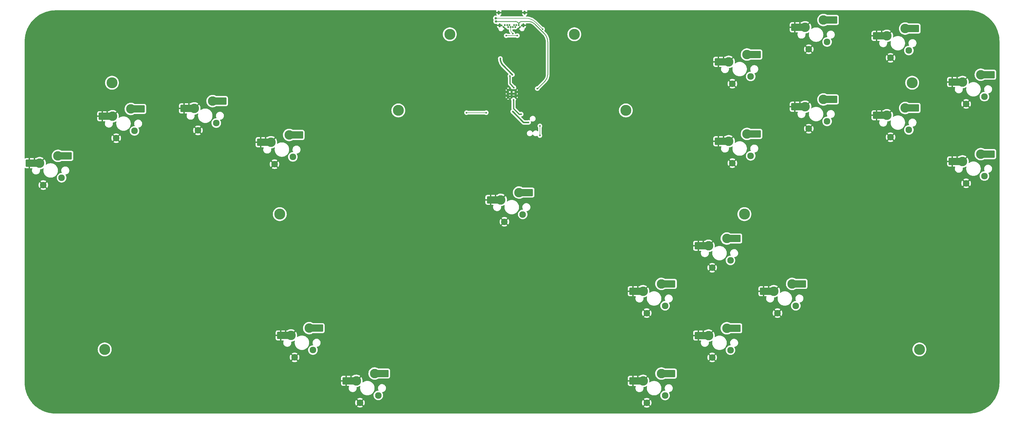
<source format=gbl>
G04 #@! TF.GenerationSoftware,KiCad,Pcbnew,(6.0.7)*
G04 #@! TF.CreationDate,2023-01-16T00:23:34-06:00*
G04 #@! TF.ProjectId,OpenRectangle,4f70656e-5265-4637-9461-6e676c652e6b,rev?*
G04 #@! TF.SameCoordinates,Original*
G04 #@! TF.FileFunction,Copper,L2,Bot*
G04 #@! TF.FilePolarity,Positive*
%FSLAX46Y46*%
G04 Gerber Fmt 4.6, Leading zero omitted, Abs format (unit mm)*
G04 Created by KiCad (PCBNEW (6.0.7)) date 2023-01-16 00:23:34*
%MOMM*%
%LPD*%
G01*
G04 APERTURE LIST*
G04 Aperture macros list*
%AMRoundRect*
0 Rectangle with rounded corners*
0 $1 Rounding radius*
0 $2 $3 $4 $5 $6 $7 $8 $9 X,Y pos of 4 corners*
0 Add a 4 corners polygon primitive as box body*
4,1,4,$2,$3,$4,$5,$6,$7,$8,$9,$2,$3,0*
0 Add four circle primitives for the rounded corners*
1,1,$1+$1,$2,$3*
1,1,$1+$1,$4,$5*
1,1,$1+$1,$6,$7*
1,1,$1+$1,$8,$9*
0 Add four rect primitives between the rounded corners*
20,1,$1+$1,$2,$3,$4,$5,0*
20,1,$1+$1,$4,$5,$6,$7,0*
20,1,$1+$1,$6,$7,$8,$9,0*
20,1,$1+$1,$8,$9,$2,$3,0*%
G04 Aperture macros list end*
G04 #@! TA.AperFunction,ComponentPad*
%ADD10C,2.300000*%
G04 #@! TD*
G04 #@! TA.AperFunction,ComponentPad*
%ADD11C,3.800000*%
G04 #@! TD*
G04 #@! TA.AperFunction,ComponentPad*
%ADD12C,0.600000*%
G04 #@! TD*
G04 #@! TA.AperFunction,ComponentPad*
%ADD13C,0.650000*%
G04 #@! TD*
G04 #@! TA.AperFunction,ComponentPad*
%ADD14O,0.800000X1.400000*%
G04 #@! TD*
G04 #@! TA.AperFunction,ComponentPad*
%ADD15C,3.300000*%
G04 #@! TD*
G04 #@! TA.AperFunction,SMDPad,CuDef*
%ADD16R,1.650000X2.500000*%
G04 #@! TD*
G04 #@! TA.AperFunction,SMDPad,CuDef*
%ADD17RoundRect,0.250000X1.025000X1.000000X-1.025000X1.000000X-1.025000X-1.000000X1.025000X-1.000000X0*%
G04 #@! TD*
G04 #@! TA.AperFunction,ViaPad*
%ADD18C,0.600000*%
G04 #@! TD*
G04 #@! TA.AperFunction,ViaPad*
%ADD19C,0.800000*%
G04 #@! TD*
G04 #@! TA.AperFunction,Conductor*
%ADD20C,0.635000*%
G04 #@! TD*
G04 #@! TA.AperFunction,Conductor*
%ADD21C,0.200000*%
G04 #@! TD*
G04 #@! TA.AperFunction,Conductor*
%ADD22C,0.250000*%
G04 #@! TD*
G04 #@! TA.AperFunction,Conductor*
%ADD23C,0.500000*%
G04 #@! TD*
G04 #@! TA.AperFunction,Conductor*
%ADD24C,0.381000*%
G04 #@! TD*
G04 APERTURE END LIST*
D10*
G04 #@! TO.P,SW20,1,1*
G04 #@! TO.N,B*
X281444000Y-76494000D03*
G04 #@! TO.P,SW20,2,2*
G04 #@! TO.N,GND*
X275094000Y-79034000D03*
G04 #@! TD*
D11*
G04 #@! TO.P,H5,1*
G04 #@! TO.N,N/C*
X279275000Y-96760000D03*
G04 #@! TD*
G04 #@! TO.P,H4,1*
G04 #@! TO.N,N/C*
X337465000Y-51080000D03*
G04 #@! TD*
D10*
G04 #@! TO.P,SW30,1,1*
G04 #@! TO.N,M2*
X152298499Y-159780001D03*
G04 #@! TO.P,SW30,2,2*
G04 #@! TO.N,GND*
X145948499Y-162320001D03*
G04 #@! TD*
D11*
G04 #@! TO.P,H7,1*
G04 #@! TO.N,N/C*
X118115000Y-96760000D03*
G04 #@! TD*
D10*
G04 #@! TO.P,SW8,1,1*
G04 #@! TO.N,DOWN*
X96088000Y-65087000D03*
G04 #@! TO.P,SW8,2,2*
G04 #@! TO.N,GND*
X89738000Y-67627000D03*
G04 #@! TD*
D11*
G04 #@! TO.P,H8,1*
G04 #@! TO.N,N/C*
X57395000Y-143800000D03*
G04 #@! TD*
D10*
G04 #@! TO.P,SW24,1,1*
G04 #@! TO.N,Z*
X336317000Y-67474000D03*
G04 #@! TO.P,SW24,2,2*
G04 #@! TO.N,GND*
X329967000Y-70014000D03*
G04 #@! TD*
G04 #@! TO.P,SW2,1,1*
G04 #@! TO.N,START*
X202388500Y-96866866D03*
G04 #@! TO.P,SW2,2,2*
G04 #@! TO.N,GND*
X196038500Y-99406866D03*
G04 #@! TD*
G04 #@! TO.P,SW40,1,1*
G04 #@! TO.N,C_RT*
X297102500Y-128622866D03*
G04 #@! TO.P,SW40,2,2*
G04 #@! TO.N,GND*
X290752500Y-131162866D03*
G04 #@! TD*
G04 #@! TO.P,SW6,1,1*
G04 #@! TO.N,LEFT*
X67732000Y-67813000D03*
G04 #@! TO.P,SW6,2,2*
G04 #@! TO.N,GND*
X61382000Y-70353000D03*
G04 #@! TD*
G04 #@! TO.P,SW36,1,1*
G04 #@! TO.N,C_DN*
X251758500Y-159807866D03*
G04 #@! TO.P,SW36,2,2*
G04 #@! TO.N,GND*
X245408500Y-162347866D03*
G04 #@! TD*
G04 #@! TO.P,SW37,1,1*
G04 #@! TO.N,A*
X274445500Y-144037866D03*
G04 #@! TO.P,SW37,2,2*
G04 #@! TO.N,GND*
X268095500Y-146577866D03*
G04 #@! TD*
G04 #@! TO.P,SW4,1,1*
G04 #@! TO.N,L*
X42452000Y-84116000D03*
G04 #@! TO.P,SW4,2,2*
G04 #@! TO.N,GND*
X36102000Y-86656000D03*
G04 #@! TD*
G04 #@! TO.P,SW14,1,1*
G04 #@! TO.N,Y*
X307962000Y-36889000D03*
G04 #@! TO.P,SW14,2,2*
G04 #@! TO.N,GND*
X301612000Y-39429000D03*
G04 #@! TD*
G04 #@! TO.P,SW31,1,1*
G04 #@! TO.N,C_LT*
X251758500Y-128622866D03*
G04 #@! TO.P,SW31,2,2*
G04 #@! TO.N,GND*
X245408500Y-131162866D03*
G04 #@! TD*
G04 #@! TO.P,SW15,1,1*
G04 #@! TO.N,LS*
X336317000Y-39864000D03*
G04 #@! TO.P,SW15,2,2*
G04 #@! TO.N,GND*
X329967000Y-42404000D03*
G04 #@! TD*
G04 #@! TO.P,SW21,1,1*
G04 #@! TO.N,X*
X307962000Y-64499000D03*
G04 #@! TO.P,SW21,2,2*
G04 #@! TO.N,GND*
X301612000Y-67039000D03*
G04 #@! TD*
G04 #@! TO.P,SW9,1,1*
G04 #@! TO.N,RIGHT*
X122660000Y-76850000D03*
G04 #@! TO.P,SW9,2,2*
G04 #@! TO.N,GND*
X116310000Y-79390000D03*
G04 #@! TD*
D11*
G04 #@! TO.P,H2,1*
G04 #@! TO.N,N/C*
X159240000Y-60710000D03*
G04 #@! TD*
G04 #@! TO.P,H1,1*
G04 #@! TO.N,N/C*
X238150000Y-60710000D03*
G04 #@! TD*
D10*
G04 #@! TO.P,SW27,1,1*
G04 #@! TO.N,M1*
X129610499Y-144011001D03*
G04 #@! TO.P,SW27,2,2*
G04 #@! TO.N,GND*
X123260499Y-146551001D03*
G04 #@! TD*
G04 #@! TO.P,SW18,1,1*
G04 #@! TO.N,MS*
X362540000Y-55900000D03*
G04 #@! TO.P,SW18,2,2*
G04 #@! TO.N,GND*
X356190000Y-58440000D03*
G04 #@! TD*
D11*
G04 #@! TO.P,H3,1*
G04 #@! TO.N,N/C*
X59925000Y-51080000D03*
G04 #@! TD*
G04 #@! TO.P,H6,1*
G04 #@! TO.N,N/C*
X339995000Y-143800000D03*
G04 #@! TD*
D10*
G04 #@! TO.P,SW25,1,1*
G04 #@! TO.N,UP*
X362540000Y-83510000D03*
G04 #@! TO.P,SW25,2,2*
G04 #@! TO.N,GND*
X356190000Y-86050000D03*
G04 #@! TD*
D12*
G04 #@! TO.P,U3,57,GND*
G04 #@! TO.N,GND*
X199855000Y-56170000D03*
X199855000Y-53620000D03*
X197305000Y-54895000D03*
X197305000Y-56170000D03*
X198580000Y-53620000D03*
X199855000Y-54895000D03*
X197305000Y-53620000D03*
X198580000Y-54895000D03*
X198580000Y-56170000D03*
G04 #@! TD*
D11*
G04 #@! TO.P,H10,1*
G04 #@! TO.N,N/C*
X220290000Y-34240000D03*
G04 #@! TD*
G04 #@! TO.P,H9,1*
G04 #@! TO.N,N/C*
X177100000Y-34240000D03*
G04 #@! TD*
D10*
G04 #@! TO.P,SW33,1,1*
G04 #@! TO.N,C_UP*
X274445500Y-112852866D03*
G04 #@! TO.P,SW33,2,2*
G04 #@! TO.N,GND*
X268095500Y-115392866D03*
G04 #@! TD*
G04 #@! TO.P,SW12,1,1*
G04 #@! TO.N,R*
X281444000Y-48885000D03*
G04 #@! TO.P,SW12,2,2*
G04 #@! TO.N,GND*
X275094000Y-51425000D03*
G04 #@! TD*
D13*
G04 #@! TO.P,J1,B1,GND*
G04 #@! TO.N,GND*
X195778500Y-31710000D03*
G04 #@! TO.P,J1,B2,TX2+*
G04 #@! TO.N,3vCable*
X196178500Y-31010000D03*
G04 #@! TO.P,J1,B3,TX2-*
G04 #@! TO.N,unconnected-(J1-PadB3)*
X196978500Y-31010000D03*
G04 #@! TO.P,J1,B4,VBUS*
G04 #@! TO.N,VCC*
X197378500Y-31710000D03*
G04 #@! TO.P,J1,B5,CC2*
G04 #@! TO.N,unconnected-(J1-PadB5)*
X197778500Y-31010000D03*
G04 #@! TO.P,J1,B6,D+*
G04 #@! TO.N,DBUS+*
X198178500Y-31710000D03*
G04 #@! TO.P,J1,B7,D-*
G04 #@! TO.N,DBUS-*
X198978500Y-31710000D03*
G04 #@! TO.P,J1,B8,SBU2*
G04 #@! TO.N,unconnected-(J1-PadB8)*
X199378500Y-31010000D03*
G04 #@! TO.P,J1,B9,VBUS*
G04 #@! TO.N,VCC*
X199778500Y-31710000D03*
G04 #@! TO.P,J1,B10,RX1-*
G04 #@! TO.N,unconnected-(J1-PadB10)*
X200178500Y-31010000D03*
G04 #@! TO.P,J1,B11,RX1+*
G04 #@! TO.N,DATA*
X200978500Y-31010000D03*
G04 #@! TO.P,J1,B12,GND*
G04 #@! TO.N,GND*
X201378500Y-31710000D03*
D14*
G04 #@! TO.P,J1,S1,SHIELD*
X203068500Y-26720000D03*
X194088500Y-26720000D03*
X194373500Y-31110000D03*
X202633500Y-31110000D03*
G04 #@! TD*
D15*
G04 #@! TO.P,SW13,1,1*
G04 #@! TO.N,GND*
X300342000Y-31809000D03*
D16*
X298517000Y-31809000D03*
D17*
X296792000Y-31809000D03*
G04 #@! TO.P,SW13,2,2*
G04 #@! TO.N,Y*
X310242000Y-29269000D03*
D16*
X308492000Y-29269000D03*
D15*
X306692000Y-29269000D03*
G04 #@! TD*
G04 #@! TO.P,SW35,1,1*
G04 #@! TO.N,GND*
X244138500Y-154727866D03*
D17*
X240588500Y-154727866D03*
D16*
X242313500Y-154727866D03*
G04 #@! TO.P,SW35,2,2*
G04 #@! TO.N,C_DN*
X252288500Y-152187866D03*
D15*
X250488500Y-152187866D03*
D17*
X254038500Y-152187866D03*
G04 #@! TD*
G04 #@! TO.P,SW19,1,1*
G04 #@! TO.N,GND*
X270274000Y-71414000D03*
D16*
X271999000Y-71414000D03*
D15*
X273824000Y-71414000D03*
D17*
G04 #@! TO.P,SW19,2,2*
G04 #@! TO.N,B*
X283724000Y-68874000D03*
D15*
X280174000Y-68874000D03*
D16*
X281974000Y-68874000D03*
G04 #@! TD*
D15*
G04 #@! TO.P,SW26,1,1*
G04 #@! TO.N,GND*
X354920000Y-78430000D03*
D17*
X351370000Y-78430000D03*
D16*
X353095000Y-78430000D03*
D15*
G04 #@! TO.P,SW26,2,2*
G04 #@! TO.N,UP*
X361270000Y-75890000D03*
D16*
X363070000Y-75890000D03*
D17*
X364820000Y-75890000D03*
G04 #@! TD*
D15*
G04 #@! TO.P,SW28,1,1*
G04 #@! TO.N,GND*
X121990499Y-138931001D03*
D17*
X118440499Y-138931001D03*
D16*
X120165499Y-138931001D03*
D15*
G04 #@! TO.P,SW28,2,2*
G04 #@! TO.N,M1*
X128340499Y-136391001D03*
D16*
X130140499Y-136391001D03*
D17*
X131890499Y-136391001D03*
G04 #@! TD*
D16*
G04 #@! TO.P,SW32,1,1*
G04 #@! TO.N,GND*
X242313500Y-123542866D03*
D17*
X240588500Y-123542866D03*
D15*
X244138500Y-123542866D03*
D16*
G04 #@! TO.P,SW32,2,2*
G04 #@! TO.N,C_LT*
X252288500Y-121002866D03*
D15*
X250488500Y-121002866D03*
D17*
X254038500Y-121002866D03*
G04 #@! TD*
G04 #@! TO.P,SW22,1,1*
G04 #@! TO.N,GND*
X296792000Y-59419000D03*
D15*
X300342000Y-59419000D03*
D16*
X298517000Y-59419000D03*
D17*
G04 #@! TO.P,SW22,2,2*
G04 #@! TO.N,X*
X310242000Y-56879000D03*
D15*
X306692000Y-56879000D03*
D16*
X308492000Y-56879000D03*
G04 #@! TD*
D17*
G04 #@! TO.P,SW34,1,1*
G04 #@! TO.N,GND*
X263275500Y-107772866D03*
D16*
X265000500Y-107772866D03*
D15*
X266825500Y-107772866D03*
D16*
G04 #@! TO.P,SW34,2,2*
G04 #@! TO.N,C_UP*
X274975500Y-105232866D03*
D17*
X276725500Y-105232866D03*
D15*
X273175500Y-105232866D03*
G04 #@! TD*
D16*
G04 #@! TO.P,SW16,1,1*
G04 #@! TO.N,GND*
X326872000Y-34784000D03*
D15*
X328697000Y-34784000D03*
D17*
X325147000Y-34784000D03*
D16*
G04 #@! TO.P,SW16,2,2*
G04 #@! TO.N,LS*
X336847000Y-32244000D03*
D15*
X335047000Y-32244000D03*
D17*
X338597000Y-32244000D03*
G04 #@! TD*
D16*
G04 #@! TO.P,SW38,1,1*
G04 #@! TO.N,GND*
X265000500Y-138957866D03*
D15*
X266825500Y-138957866D03*
D17*
X263275500Y-138957866D03*
G04 #@! TO.P,SW38,2,2*
G04 #@! TO.N,A*
X276725500Y-136417866D03*
D16*
X274975500Y-136417866D03*
D15*
X273175500Y-136417866D03*
G04 #@! TD*
D17*
G04 #@! TO.P,SW3,1,1*
G04 #@! TO.N,GND*
X31282000Y-79036000D03*
D15*
X34832000Y-79036000D03*
D16*
X33007000Y-79036000D03*
D15*
G04 #@! TO.P,SW3,2,2*
G04 #@! TO.N,L*
X41182000Y-76496000D03*
D17*
X44732000Y-76496000D03*
D16*
X42982000Y-76496000D03*
G04 #@! TD*
D15*
G04 #@! TO.P,SW5,1,1*
G04 #@! TO.N,GND*
X60112000Y-62733000D03*
D16*
X58287000Y-62733000D03*
D17*
X56562000Y-62733000D03*
D16*
G04 #@! TO.P,SW5,2,2*
G04 #@! TO.N,LEFT*
X68262000Y-60193000D03*
D17*
X70012000Y-60193000D03*
D15*
X66462000Y-60193000D03*
G04 #@! TD*
D17*
G04 #@! TO.P,SW29,1,1*
G04 #@! TO.N,GND*
X141128499Y-154700001D03*
D16*
X142853499Y-154700001D03*
D15*
X144678499Y-154700001D03*
D17*
G04 #@! TO.P,SW29,2,2*
G04 #@! TO.N,M2*
X154578499Y-152160001D03*
D15*
X151028499Y-152160001D03*
D16*
X152828499Y-152160001D03*
G04 #@! TD*
D17*
G04 #@! TO.P,SW7,1,1*
G04 #@! TO.N,GND*
X84918000Y-60007000D03*
D16*
X86643000Y-60007000D03*
D15*
X88468000Y-60007000D03*
G04 #@! TO.P,SW7,2,2*
G04 #@! TO.N,DOWN*
X94818000Y-57467000D03*
D17*
X98368000Y-57467000D03*
D16*
X96618000Y-57467000D03*
G04 #@! TD*
D17*
G04 #@! TO.P,SW11,1,1*
G04 #@! TO.N,GND*
X270274000Y-43805000D03*
D16*
X271999000Y-43805000D03*
D15*
X273824000Y-43805000D03*
G04 #@! TO.P,SW11,2,2*
G04 #@! TO.N,R*
X280174000Y-41265000D03*
D16*
X281974000Y-41265000D03*
D17*
X283724000Y-41265000D03*
G04 #@! TD*
D16*
G04 #@! TO.P,SW17,1,1*
G04 #@! TO.N,GND*
X353095000Y-50820000D03*
D17*
X351370000Y-50820000D03*
D15*
X354920000Y-50820000D03*
G04 #@! TO.P,SW17,2,2*
G04 #@! TO.N,MS*
X361270000Y-48280000D03*
D17*
X364820000Y-48280000D03*
D16*
X363070000Y-48280000D03*
G04 #@! TD*
D15*
G04 #@! TO.P,SW39,1,1*
G04 #@! TO.N,GND*
X289482500Y-123542866D03*
D17*
X285932500Y-123542866D03*
D16*
X287657500Y-123542866D03*
D15*
G04 #@! TO.P,SW39,2,2*
G04 #@! TO.N,C_RT*
X295832500Y-121002866D03*
D16*
X297632500Y-121002866D03*
D17*
X299382500Y-121002866D03*
G04 #@! TD*
D16*
G04 #@! TO.P,SW23,1,1*
G04 #@! TO.N,GND*
X326872000Y-62394000D03*
D15*
X328697000Y-62394000D03*
D17*
X325147000Y-62394000D03*
D16*
G04 #@! TO.P,SW23,2,2*
G04 #@! TO.N,Z*
X336847000Y-59854000D03*
D15*
X335047000Y-59854000D03*
D17*
X338597000Y-59854000D03*
G04 #@! TD*
D16*
G04 #@! TO.P,SW10,1,1*
G04 #@! TO.N,GND*
X113215000Y-71770000D03*
D17*
X111490000Y-71770000D03*
D15*
X115040000Y-71770000D03*
D17*
G04 #@! TO.P,SW10,2,2*
G04 #@! TO.N,RIGHT*
X124940000Y-69230000D03*
D15*
X121390000Y-69230000D03*
D16*
X123190000Y-69230000D03*
G04 #@! TD*
D17*
G04 #@! TO.P,SW1,1,1*
G04 #@! TO.N,GND*
X191218500Y-91786866D03*
D16*
X192943500Y-91786866D03*
D15*
X194768500Y-91786866D03*
D17*
G04 #@! TO.P,SW1,2,2*
G04 #@! TO.N,START*
X204668500Y-89246866D03*
D16*
X202918500Y-89246866D03*
D15*
X201118500Y-89246866D03*
G04 #@! TD*
D18*
G04 #@! TO.N,GND*
X191312750Y-58054018D03*
X197789750Y-45735018D03*
X187627500Y-45465000D03*
X196000000Y-37350000D03*
X200202750Y-63896018D03*
X206480000Y-34950000D03*
X192865000Y-64912018D03*
X199567750Y-67579018D03*
X204012739Y-67390000D03*
X196600000Y-41630000D03*
X202361750Y-47259018D03*
X205536750Y-48783018D03*
X207260000Y-45475000D03*
X204650000Y-46635000D03*
X193344750Y-49926018D03*
X200806000Y-45242893D03*
X206902000Y-58831893D03*
X198901000Y-45242893D03*
G04 #@! TO.N,START*
X189729504Y-61479605D03*
X182911089Y-61481089D03*
G04 #@! TO.N,DATA*
X207440000Y-53100000D03*
D19*
X193100000Y-29740000D03*
D18*
G04 #@! TO.N,VCC*
X200520000Y-34710000D03*
X196670000Y-34710000D03*
G04 #@! TO.N,+3V3*
X194620000Y-42670000D03*
X198805750Y-48275018D03*
X204412739Y-64870000D03*
X198932750Y-61102018D03*
G04 #@! TO.N,+1V1*
X201853750Y-61991018D03*
X199186750Y-56994500D03*
X199313750Y-52757250D03*
X197945000Y-48767250D03*
G04 #@! TO.N,DBUS+*
X198928000Y-34010000D03*
G04 #@! TO.N,SWCLK*
X208340500Y-66090000D03*
X208343911Y-69423911D03*
D19*
G04 #@! TO.N,3vCable*
X193000000Y-28640000D03*
D18*
X209261589Y-32468411D03*
G04 #@! TD*
D20*
G04 #@! TO.N,GND*
X198580000Y-53620000D02*
X198580000Y-56170000D01*
X199855000Y-56170000D02*
X199855000Y-53620000D01*
X197605000Y-55870000D02*
X199555000Y-55870000D01*
X199555000Y-55870000D02*
X199855000Y-56170000D01*
X197305000Y-56170000D02*
X197305000Y-53620000D01*
X199855000Y-53620000D02*
X197305000Y-53620000D01*
X197305000Y-56170000D02*
X197605000Y-55870000D01*
X199855000Y-54895000D02*
X197305000Y-54895000D01*
D21*
G04 #@! TO.N,START*
X189729504Y-61479605D02*
X182912573Y-61479605D01*
X182912573Y-61479605D02*
X182911089Y-61481089D01*
D22*
G04 #@! TO.N,DATA*
X207510000Y-53100000D02*
X210161321Y-50448679D01*
X200589893Y-30032893D02*
X200978500Y-30421500D01*
X204457359Y-29790000D02*
X202024214Y-29790000D01*
X201317107Y-30082893D02*
X200978500Y-30421500D01*
X207440000Y-53100000D02*
X207510000Y-53100000D01*
X193100000Y-29740000D02*
X199882786Y-29740000D01*
X211040000Y-48327359D02*
X211040000Y-36830612D01*
X200978500Y-31010000D02*
X200978500Y-30421500D01*
X209837486Y-33927486D02*
X206578679Y-30668679D01*
X200589900Y-30032886D02*
G75*
G03*
X199882786Y-29740000I-707100J-707114D01*
G01*
X211039971Y-48327359D02*
G75*
G02*
X210161321Y-50448679I-2999971J-41D01*
G01*
X204457359Y-29790029D02*
G75*
G02*
X206578679Y-30668679I41J-2999971D01*
G01*
X201317100Y-30082886D02*
G75*
G02*
X202024214Y-29790000I707100J-707114D01*
G01*
X211040003Y-36830612D02*
G75*
G03*
X209837486Y-33927486I-4105603J12D01*
G01*
D21*
G04 #@! TO.N,VCC*
X196670000Y-34710000D02*
X200520000Y-34710000D01*
D23*
G04 #@! TO.N,+3V3*
X202700732Y-64870000D02*
X204412739Y-64870000D01*
X198932750Y-61102018D02*
X202700732Y-64870000D01*
X195623570Y-45092838D02*
X198805750Y-48275018D01*
X195623573Y-45092835D02*
G75*
G02*
X194620000Y-42670000I2422827J2422835D01*
G01*
D24*
G04 #@! TO.N,+1V1*
X199186750Y-60042000D02*
X201135768Y-61991018D01*
X199186750Y-56994500D02*
X199186750Y-60042000D01*
X201135768Y-61991018D02*
X201853750Y-61991018D01*
X197945000Y-51388500D02*
X197945000Y-48767250D01*
X199313750Y-52757250D02*
X197945000Y-51388500D01*
D21*
G04 #@! TO.N,DBUS+*
X198178500Y-32567542D02*
X198178500Y-31710000D01*
X198928000Y-34010000D02*
X198668495Y-33750495D01*
X198668505Y-33750485D02*
G75*
G02*
X198178500Y-32567542I1182995J1182985D01*
G01*
G04 #@! TO.N,SWCLK*
X208340500Y-69420500D02*
X208343911Y-69423911D01*
X208340500Y-66090000D02*
X208340500Y-69420500D01*
G04 #@! TO.N,3vCable*
X193000000Y-28640000D02*
X203443334Y-28640000D01*
X206840210Y-30047032D02*
X209261589Y-32468411D01*
X203443334Y-28639974D02*
G75*
G02*
X206840210Y-30047032I-34J-4803926D01*
G01*
G04 #@! TD*
G04 #@! TA.AperFunction,Conductor*
G04 #@! TO.N,GND*
G36*
X193194665Y-25928502D02*
G01*
X193241158Y-25982158D01*
X193251262Y-26052432D01*
X193246377Y-26073436D01*
X193197489Y-26223898D01*
X193194759Y-26236739D01*
X193180844Y-26369138D01*
X193180500Y-26375698D01*
X193180500Y-26447885D01*
X193184975Y-26463124D01*
X193186365Y-26464329D01*
X193194048Y-26466000D01*
X194978385Y-26466000D01*
X194993624Y-26461525D01*
X194994829Y-26460135D01*
X194996500Y-26452452D01*
X194996500Y-26375698D01*
X194996156Y-26369138D01*
X194982241Y-26236739D01*
X194979511Y-26223898D01*
X194930623Y-26073436D01*
X194928595Y-26002469D01*
X194965258Y-25941671D01*
X195028970Y-25910345D01*
X195050456Y-25908500D01*
X202106544Y-25908500D01*
X202174665Y-25928502D01*
X202221158Y-25982158D01*
X202231262Y-26052432D01*
X202226377Y-26073436D01*
X202177489Y-26223898D01*
X202174759Y-26236739D01*
X202160844Y-26369138D01*
X202160500Y-26375698D01*
X202160500Y-26447885D01*
X202164975Y-26463124D01*
X202166365Y-26464329D01*
X202174048Y-26466000D01*
X203958385Y-26466000D01*
X203973624Y-26461525D01*
X203974829Y-26460135D01*
X203976500Y-26452452D01*
X203976500Y-26375698D01*
X203976156Y-26369138D01*
X203962241Y-26236739D01*
X203959511Y-26223898D01*
X203910623Y-26073436D01*
X203908595Y-26002469D01*
X203945258Y-25941671D01*
X204008970Y-25910345D01*
X204030456Y-25908500D01*
X356960633Y-25908500D01*
X356980018Y-25910000D01*
X356994851Y-25912310D01*
X356994855Y-25912310D01*
X357003724Y-25913691D01*
X357027375Y-25910598D01*
X357047376Y-25909587D01*
X357630904Y-25926567D01*
X357638204Y-25926992D01*
X357805992Y-25941671D01*
X358253361Y-25980811D01*
X358260641Y-25981662D01*
X358871622Y-26071158D01*
X358878839Y-26072431D01*
X359483564Y-26197297D01*
X359490696Y-26198987D01*
X360087152Y-26358806D01*
X360094169Y-26360907D01*
X360233511Y-26407079D01*
X360680334Y-26555141D01*
X360687221Y-26557648D01*
X361261083Y-26785628D01*
X361267813Y-26788531D01*
X361827460Y-27049499D01*
X361834010Y-27052789D01*
X362377517Y-27345845D01*
X362383864Y-27349509D01*
X362909433Y-27673685D01*
X362915557Y-27677713D01*
X362992373Y-27731500D01*
X363421387Y-28031899D01*
X363427249Y-28036263D01*
X363544417Y-28128908D01*
X363911630Y-28419263D01*
X363917244Y-28423974D01*
X364378531Y-28834483D01*
X364383862Y-28839513D01*
X364820487Y-29276138D01*
X364825517Y-29281469D01*
X365236026Y-29742756D01*
X365240737Y-29748370D01*
X365356162Y-29894348D01*
X365605817Y-30210087D01*
X365623730Y-30232742D01*
X365628101Y-30238613D01*
X365801203Y-30485828D01*
X365982287Y-30744443D01*
X365986315Y-30750567D01*
X366310491Y-31276136D01*
X366314155Y-31282483D01*
X366607211Y-31825990D01*
X366610501Y-31832540D01*
X366871469Y-32392187D01*
X366874372Y-32398917D01*
X367102352Y-32972779D01*
X367104859Y-32979666D01*
X367228111Y-33351619D01*
X367297538Y-33561135D01*
X367299092Y-33565826D01*
X367301193Y-33572844D01*
X367320191Y-33643747D01*
X367461013Y-34169304D01*
X367462703Y-34176436D01*
X367587569Y-34781161D01*
X367588842Y-34788378D01*
X367678338Y-35399359D01*
X367679189Y-35406639D01*
X367706841Y-35722697D01*
X367732548Y-36016526D01*
X367733008Y-36021788D01*
X367733433Y-36029096D01*
X367749961Y-36597076D01*
X367750192Y-36605031D01*
X367748744Y-36628085D01*
X367747690Y-36634850D01*
X367747690Y-36634856D01*
X367746309Y-36643724D01*
X367747473Y-36652626D01*
X367747473Y-36652628D01*
X367750436Y-36675283D01*
X367751500Y-36691621D01*
X367751500Y-155320633D01*
X367750000Y-155340018D01*
X367747690Y-155354851D01*
X367747690Y-155354855D01*
X367746309Y-155363724D01*
X367749402Y-155387374D01*
X367750413Y-155407376D01*
X367734322Y-155960392D01*
X367733434Y-155990895D01*
X367733008Y-155998204D01*
X367731383Y-156016785D01*
X367679189Y-156613361D01*
X367678338Y-156620641D01*
X367588842Y-157231622D01*
X367587569Y-157238839D01*
X367462703Y-157843564D01*
X367461013Y-157850696D01*
X367333081Y-158328149D01*
X367318035Y-158384302D01*
X367301194Y-158447152D01*
X367299092Y-158454174D01*
X367104859Y-159040334D01*
X367102352Y-159047221D01*
X366874372Y-159621083D01*
X366871469Y-159627813D01*
X366610501Y-160187460D01*
X366607211Y-160194010D01*
X366314155Y-160737517D01*
X366310491Y-160743864D01*
X365986315Y-161269433D01*
X365982287Y-161275557D01*
X365628107Y-161781379D01*
X365623737Y-161787249D01*
X365583021Y-161838743D01*
X365240737Y-162271630D01*
X365236026Y-162277244D01*
X364825517Y-162738531D01*
X364820487Y-162743862D01*
X364383862Y-163180487D01*
X364378531Y-163185517D01*
X363917244Y-163596026D01*
X363911630Y-163600737D01*
X363619634Y-163831618D01*
X363427249Y-163983737D01*
X363421387Y-163988101D01*
X363417383Y-163990905D01*
X362915557Y-164342287D01*
X362909433Y-164346315D01*
X362383864Y-164670491D01*
X362377517Y-164674155D01*
X361834010Y-164967211D01*
X361827460Y-164970501D01*
X361267813Y-165231469D01*
X361261083Y-165234372D01*
X360687221Y-165462352D01*
X360680334Y-165464859D01*
X360094174Y-165659092D01*
X360087152Y-165661194D01*
X359490696Y-165821013D01*
X359483564Y-165822703D01*
X358878839Y-165947569D01*
X358871622Y-165948842D01*
X358260641Y-166038338D01*
X358253361Y-166039189D01*
X357864800Y-166073184D01*
X357638204Y-166093008D01*
X357630904Y-166093433D01*
X357054966Y-166110192D01*
X357031915Y-166108744D01*
X357025150Y-166107690D01*
X357025144Y-166107690D01*
X357016276Y-166106309D01*
X357007374Y-166107473D01*
X357007372Y-166107473D01*
X356992623Y-166109402D01*
X356984714Y-166110436D01*
X356968379Y-166111500D01*
X40429367Y-166111500D01*
X40409982Y-166110000D01*
X40395149Y-166107690D01*
X40395145Y-166107690D01*
X40386276Y-166106309D01*
X40362625Y-166109402D01*
X40342624Y-166110413D01*
X39759096Y-166093433D01*
X39751796Y-166093008D01*
X39525200Y-166073184D01*
X39136639Y-166039189D01*
X39129359Y-166038338D01*
X38518378Y-165948842D01*
X38511161Y-165947569D01*
X37906436Y-165822703D01*
X37899304Y-165821013D01*
X37302848Y-165661194D01*
X37295826Y-165659092D01*
X36709666Y-165464859D01*
X36702779Y-165462352D01*
X36128917Y-165234372D01*
X36122187Y-165231469D01*
X35562540Y-164970501D01*
X35555990Y-164967211D01*
X35012483Y-164674155D01*
X35006136Y-164670491D01*
X34480567Y-164346315D01*
X34474443Y-164342287D01*
X33972617Y-163990905D01*
X33968613Y-163988101D01*
X33962751Y-163983737D01*
X33770366Y-163831618D01*
X33556109Y-163662205D01*
X144971650Y-163662205D01*
X144976219Y-163668736D01*
X145189235Y-163799272D01*
X145198029Y-163803753D01*
X145429991Y-163899835D01*
X145439376Y-163902884D01*
X145683516Y-163961497D01*
X145693263Y-163963040D01*
X145943569Y-163982740D01*
X145953429Y-163982740D01*
X146203735Y-163963040D01*
X146213482Y-163961497D01*
X146457622Y-163902884D01*
X146467007Y-163899835D01*
X146698969Y-163803753D01*
X146707763Y-163799272D01*
X146885965Y-163690070D01*
X244431651Y-163690070D01*
X244436220Y-163696601D01*
X244649236Y-163827137D01*
X244658030Y-163831618D01*
X244889992Y-163927700D01*
X244899377Y-163930749D01*
X245143517Y-163989362D01*
X245153264Y-163990905D01*
X245403570Y-164010605D01*
X245413430Y-164010605D01*
X245663736Y-163990905D01*
X245673483Y-163989362D01*
X245917623Y-163930749D01*
X245927008Y-163927700D01*
X246158970Y-163831618D01*
X246167764Y-163827137D01*
X246379375Y-163697462D01*
X246385422Y-163688196D01*
X246379415Y-163677991D01*
X245421312Y-162719888D01*
X245407368Y-162712274D01*
X245405535Y-162712405D01*
X245398920Y-162716656D01*
X244439044Y-163676532D01*
X244431651Y-163690070D01*
X146885965Y-163690070D01*
X146919374Y-163669597D01*
X146925421Y-163660331D01*
X146919414Y-163650126D01*
X145961311Y-162692023D01*
X145947367Y-162684409D01*
X145945534Y-162684540D01*
X145938919Y-162688791D01*
X144979043Y-163648667D01*
X144971650Y-163662205D01*
X33556109Y-163662205D01*
X33478370Y-163600737D01*
X33472756Y-163596026D01*
X33011469Y-163185517D01*
X33006138Y-163180487D01*
X32569513Y-162743862D01*
X32564483Y-162738531D01*
X32196412Y-162324931D01*
X144285760Y-162324931D01*
X144305460Y-162575237D01*
X144307003Y-162584984D01*
X144365616Y-162829124D01*
X144368665Y-162838509D01*
X144464747Y-163070471D01*
X144469228Y-163079265D01*
X144598903Y-163290876D01*
X144608169Y-163296923D01*
X144618374Y-163290916D01*
X145576477Y-162332813D01*
X145582855Y-162321133D01*
X146312907Y-162321133D01*
X146313038Y-162322966D01*
X146317289Y-162329581D01*
X147277165Y-163289457D01*
X147290703Y-163296850D01*
X147297234Y-163292281D01*
X147427770Y-163079265D01*
X147432251Y-163070471D01*
X147528333Y-162838509D01*
X147531382Y-162829124D01*
X147589995Y-162584984D01*
X147591538Y-162575237D01*
X147609045Y-162352796D01*
X243745761Y-162352796D01*
X243765461Y-162603102D01*
X243767004Y-162612849D01*
X243825617Y-162856989D01*
X243828666Y-162866374D01*
X243924748Y-163098336D01*
X243929229Y-163107130D01*
X244058904Y-163318741D01*
X244068170Y-163324788D01*
X244078375Y-163318781D01*
X245036478Y-162360678D01*
X245042856Y-162348998D01*
X245772908Y-162348998D01*
X245773039Y-162350831D01*
X245777290Y-162357446D01*
X246737166Y-163317322D01*
X246750704Y-163324715D01*
X246757235Y-163320146D01*
X246887771Y-163107130D01*
X246892252Y-163098336D01*
X246988334Y-162866374D01*
X246991383Y-162856989D01*
X247049996Y-162612849D01*
X247051539Y-162603102D01*
X247071239Y-162352796D01*
X247071239Y-162342936D01*
X247051539Y-162092630D01*
X247049996Y-162082883D01*
X246991383Y-161838743D01*
X246988334Y-161829358D01*
X246892252Y-161597396D01*
X246887771Y-161588602D01*
X246758096Y-161376991D01*
X246748830Y-161370944D01*
X246738625Y-161376951D01*
X245780522Y-162335054D01*
X245772908Y-162348998D01*
X245042856Y-162348998D01*
X245044092Y-162346734D01*
X245043961Y-162344901D01*
X245039710Y-162338286D01*
X244079834Y-161378410D01*
X244066296Y-161371017D01*
X244059765Y-161375586D01*
X243929229Y-161588602D01*
X243924748Y-161597396D01*
X243828666Y-161829358D01*
X243825617Y-161838743D01*
X243767004Y-162082883D01*
X243765461Y-162092630D01*
X243745761Y-162342936D01*
X243745761Y-162352796D01*
X147609045Y-162352796D01*
X147611238Y-162324931D01*
X147611238Y-162315071D01*
X147591538Y-162064765D01*
X147589995Y-162055018D01*
X147531382Y-161810878D01*
X147528333Y-161801493D01*
X147432251Y-161569531D01*
X147427770Y-161560737D01*
X147298095Y-161349126D01*
X147288829Y-161343079D01*
X147278624Y-161349086D01*
X146320521Y-162307189D01*
X146312907Y-162321133D01*
X145582855Y-162321133D01*
X145584091Y-162318869D01*
X145583960Y-162317036D01*
X145579709Y-162310421D01*
X144619833Y-161350545D01*
X144606295Y-161343152D01*
X144599764Y-161347721D01*
X144469228Y-161560737D01*
X144464747Y-161569531D01*
X144368665Y-161801493D01*
X144365616Y-161810878D01*
X144307003Y-162055018D01*
X144305460Y-162064765D01*
X144285760Y-162315071D01*
X144285760Y-162324931D01*
X32196412Y-162324931D01*
X32153974Y-162277244D01*
X32149263Y-162271630D01*
X31806979Y-161838743D01*
X31766263Y-161787249D01*
X31761893Y-161781379D01*
X31407713Y-161275557D01*
X31403685Y-161269433D01*
X31224957Y-160979671D01*
X144971577Y-160979671D01*
X144977584Y-160989876D01*
X145935687Y-161947979D01*
X145949631Y-161955593D01*
X145951464Y-161955462D01*
X145958079Y-161951211D01*
X146917955Y-160991335D01*
X146925348Y-160977797D01*
X146920779Y-160971266D01*
X146707763Y-160840730D01*
X146698969Y-160836249D01*
X146467007Y-160740167D01*
X146457622Y-160737118D01*
X146213482Y-160678505D01*
X146203735Y-160676962D01*
X145953429Y-160657262D01*
X145943569Y-160657262D01*
X145693263Y-160676962D01*
X145683516Y-160678505D01*
X145439376Y-160737118D01*
X145429991Y-160740167D01*
X145198029Y-160836249D01*
X145189235Y-160840730D01*
X144977624Y-160970405D01*
X144971577Y-160979671D01*
X31224957Y-160979671D01*
X31079509Y-160743864D01*
X31075845Y-160737517D01*
X30782789Y-160194010D01*
X30779499Y-160187460D01*
X30589498Y-159780001D01*
X150634871Y-159780001D01*
X150655353Y-160040250D01*
X150656507Y-160045057D01*
X150656508Y-160045063D01*
X150663198Y-160072928D01*
X150716295Y-160294090D01*
X150816196Y-160535272D01*
X150952596Y-160757857D01*
X151122136Y-160956364D01*
X151320643Y-161125904D01*
X151543228Y-161262304D01*
X151547798Y-161264197D01*
X151547802Y-161264199D01*
X151756260Y-161350545D01*
X151784410Y-161362205D01*
X151873430Y-161383577D01*
X152033437Y-161421992D01*
X152033443Y-161421993D01*
X152038250Y-161423147D01*
X152298499Y-161443629D01*
X152558748Y-161423147D01*
X152563555Y-161421993D01*
X152563561Y-161421992D01*
X152723568Y-161383577D01*
X152812588Y-161362205D01*
X152840738Y-161350545D01*
X153049196Y-161264199D01*
X153049200Y-161264197D01*
X153053770Y-161262304D01*
X153276355Y-161125904D01*
X153414947Y-161007536D01*
X244431578Y-161007536D01*
X244437585Y-161017741D01*
X245395688Y-161975844D01*
X245409632Y-161983458D01*
X245411465Y-161983327D01*
X245418080Y-161979076D01*
X246377956Y-161019200D01*
X246385349Y-161005662D01*
X246380780Y-160999131D01*
X246167764Y-160868595D01*
X246158970Y-160864114D01*
X245927008Y-160768032D01*
X245917623Y-160764983D01*
X245673483Y-160706370D01*
X245663736Y-160704827D01*
X245413430Y-160685127D01*
X245403570Y-160685127D01*
X245153264Y-160704827D01*
X245143517Y-160706370D01*
X244899377Y-160764983D01*
X244889992Y-160768032D01*
X244658030Y-160864114D01*
X244649236Y-160868595D01*
X244437625Y-160998270D01*
X244431578Y-161007536D01*
X153414947Y-161007536D01*
X153474862Y-160956364D01*
X153644402Y-160757857D01*
X153780802Y-160535272D01*
X153880703Y-160294090D01*
X153933800Y-160072928D01*
X153940490Y-160045063D01*
X153940491Y-160045057D01*
X153941645Y-160040250D01*
X153959934Y-159807866D01*
X250094872Y-159807866D01*
X250115354Y-160068115D01*
X250116508Y-160072922D01*
X250116509Y-160072928D01*
X250144006Y-160187460D01*
X250176296Y-160321955D01*
X250178189Y-160326526D01*
X250178190Y-160326528D01*
X250239205Y-160473830D01*
X250276197Y-160563137D01*
X250412597Y-160785722D01*
X250582137Y-160984229D01*
X250780644Y-161153769D01*
X251003229Y-161290169D01*
X251007799Y-161292062D01*
X251007803Y-161292064D01*
X251216261Y-161378410D01*
X251244411Y-161390070D01*
X251333431Y-161411442D01*
X251493438Y-161449857D01*
X251493444Y-161449858D01*
X251498251Y-161451012D01*
X251758500Y-161471494D01*
X252018749Y-161451012D01*
X252023556Y-161449858D01*
X252023562Y-161449857D01*
X252183569Y-161411442D01*
X252272589Y-161390070D01*
X252300739Y-161378410D01*
X252509197Y-161292064D01*
X252509201Y-161292062D01*
X252513771Y-161290169D01*
X252736356Y-161153769D01*
X252934863Y-160984229D01*
X253104403Y-160785722D01*
X253240803Y-160563137D01*
X253277796Y-160473830D01*
X253338810Y-160326528D01*
X253338811Y-160326526D01*
X253340704Y-160321955D01*
X253372994Y-160187460D01*
X253400491Y-160072928D01*
X253400492Y-160072922D01*
X253401646Y-160068115D01*
X253422128Y-159807866D01*
X253401646Y-159547617D01*
X253400492Y-159542810D01*
X253400491Y-159542804D01*
X253341859Y-159298589D01*
X253340704Y-159293777D01*
X253248138Y-159070303D01*
X253242698Y-159057169D01*
X253242696Y-159057165D01*
X253240803Y-159052595D01*
X253111218Y-158841131D01*
X253106203Y-158832947D01*
X253087665Y-158764413D01*
X253109122Y-158696736D01*
X253163761Y-158651404D01*
X253202982Y-158641563D01*
X253257138Y-158636968D01*
X253257143Y-158636967D01*
X253262448Y-158636517D01*
X253267603Y-158635179D01*
X253267609Y-158635178D01*
X253454337Y-158586713D01*
X253489706Y-158577533D01*
X253494572Y-158575341D01*
X253494575Y-158575340D01*
X253698917Y-158483290D01*
X253698920Y-158483289D01*
X253703778Y-158481100D01*
X253898541Y-158349978D01*
X254068427Y-158187915D01*
X254208578Y-157999545D01*
X254220569Y-157975962D01*
X254312569Y-157795010D01*
X254312569Y-157795009D01*
X254314987Y-157790254D01*
X254384611Y-157566026D01*
X254401702Y-157437082D01*
X254414761Y-157338556D01*
X254414761Y-157338553D01*
X254415461Y-157333273D01*
X254406652Y-157098650D01*
X254386027Y-157000351D01*
X254359535Y-156874092D01*
X254359534Y-156874089D01*
X254358438Y-156868865D01*
X254272198Y-156650489D01*
X254184440Y-156505868D01*
X254153164Y-156454327D01*
X254153162Y-156454324D01*
X254150396Y-156449766D01*
X253996515Y-156272434D01*
X253916803Y-156207074D01*
X253819084Y-156126949D01*
X253819078Y-156126945D01*
X253814956Y-156123565D01*
X253810320Y-156120926D01*
X253810317Y-156120924D01*
X253615553Y-156010058D01*
X253610910Y-156007415D01*
X253390211Y-155927305D01*
X253384962Y-155926356D01*
X253384959Y-155926355D01*
X253303885Y-155911695D01*
X253159170Y-155885526D01*
X253155031Y-155885331D01*
X253155024Y-155885330D01*
X253136060Y-155884436D01*
X253136051Y-155884436D01*
X253134571Y-155884366D01*
X252969550Y-155884366D01*
X252888201Y-155891269D01*
X252799863Y-155898764D01*
X252799859Y-155898765D01*
X252794552Y-155899215D01*
X252789397Y-155900553D01*
X252789391Y-155900554D01*
X252611677Y-155946680D01*
X252567294Y-155958199D01*
X252562428Y-155960391D01*
X252562425Y-155960392D01*
X252358083Y-156052442D01*
X252358080Y-156052443D01*
X252353222Y-156054632D01*
X252158459Y-156185754D01*
X251988573Y-156347817D01*
X251848422Y-156536187D01*
X251846006Y-156540938D01*
X251846004Y-156540942D01*
X251781929Y-156666969D01*
X251742013Y-156745478D01*
X251672389Y-156969706D01*
X251671688Y-156974995D01*
X251645933Y-157169311D01*
X251641539Y-157202459D01*
X251650348Y-157437082D01*
X251651443Y-157442300D01*
X251691619Y-157633775D01*
X251698562Y-157666867D01*
X251784802Y-157885243D01*
X251787571Y-157889806D01*
X251787574Y-157889812D01*
X251827455Y-157955534D01*
X251845694Y-158024147D01*
X251823943Y-158091730D01*
X251769106Y-158136824D01*
X251729624Y-158146511D01*
X251498251Y-158164720D01*
X251493444Y-158165874D01*
X251493438Y-158165875D01*
X251386313Y-158191594D01*
X251244411Y-158225662D01*
X251239840Y-158227555D01*
X251239838Y-158227556D01*
X251007803Y-158323668D01*
X251007799Y-158323670D01*
X251003229Y-158325563D01*
X250780644Y-158461963D01*
X250582137Y-158631503D01*
X250412597Y-158830010D01*
X250276197Y-159052595D01*
X250274304Y-159057165D01*
X250274302Y-159057169D01*
X250268862Y-159070303D01*
X250176296Y-159293777D01*
X250175141Y-159298589D01*
X250116509Y-159542804D01*
X250116508Y-159542810D01*
X250115354Y-159547617D01*
X250094872Y-159807866D01*
X153959934Y-159807866D01*
X153962127Y-159780001D01*
X153941645Y-159519752D01*
X153940491Y-159514945D01*
X153940490Y-159514939D01*
X153888011Y-159296353D01*
X153880703Y-159265912D01*
X153788705Y-159043809D01*
X153782697Y-159029304D01*
X153782695Y-159029300D01*
X153780802Y-159024730D01*
X153664062Y-158834227D01*
X153646202Y-158805082D01*
X153627664Y-158736548D01*
X153649121Y-158668871D01*
X153703760Y-158623539D01*
X153742981Y-158613698D01*
X153797137Y-158609103D01*
X153797142Y-158609102D01*
X153802447Y-158608652D01*
X153807602Y-158607314D01*
X153807608Y-158607313D01*
X154024534Y-158551010D01*
X154024533Y-158551010D01*
X154029705Y-158549668D01*
X154034571Y-158547476D01*
X154034574Y-158547475D01*
X154238916Y-158455425D01*
X154238919Y-158455424D01*
X154243777Y-158453235D01*
X154252813Y-158447152D01*
X154346167Y-158384302D01*
X154438540Y-158322113D01*
X154608426Y-158160050D01*
X154620191Y-158144238D01*
X154698595Y-158038858D01*
X154748577Y-157971680D01*
X154770954Y-157927669D01*
X154852568Y-157767145D01*
X154852568Y-157767144D01*
X154854986Y-157762389D01*
X154924610Y-157538161D01*
X154938714Y-157431750D01*
X154954760Y-157310691D01*
X154954760Y-157310688D01*
X154955460Y-157305408D01*
X154946651Y-157070785D01*
X154924373Y-156964611D01*
X154899534Y-156846227D01*
X154899533Y-156846224D01*
X154898437Y-156841000D01*
X154812197Y-156622624D01*
X154729210Y-156485866D01*
X154693163Y-156426462D01*
X154693161Y-156426459D01*
X154690395Y-156421901D01*
X154536514Y-156244569D01*
X154482511Y-156200289D01*
X154359083Y-156099084D01*
X154359077Y-156099080D01*
X154354955Y-156095700D01*
X154350319Y-156093061D01*
X154350316Y-156093059D01*
X154155552Y-155982193D01*
X154150909Y-155979550D01*
X153930210Y-155899440D01*
X153924961Y-155898491D01*
X153924958Y-155898490D01*
X153806513Y-155877072D01*
X153699169Y-155857661D01*
X153695030Y-155857466D01*
X153695023Y-155857465D01*
X153676059Y-155856571D01*
X153676050Y-155856571D01*
X153674570Y-155856501D01*
X153509549Y-155856501D01*
X153428200Y-155863404D01*
X153339862Y-155870899D01*
X153339858Y-155870900D01*
X153334551Y-155871350D01*
X153329396Y-155872688D01*
X153329390Y-155872689D01*
X153151676Y-155918815D01*
X153107293Y-155930334D01*
X153102427Y-155932526D01*
X153102424Y-155932527D01*
X152898082Y-156024577D01*
X152898079Y-156024578D01*
X152893221Y-156026767D01*
X152698458Y-156157889D01*
X152528572Y-156319952D01*
X152388421Y-156508322D01*
X152386005Y-156513073D01*
X152386003Y-156513077D01*
X152297550Y-156687052D01*
X152282012Y-156717613D01*
X152266883Y-156766336D01*
X152225095Y-156900919D01*
X152212388Y-156941841D01*
X152211687Y-156947130D01*
X152192296Y-157093432D01*
X152181538Y-157174594D01*
X152190347Y-157409217D01*
X152194547Y-157429235D01*
X152216293Y-157532872D01*
X152238561Y-157639002D01*
X152324801Y-157857378D01*
X152327570Y-157861941D01*
X152327573Y-157861947D01*
X152367454Y-157927669D01*
X152385693Y-157996282D01*
X152363942Y-158063865D01*
X152309105Y-158108959D01*
X152269623Y-158118646D01*
X152038250Y-158136855D01*
X152033443Y-158138009D01*
X152033437Y-158138010D01*
X151873430Y-158176425D01*
X151784410Y-158197797D01*
X151779839Y-158199690D01*
X151779837Y-158199691D01*
X151547802Y-158295803D01*
X151547798Y-158295805D01*
X151543228Y-158297698D01*
X151320643Y-158434098D01*
X151122136Y-158603638D01*
X150952596Y-158802145D01*
X150816196Y-159024730D01*
X150814303Y-159029300D01*
X150814301Y-159029304D01*
X150808293Y-159043809D01*
X150716295Y-159265912D01*
X150708987Y-159296353D01*
X150656508Y-159514939D01*
X150656507Y-159514945D01*
X150655353Y-159519752D01*
X150634871Y-159780001D01*
X30589498Y-159780001D01*
X30518531Y-159627813D01*
X30515628Y-159621083D01*
X30287648Y-159047221D01*
X30285141Y-159040334D01*
X30090908Y-158454174D01*
X30088806Y-158447152D01*
X30071966Y-158384302D01*
X30056919Y-158328149D01*
X29928987Y-157850696D01*
X29927297Y-157843564D01*
X29802431Y-157238839D01*
X29801158Y-157231622D01*
X29711662Y-156620641D01*
X29710811Y-156613361D01*
X29658617Y-156016785D01*
X29656992Y-155998204D01*
X29656566Y-155990895D01*
X29655679Y-155960392D01*
X29649473Y-155747096D01*
X139345500Y-155747096D01*
X139345837Y-155753615D01*
X139355756Y-155849207D01*
X139358648Y-155862601D01*
X139410087Y-156016785D01*
X139416260Y-156029963D01*
X139501562Y-156167808D01*
X139510598Y-156179209D01*
X139625328Y-156293740D01*
X139636739Y-156302752D01*
X139774742Y-156387817D01*
X139787923Y-156393964D01*
X139942209Y-156445139D01*
X139955585Y-156448006D01*
X140049937Y-156457673D01*
X140056353Y-156458001D01*
X140856384Y-156458001D01*
X140871623Y-156453526D01*
X140872828Y-156452136D01*
X140874499Y-156444453D01*
X140874499Y-156439885D01*
X141382499Y-156439885D01*
X141386974Y-156455124D01*
X141388364Y-156456329D01*
X141396047Y-156458000D01*
X141980394Y-156458000D01*
X141980426Y-156458001D01*
X142048593Y-156458001D01*
X142116714Y-156478003D01*
X142163207Y-156531659D01*
X142173311Y-156601933D01*
X142160910Y-156641106D01*
X142137550Y-156687052D01*
X142122012Y-156717613D01*
X142106883Y-156766336D01*
X142065095Y-156900919D01*
X142052388Y-156941841D01*
X142051687Y-156947130D01*
X142032296Y-157093432D01*
X142021538Y-157174594D01*
X142030347Y-157409217D01*
X142034547Y-157429235D01*
X142056293Y-157532872D01*
X142078561Y-157639002D01*
X142164801Y-157857378D01*
X142195230Y-157907523D01*
X142279472Y-158046349D01*
X142286603Y-158058101D01*
X142440484Y-158235433D01*
X142444616Y-158238821D01*
X142617915Y-158380918D01*
X142617921Y-158380922D01*
X142622043Y-158384302D01*
X142626679Y-158386941D01*
X142626682Y-158386943D01*
X142764123Y-158465179D01*
X142826089Y-158500452D01*
X143046788Y-158580562D01*
X143052037Y-158581511D01*
X143052040Y-158581512D01*
X143133114Y-158596172D01*
X143277829Y-158622341D01*
X143281968Y-158622536D01*
X143281975Y-158622537D01*
X143300939Y-158623431D01*
X143300948Y-158623431D01*
X143302428Y-158623501D01*
X143467449Y-158623501D01*
X143548798Y-158616598D01*
X143637136Y-158609103D01*
X143637140Y-158609102D01*
X143642447Y-158608652D01*
X143647602Y-158607314D01*
X143647608Y-158607313D01*
X143864534Y-158551010D01*
X143864533Y-158551010D01*
X143869705Y-158549668D01*
X143874571Y-158547476D01*
X143874574Y-158547475D01*
X144078916Y-158455425D01*
X144078919Y-158455424D01*
X144083777Y-158453235D01*
X144092813Y-158447152D01*
X144186167Y-158384302D01*
X144278540Y-158322113D01*
X144448426Y-158160050D01*
X144460191Y-158144238D01*
X144538595Y-158038858D01*
X144588577Y-157971680D01*
X144610954Y-157927669D01*
X144692568Y-157767145D01*
X144692568Y-157767144D01*
X144694986Y-157762389D01*
X144764610Y-157538161D01*
X144778714Y-157431750D01*
X144794760Y-157310691D01*
X144794760Y-157310688D01*
X144795460Y-157305408D01*
X144786651Y-157070785D01*
X144771872Y-157000350D01*
X144777459Y-156929574D01*
X144820424Y-156873054D01*
X144880050Y-156849389D01*
X145079555Y-156825246D01*
X145087956Y-156823644D01*
X145364279Y-156751152D01*
X145372381Y-156748425D01*
X145636304Y-156639104D01*
X145643966Y-156635301D01*
X145872959Y-156501488D01*
X145941865Y-156484389D01*
X146009078Y-156507258D01*
X146053257Y-156562835D01*
X146060375Y-156633474D01*
X146058571Y-156641610D01*
X146026548Y-156766332D01*
X146026546Y-156766342D01*
X146025563Y-156770171D01*
X145986099Y-157082563D01*
X145986099Y-157397439D01*
X146025563Y-157709831D01*
X146103869Y-158014814D01*
X146219783Y-158307578D01*
X146221685Y-158311037D01*
X146221686Y-158311040D01*
X146368930Y-158578875D01*
X146371475Y-158583505D01*
X146433497Y-158668871D01*
X146547836Y-158826245D01*
X146556554Y-158838245D01*
X146772101Y-159067779D01*
X147014717Y-159268488D01*
X147280575Y-159437207D01*
X147284154Y-159438891D01*
X147284161Y-159438895D01*
X147561893Y-159569585D01*
X147561897Y-159569587D01*
X147565483Y-159571274D01*
X147864947Y-159668576D01*
X148174245Y-159727578D01*
X148267799Y-159733464D01*
X148407857Y-159742276D01*
X148407873Y-159742277D01*
X148409852Y-159742401D01*
X148567146Y-159742401D01*
X148569125Y-159742277D01*
X148569141Y-159742276D01*
X148709199Y-159733464D01*
X148802753Y-159727578D01*
X149112051Y-159668576D01*
X149411515Y-159571274D01*
X149415101Y-159569587D01*
X149415105Y-159569585D01*
X149692837Y-159438895D01*
X149692844Y-159438891D01*
X149696423Y-159437207D01*
X149962281Y-159268488D01*
X150204897Y-159067779D01*
X150420444Y-158838245D01*
X150429163Y-158826245D01*
X150543501Y-158668871D01*
X150605523Y-158583505D01*
X150608069Y-158578875D01*
X150755312Y-158311040D01*
X150755313Y-158311037D01*
X150757215Y-158307578D01*
X150873129Y-158014814D01*
X150951435Y-157709831D01*
X150990899Y-157397439D01*
X150990899Y-157082563D01*
X150951435Y-156770171D01*
X150873129Y-156465188D01*
X150870284Y-156458001D01*
X150844929Y-156393964D01*
X150757215Y-156172424D01*
X150755312Y-156168962D01*
X150607432Y-155899969D01*
X150607430Y-155899966D01*
X150605523Y-155896497D01*
X150517222Y-155774961D01*
X238805501Y-155774961D01*
X238805838Y-155781480D01*
X238815757Y-155877072D01*
X238818649Y-155890466D01*
X238870088Y-156044650D01*
X238876261Y-156057828D01*
X238961563Y-156195673D01*
X238970599Y-156207074D01*
X239085329Y-156321605D01*
X239096740Y-156330617D01*
X239234743Y-156415682D01*
X239247924Y-156421829D01*
X239402210Y-156473004D01*
X239415586Y-156475871D01*
X239509938Y-156485538D01*
X239516354Y-156485866D01*
X240316385Y-156485866D01*
X240331624Y-156481391D01*
X240332829Y-156480001D01*
X240334500Y-156472318D01*
X240334500Y-156467750D01*
X240842500Y-156467750D01*
X240846975Y-156482989D01*
X240848365Y-156484194D01*
X240856048Y-156485865D01*
X241440395Y-156485865D01*
X241440427Y-156485866D01*
X241508594Y-156485866D01*
X241576715Y-156505868D01*
X241623208Y-156559524D01*
X241633312Y-156629798D01*
X241620911Y-156668971D01*
X241582013Y-156745478D01*
X241512389Y-156969706D01*
X241511688Y-156974995D01*
X241485933Y-157169311D01*
X241481539Y-157202459D01*
X241490348Y-157437082D01*
X241491443Y-157442300D01*
X241531619Y-157633775D01*
X241538562Y-157666867D01*
X241624802Y-157885243D01*
X241627571Y-157889806D01*
X241733193Y-158063865D01*
X241746604Y-158085966D01*
X241900485Y-158263298D01*
X241904617Y-158266686D01*
X242077916Y-158408783D01*
X242077922Y-158408787D01*
X242082044Y-158412167D01*
X242086680Y-158414806D01*
X242086683Y-158414808D01*
X242197908Y-158478121D01*
X242286090Y-158528317D01*
X242506789Y-158608427D01*
X242512038Y-158609376D01*
X242512041Y-158609377D01*
X242583734Y-158622341D01*
X242737830Y-158650206D01*
X242741969Y-158650401D01*
X242741976Y-158650402D01*
X242760940Y-158651296D01*
X242760949Y-158651296D01*
X242762429Y-158651366D01*
X242927450Y-158651366D01*
X243008799Y-158644463D01*
X243097137Y-158636968D01*
X243097141Y-158636967D01*
X243102448Y-158636517D01*
X243107603Y-158635179D01*
X243107609Y-158635178D01*
X243294337Y-158586713D01*
X243329706Y-158577533D01*
X243334572Y-158575341D01*
X243334575Y-158575340D01*
X243538917Y-158483290D01*
X243538920Y-158483289D01*
X243543778Y-158481100D01*
X243738541Y-158349978D01*
X243908427Y-158187915D01*
X244048578Y-157999545D01*
X244060569Y-157975962D01*
X244152569Y-157795010D01*
X244152569Y-157795009D01*
X244154987Y-157790254D01*
X244224611Y-157566026D01*
X244241702Y-157437082D01*
X244254761Y-157338556D01*
X244254761Y-157338553D01*
X244255461Y-157333273D01*
X244246652Y-157098650D01*
X244231873Y-157028215D01*
X244237460Y-156957439D01*
X244280425Y-156900919D01*
X244340051Y-156877254D01*
X244539556Y-156853111D01*
X244547957Y-156851509D01*
X244824280Y-156779017D01*
X244832382Y-156776290D01*
X245096305Y-156666969D01*
X245103967Y-156663166D01*
X245332960Y-156529353D01*
X245401866Y-156512254D01*
X245469079Y-156535123D01*
X245513258Y-156590700D01*
X245520376Y-156661339D01*
X245518572Y-156669475D01*
X245486549Y-156794197D01*
X245486547Y-156794207D01*
X245485564Y-156798036D01*
X245446100Y-157110428D01*
X245446100Y-157425304D01*
X245485564Y-157737696D01*
X245563870Y-158042679D01*
X245679784Y-158335443D01*
X245681686Y-158338902D01*
X245681687Y-158338905D01*
X245829246Y-158607313D01*
X245831476Y-158611370D01*
X246016555Y-158866110D01*
X246232102Y-159095644D01*
X246474718Y-159296353D01*
X246740576Y-159465072D01*
X246744155Y-159466756D01*
X246744162Y-159466760D01*
X247021894Y-159597450D01*
X247021898Y-159597452D01*
X247025484Y-159599139D01*
X247029256Y-159600365D01*
X247029257Y-159600365D01*
X247103509Y-159624491D01*
X247324948Y-159696441D01*
X247634246Y-159755443D01*
X247727800Y-159761329D01*
X247867858Y-159770141D01*
X247867874Y-159770142D01*
X247869853Y-159770266D01*
X248027147Y-159770266D01*
X248029126Y-159770142D01*
X248029142Y-159770141D01*
X248169200Y-159761329D01*
X248262754Y-159755443D01*
X248572052Y-159696441D01*
X248793491Y-159624491D01*
X248867743Y-159600365D01*
X248867744Y-159600365D01*
X248871516Y-159599139D01*
X248875102Y-159597452D01*
X248875106Y-159597450D01*
X249152838Y-159466760D01*
X249152845Y-159466756D01*
X249156424Y-159465072D01*
X249422282Y-159296353D01*
X249664898Y-159095644D01*
X249880445Y-158866110D01*
X250065524Y-158611370D01*
X250067755Y-158607313D01*
X250215313Y-158338905D01*
X250215314Y-158338902D01*
X250217216Y-158335443D01*
X250333130Y-158042679D01*
X250411436Y-157737696D01*
X250450900Y-157425304D01*
X250450900Y-157110428D01*
X250411436Y-156798036D01*
X250333130Y-156493053D01*
X250330285Y-156485866D01*
X250303362Y-156417867D01*
X250217216Y-156200289D01*
X250215313Y-156196827D01*
X250067433Y-155927834D01*
X250067431Y-155927831D01*
X250065524Y-155924362D01*
X249880445Y-155669622D01*
X249664898Y-155440088D01*
X249422282Y-155239379D01*
X249156424Y-155070660D01*
X249152845Y-155068976D01*
X249152838Y-155068972D01*
X248875106Y-154938282D01*
X248875102Y-154938280D01*
X248871516Y-154936593D01*
X248572052Y-154839291D01*
X248262754Y-154780289D01*
X248169200Y-154774403D01*
X248029142Y-154765591D01*
X248029126Y-154765590D01*
X248027147Y-154765466D01*
X247869853Y-154765466D01*
X247867874Y-154765590D01*
X247867858Y-154765591D01*
X247727800Y-154774403D01*
X247634246Y-154780289D01*
X247324948Y-154839291D01*
X247025484Y-154936593D01*
X247021898Y-154938280D01*
X247021894Y-154938282D01*
X246744162Y-155068972D01*
X246744155Y-155068976D01*
X246740576Y-155070660D01*
X246474718Y-155239379D01*
X246466577Y-155246114D01*
X246465282Y-155247185D01*
X246400043Y-155275194D01*
X246330019Y-155263486D01*
X246277440Y-155215778D01*
X246259001Y-155147218D01*
X246262148Y-155121969D01*
X246273954Y-155070421D01*
X246275294Y-155061963D01*
X246300849Y-154775630D01*
X246301095Y-154770691D01*
X246301517Y-154730351D01*
X246301374Y-154725385D01*
X246281822Y-154438584D01*
X246280661Y-154430110D01*
X246222731Y-154150378D01*
X246220432Y-154142143D01*
X246125074Y-153872859D01*
X246121677Y-153865009D01*
X245990655Y-153611158D01*
X245986227Y-153603846D01*
X245846201Y-153404612D01*
X245835680Y-153396232D01*
X245822292Y-153403284D01*
X244227595Y-154997981D01*
X244165283Y-155032007D01*
X244094468Y-155026942D01*
X244049405Y-154997981D01*
X243868385Y-154816961D01*
X243834359Y-154754649D01*
X243839424Y-154683834D01*
X243868385Y-154638771D01*
X245461699Y-153045457D01*
X245468890Y-153032288D01*
X245461568Y-153022051D01*
X245394828Y-152967426D01*
X245387856Y-152962471D01*
X245144291Y-152813214D01*
X245136693Y-152809242D01*
X244875133Y-152694424D01*
X244867079Y-152691525D01*
X244592352Y-152613268D01*
X244583974Y-152611486D01*
X244301168Y-152571237D01*
X244292621Y-152570610D01*
X244006967Y-152569113D01*
X243998433Y-152569650D01*
X243715215Y-152606937D01*
X243706817Y-152608630D01*
X243431286Y-152684007D01*
X243423199Y-152686823D01*
X243160452Y-152798895D01*
X243152812Y-152802788D01*
X242904022Y-152951685D01*
X242902892Y-152949796D01*
X242838889Y-152969866D01*
X242585615Y-152969866D01*
X242570376Y-152974341D01*
X242569171Y-152975731D01*
X242567500Y-152983414D01*
X242567500Y-154855866D01*
X242547498Y-154923987D01*
X242493842Y-154970480D01*
X242441500Y-154981866D01*
X240860615Y-154981866D01*
X240845376Y-154986341D01*
X240844171Y-154987731D01*
X240842500Y-154995414D01*
X240842500Y-156467750D01*
X240334500Y-156467750D01*
X240334500Y-154999981D01*
X240330025Y-154984742D01*
X240328635Y-154983537D01*
X240320952Y-154981866D01*
X238823616Y-154981866D01*
X238808377Y-154986341D01*
X238807172Y-154987731D01*
X238805501Y-154995414D01*
X238805501Y-155774961D01*
X150517222Y-155774961D01*
X150420444Y-155641757D01*
X150204897Y-155412223D01*
X149962281Y-155211514D01*
X149696423Y-155042795D01*
X149692844Y-155041111D01*
X149692837Y-155041107D01*
X149415105Y-154910417D01*
X149415101Y-154910415D01*
X149411515Y-154908728D01*
X149112051Y-154811426D01*
X148802753Y-154752424D01*
X148709199Y-154746538D01*
X148569141Y-154737726D01*
X148569125Y-154737725D01*
X148567146Y-154737601D01*
X148409852Y-154737601D01*
X148407873Y-154737725D01*
X148407857Y-154737726D01*
X148267799Y-154746538D01*
X148174245Y-154752424D01*
X147864947Y-154811426D01*
X147565483Y-154908728D01*
X147561897Y-154910415D01*
X147561893Y-154910417D01*
X147284161Y-155041107D01*
X147284154Y-155041111D01*
X147280575Y-155042795D01*
X147014717Y-155211514D01*
X147009563Y-155215778D01*
X147005281Y-155219320D01*
X146940042Y-155247329D01*
X146870018Y-155235621D01*
X146817439Y-155187913D01*
X146799000Y-155119353D01*
X146802147Y-155094104D01*
X146813953Y-155042556D01*
X146815293Y-155034098D01*
X146840848Y-154747765D01*
X146841094Y-154742826D01*
X146841516Y-154702486D01*
X146841373Y-154697520D01*
X146824891Y-154455751D01*
X238805500Y-154455751D01*
X238809975Y-154470990D01*
X238811365Y-154472195D01*
X238819048Y-154473866D01*
X240316385Y-154473866D01*
X240331624Y-154469391D01*
X240332829Y-154468001D01*
X240334500Y-154460318D01*
X240334500Y-154455751D01*
X240842500Y-154455751D01*
X240846975Y-154470990D01*
X240848365Y-154472195D01*
X240856048Y-154473866D01*
X242041385Y-154473866D01*
X242056624Y-154469391D01*
X242057829Y-154468001D01*
X242059500Y-154460318D01*
X242059500Y-152987982D01*
X242055025Y-152972743D01*
X242053635Y-152971538D01*
X242045952Y-152969867D01*
X241663881Y-152969867D01*
X241663845Y-152969866D01*
X240860615Y-152969866D01*
X240845376Y-152974341D01*
X240844171Y-152975731D01*
X240842500Y-152983414D01*
X240842500Y-154455751D01*
X240334500Y-154455751D01*
X240334500Y-152987982D01*
X240330025Y-152972743D01*
X240328635Y-152971538D01*
X240320952Y-152969867D01*
X239516405Y-152969867D01*
X239509886Y-152970204D01*
X239414294Y-152980123D01*
X239400900Y-152983015D01*
X239246716Y-153034454D01*
X239233538Y-153040627D01*
X239095693Y-153125929D01*
X239084292Y-153134965D01*
X238969761Y-153249695D01*
X238960749Y-153261106D01*
X238875684Y-153399109D01*
X238869537Y-153412290D01*
X238818362Y-153566576D01*
X238815495Y-153579952D01*
X238805828Y-153674304D01*
X238805500Y-153680721D01*
X238805500Y-154455751D01*
X146824891Y-154455751D01*
X146821821Y-154410719D01*
X146820660Y-154402245D01*
X146762730Y-154122513D01*
X146760431Y-154114278D01*
X146665073Y-153844994D01*
X146661676Y-153837144D01*
X146530654Y-153583293D01*
X146526226Y-153575981D01*
X146386200Y-153376747D01*
X146375679Y-153368367D01*
X146362291Y-153375419D01*
X144767594Y-154970116D01*
X144705282Y-155004142D01*
X144634467Y-154999077D01*
X144589404Y-154970116D01*
X144408384Y-154789096D01*
X144374358Y-154726784D01*
X144379423Y-154655969D01*
X144408384Y-154610906D01*
X146001698Y-153017592D01*
X146008889Y-153004423D01*
X146001567Y-152994186D01*
X145934827Y-152939561D01*
X145927855Y-152934606D01*
X145684290Y-152785349D01*
X145676692Y-152781377D01*
X145415132Y-152666559D01*
X145407078Y-152663660D01*
X145132351Y-152585403D01*
X145123973Y-152583621D01*
X144841167Y-152543372D01*
X144832620Y-152542745D01*
X144546966Y-152541248D01*
X144538432Y-152541785D01*
X144255214Y-152579072D01*
X144246816Y-152580765D01*
X143971285Y-152656142D01*
X143963198Y-152658958D01*
X143700451Y-152771030D01*
X143692811Y-152774923D01*
X143444021Y-152923820D01*
X143442891Y-152921931D01*
X143378888Y-152942001D01*
X143125614Y-152942001D01*
X143110375Y-152946476D01*
X143109170Y-152947866D01*
X143107499Y-152955549D01*
X143107499Y-154828001D01*
X143087497Y-154896122D01*
X143033841Y-154942615D01*
X142981499Y-154954001D01*
X141400614Y-154954001D01*
X141385375Y-154958476D01*
X141384170Y-154959866D01*
X141382499Y-154967549D01*
X141382499Y-156439885D01*
X140874499Y-156439885D01*
X140874499Y-154972116D01*
X140870024Y-154956877D01*
X140868634Y-154955672D01*
X140860951Y-154954001D01*
X139363615Y-154954001D01*
X139348376Y-154958476D01*
X139347171Y-154959866D01*
X139345500Y-154967549D01*
X139345500Y-155747096D01*
X29649473Y-155747096D01*
X29639920Y-155418790D01*
X29641613Y-155394224D01*
X29642768Y-155387355D01*
X29643576Y-155382552D01*
X29643729Y-155370000D01*
X29639773Y-155342376D01*
X29638500Y-155324514D01*
X29638500Y-154427886D01*
X139345499Y-154427886D01*
X139349974Y-154443125D01*
X139351364Y-154444330D01*
X139359047Y-154446001D01*
X140856384Y-154446001D01*
X140871623Y-154441526D01*
X140872828Y-154440136D01*
X140874499Y-154432453D01*
X140874499Y-154427886D01*
X141382499Y-154427886D01*
X141386974Y-154443125D01*
X141388364Y-154444330D01*
X141396047Y-154446001D01*
X142581384Y-154446001D01*
X142596623Y-154441526D01*
X142597828Y-154440136D01*
X142599499Y-154432453D01*
X142599499Y-152960117D01*
X142595024Y-152944878D01*
X142593634Y-152943673D01*
X142585951Y-152942002D01*
X142203880Y-152942002D01*
X142203844Y-152942001D01*
X141400614Y-152942001D01*
X141385375Y-152946476D01*
X141384170Y-152947866D01*
X141382499Y-152955549D01*
X141382499Y-154427886D01*
X140874499Y-154427886D01*
X140874499Y-152960117D01*
X140870024Y-152944878D01*
X140868634Y-152943673D01*
X140860951Y-152942002D01*
X140056404Y-152942002D01*
X140049885Y-152942339D01*
X139954293Y-152952258D01*
X139940899Y-152955150D01*
X139786715Y-153006589D01*
X139773537Y-153012762D01*
X139635692Y-153098064D01*
X139624291Y-153107100D01*
X139509760Y-153221830D01*
X139500748Y-153233241D01*
X139415683Y-153371244D01*
X139409536Y-153384425D01*
X139358361Y-153538711D01*
X139355494Y-153552087D01*
X139345827Y-153646439D01*
X139345499Y-153652856D01*
X139345499Y-154427886D01*
X29638500Y-154427886D01*
X29638500Y-152137345D01*
X148865074Y-152137345D01*
X148882015Y-152431165D01*
X148882840Y-152435372D01*
X148882841Y-152435377D01*
X148903718Y-152541785D01*
X148938676Y-152719967D01*
X148940063Y-152724017D01*
X148940064Y-152724022D01*
X149028874Y-152983414D01*
X149034008Y-152998408D01*
X149051048Y-153032288D01*
X149154644Y-153238266D01*
X149166246Y-153261335D01*
X149168672Y-153264864D01*
X149168675Y-153264870D01*
X149282649Y-153430702D01*
X149332944Y-153503882D01*
X149335831Y-153507055D01*
X149335832Y-153507056D01*
X149344729Y-153516834D01*
X149531017Y-153721561D01*
X149534306Y-153724311D01*
X149753508Y-153907593D01*
X149753513Y-153907597D01*
X149756800Y-153910345D01*
X149822547Y-153951588D01*
X150002475Y-154064457D01*
X150002479Y-154064459D01*
X150006115Y-154066740D01*
X150078792Y-154099555D01*
X150270436Y-154186086D01*
X150270440Y-154186088D01*
X150274348Y-154187852D01*
X150278467Y-154189072D01*
X150552423Y-154270222D01*
X150552428Y-154270223D01*
X150556536Y-154271440D01*
X150560770Y-154272088D01*
X150560775Y-154272089D01*
X150843216Y-154315308D01*
X150843218Y-154315308D01*
X150847458Y-154315957D01*
X150997271Y-154318311D01*
X151137439Y-154320513D01*
X151137445Y-154320513D01*
X151141730Y-154320580D01*
X151433907Y-154285223D01*
X151612366Y-154238405D01*
X151714438Y-154211627D01*
X151714439Y-154211627D01*
X151718581Y-154210540D01*
X151990487Y-154097913D01*
X152244591Y-153949426D01*
X152249792Y-153945348D01*
X152250472Y-153945077D01*
X152251515Y-153944368D01*
X152251672Y-153944599D01*
X152315740Y-153919055D01*
X152327540Y-153918501D01*
X155653899Y-153918501D01*
X155657145Y-153918164D01*
X155657149Y-153918164D01*
X155752807Y-153908239D01*
X155752811Y-153908238D01*
X155759665Y-153907527D01*
X155766201Y-153905346D01*
X155766203Y-153905346D01*
X155920497Y-153853869D01*
X155927445Y-153851551D01*
X156077847Y-153758479D01*
X156111956Y-153724311D01*
X156197633Y-153638484D01*
X156202804Y-153633304D01*
X156220962Y-153603846D01*
X156291774Y-153488969D01*
X156291775Y-153488967D01*
X156295614Y-153482739D01*
X156333549Y-153368367D01*
X156349131Y-153321390D01*
X156349131Y-153321388D01*
X156351296Y-153314862D01*
X156361999Y-153210401D01*
X156361999Y-152165210D01*
X248325075Y-152165210D01*
X248342016Y-152459030D01*
X248342841Y-152463237D01*
X248342842Y-152463242D01*
X248369650Y-152599880D01*
X248398677Y-152747832D01*
X248400064Y-152751882D01*
X248400065Y-152751887D01*
X248489383Y-153012762D01*
X248494009Y-153026273D01*
X248495936Y-153030104D01*
X248610306Y-153257504D01*
X248626247Y-153289200D01*
X248628673Y-153292729D01*
X248628676Y-153292735D01*
X248710844Y-153412290D01*
X248792945Y-153531747D01*
X248991018Y-153749426D01*
X248994307Y-153752176D01*
X249213509Y-153935458D01*
X249213514Y-153935462D01*
X249216801Y-153938210D01*
X249282548Y-153979453D01*
X249462476Y-154092322D01*
X249462480Y-154092324D01*
X249466116Y-154094605D01*
X249538793Y-154127420D01*
X249730437Y-154213951D01*
X249730441Y-154213953D01*
X249734349Y-154215717D01*
X249738468Y-154216937D01*
X250012424Y-154298087D01*
X250012429Y-154298088D01*
X250016537Y-154299305D01*
X250020771Y-154299953D01*
X250020776Y-154299954D01*
X250303217Y-154343173D01*
X250303219Y-154343173D01*
X250307459Y-154343822D01*
X250457272Y-154346176D01*
X250597440Y-154348378D01*
X250597446Y-154348378D01*
X250601731Y-154348445D01*
X250893908Y-154313088D01*
X251178582Y-154238405D01*
X251450488Y-154125778D01*
X251704592Y-153977291D01*
X251709793Y-153973213D01*
X251710473Y-153972942D01*
X251711516Y-153972233D01*
X251711673Y-153972464D01*
X251775741Y-153946920D01*
X251787541Y-153946366D01*
X255113900Y-153946366D01*
X255117146Y-153946029D01*
X255117150Y-153946029D01*
X255212808Y-153936104D01*
X255212812Y-153936103D01*
X255219666Y-153935392D01*
X255226202Y-153933211D01*
X255226204Y-153933211D01*
X255380498Y-153881734D01*
X255387446Y-153879416D01*
X255537848Y-153786344D01*
X255571957Y-153752176D01*
X255657634Y-153666349D01*
X255662805Y-153661169D01*
X255683822Y-153627073D01*
X255751775Y-153516834D01*
X255751776Y-153516832D01*
X255755615Y-153510604D01*
X255793550Y-153396232D01*
X255809132Y-153349255D01*
X255809132Y-153349253D01*
X255811297Y-153342727D01*
X255822000Y-153238266D01*
X255822000Y-151137466D01*
X255818772Y-151106351D01*
X255811738Y-151038558D01*
X255811737Y-151038554D01*
X255811026Y-151031700D01*
X255808362Y-151023713D01*
X255757368Y-150870868D01*
X255755050Y-150863920D01*
X255661978Y-150713518D01*
X255536803Y-150588561D01*
X255386238Y-150495751D01*
X255295281Y-150465582D01*
X255224889Y-150442234D01*
X255224887Y-150442234D01*
X255218361Y-150440069D01*
X255211525Y-150439369D01*
X255211522Y-150439368D01*
X255168469Y-150434957D01*
X255113900Y-150429366D01*
X251785602Y-150429366D01*
X251719767Y-150410799D01*
X251494523Y-150272770D01*
X251494522Y-150272770D01*
X251490861Y-150270526D01*
X251472206Y-150262337D01*
X251225302Y-150153953D01*
X251225298Y-150153952D01*
X251221374Y-150152229D01*
X250938326Y-150071601D01*
X250934084Y-150070997D01*
X250934078Y-150070996D01*
X250651205Y-150030737D01*
X250646954Y-150030132D01*
X250491806Y-150029320D01*
X250356936Y-150028613D01*
X250356930Y-150028613D01*
X250352650Y-150028591D01*
X250348406Y-150029150D01*
X250348402Y-150029150D01*
X250228672Y-150044913D01*
X250060860Y-150067006D01*
X250056720Y-150068139D01*
X250056718Y-150068139D01*
X249781128Y-150143532D01*
X249776983Y-150144666D01*
X249773033Y-150146351D01*
X249510214Y-150258452D01*
X249510207Y-150258456D01*
X249506272Y-150260134D01*
X249353886Y-150351335D01*
X249257418Y-150409070D01*
X249257414Y-150409073D01*
X249253736Y-150411274D01*
X249024049Y-150595288D01*
X249021105Y-150598390D01*
X249021101Y-150598394D01*
X248824411Y-150805662D01*
X248821461Y-150808771D01*
X248649720Y-151047774D01*
X248512004Y-151307873D01*
X248410862Y-151584256D01*
X248348166Y-151871809D01*
X248325075Y-152165210D01*
X156361999Y-152165210D01*
X156361999Y-151109601D01*
X156354628Y-151038558D01*
X156351737Y-151010693D01*
X156351736Y-151010689D01*
X156351025Y-151003835D01*
X156295049Y-150836055D01*
X156201977Y-150685653D01*
X156076802Y-150560696D01*
X155977672Y-150499591D01*
X155932467Y-150471726D01*
X155932465Y-150471725D01*
X155926237Y-150467886D01*
X155794832Y-150424301D01*
X155764888Y-150414369D01*
X155764886Y-150414369D01*
X155758360Y-150412204D01*
X155751524Y-150411504D01*
X155751521Y-150411503D01*
X155708468Y-150407092D01*
X155653899Y-150401501D01*
X152325601Y-150401501D01*
X152259766Y-150382934D01*
X152034522Y-150244905D01*
X152034521Y-150244905D01*
X152030860Y-150242661D01*
X152012205Y-150234472D01*
X151765301Y-150126088D01*
X151765297Y-150126087D01*
X151761373Y-150124364D01*
X151478325Y-150043736D01*
X151474083Y-150043132D01*
X151474077Y-150043131D01*
X151191204Y-150002872D01*
X151186953Y-150002267D01*
X151031805Y-150001455D01*
X150896935Y-150000748D01*
X150896929Y-150000748D01*
X150892649Y-150000726D01*
X150888405Y-150001285D01*
X150888401Y-150001285D01*
X150759840Y-150018211D01*
X150600859Y-150039141D01*
X150596719Y-150040274D01*
X150596717Y-150040274D01*
X150482205Y-150071601D01*
X150316982Y-150116801D01*
X150313032Y-150118486D01*
X150050213Y-150230587D01*
X150050206Y-150230591D01*
X150046271Y-150232269D01*
X149978599Y-150272770D01*
X149797417Y-150381205D01*
X149797413Y-150381208D01*
X149793735Y-150383409D01*
X149564048Y-150567423D01*
X149561104Y-150570525D01*
X149561100Y-150570529D01*
X149364410Y-150777797D01*
X149361460Y-150780906D01*
X149189719Y-151019909D01*
X149052003Y-151280008D01*
X148950861Y-151556391D01*
X148888165Y-151843944D01*
X148865074Y-152137345D01*
X29638500Y-152137345D01*
X29638500Y-147893205D01*
X122283650Y-147893205D01*
X122288219Y-147899736D01*
X122501235Y-148030272D01*
X122510029Y-148034753D01*
X122741991Y-148130835D01*
X122751376Y-148133884D01*
X122995516Y-148192497D01*
X123005263Y-148194040D01*
X123255569Y-148213740D01*
X123265429Y-148213740D01*
X123515735Y-148194040D01*
X123525482Y-148192497D01*
X123769622Y-148133884D01*
X123779007Y-148130835D01*
X124010969Y-148034753D01*
X124019763Y-148030272D01*
X124199597Y-147920070D01*
X267118651Y-147920070D01*
X267123220Y-147926601D01*
X267336236Y-148057137D01*
X267345030Y-148061618D01*
X267576992Y-148157700D01*
X267586377Y-148160749D01*
X267830517Y-148219362D01*
X267840264Y-148220905D01*
X268090570Y-148240605D01*
X268100430Y-148240605D01*
X268350736Y-148220905D01*
X268360483Y-148219362D01*
X268604623Y-148160749D01*
X268614008Y-148157700D01*
X268845970Y-148061618D01*
X268854764Y-148057137D01*
X269066375Y-147927462D01*
X269072422Y-147918196D01*
X269066415Y-147907991D01*
X268108312Y-146949888D01*
X268094368Y-146942274D01*
X268092535Y-146942405D01*
X268085920Y-146946656D01*
X267126044Y-147906532D01*
X267118651Y-147920070D01*
X124199597Y-147920070D01*
X124231374Y-147900597D01*
X124237421Y-147891331D01*
X124231414Y-147881126D01*
X123273311Y-146923023D01*
X123259367Y-146915409D01*
X123257534Y-146915540D01*
X123250919Y-146919791D01*
X122291043Y-147879667D01*
X122283650Y-147893205D01*
X29638500Y-147893205D01*
X29638500Y-146555931D01*
X121597760Y-146555931D01*
X121617460Y-146806237D01*
X121619003Y-146815984D01*
X121677616Y-147060124D01*
X121680665Y-147069509D01*
X121776747Y-147301471D01*
X121781228Y-147310265D01*
X121910903Y-147521876D01*
X121920169Y-147527923D01*
X121930374Y-147521916D01*
X122888477Y-146563813D01*
X122894855Y-146552133D01*
X123624907Y-146552133D01*
X123625038Y-146553966D01*
X123629289Y-146560581D01*
X124589165Y-147520457D01*
X124602703Y-147527850D01*
X124609234Y-147523281D01*
X124739770Y-147310265D01*
X124744251Y-147301471D01*
X124840333Y-147069509D01*
X124843382Y-147060124D01*
X124901995Y-146815984D01*
X124903538Y-146806237D01*
X124921124Y-146582796D01*
X266432761Y-146582796D01*
X266452461Y-146833102D01*
X266454004Y-146842849D01*
X266512617Y-147086989D01*
X266515666Y-147096374D01*
X266611748Y-147328336D01*
X266616229Y-147337130D01*
X266745904Y-147548741D01*
X266755170Y-147554788D01*
X266765375Y-147548781D01*
X267723478Y-146590678D01*
X267729856Y-146578998D01*
X268459908Y-146578998D01*
X268460039Y-146580831D01*
X268464290Y-146587446D01*
X269424166Y-147547322D01*
X269437704Y-147554715D01*
X269444235Y-147550146D01*
X269574771Y-147337130D01*
X269579252Y-147328336D01*
X269675334Y-147096374D01*
X269678383Y-147086989D01*
X269736996Y-146842849D01*
X269738539Y-146833102D01*
X269758239Y-146582796D01*
X269758239Y-146572936D01*
X269738539Y-146322630D01*
X269736996Y-146312883D01*
X269678383Y-146068743D01*
X269675334Y-146059358D01*
X269579252Y-145827396D01*
X269574771Y-145818602D01*
X269445096Y-145606991D01*
X269435830Y-145600944D01*
X269425625Y-145606951D01*
X268467522Y-146565054D01*
X268459908Y-146578998D01*
X267729856Y-146578998D01*
X267731092Y-146576734D01*
X267730961Y-146574901D01*
X267726710Y-146568286D01*
X266766834Y-145608410D01*
X266753296Y-145601017D01*
X266746765Y-145605586D01*
X266616229Y-145818602D01*
X266611748Y-145827396D01*
X266515666Y-146059358D01*
X266512617Y-146068743D01*
X266454004Y-146312883D01*
X266452461Y-146322630D01*
X266432761Y-146572936D01*
X266432761Y-146582796D01*
X124921124Y-146582796D01*
X124923238Y-146555931D01*
X124923238Y-146546071D01*
X124903538Y-146295765D01*
X124901995Y-146286018D01*
X124843382Y-146041878D01*
X124840333Y-146032493D01*
X124744251Y-145800531D01*
X124739770Y-145791737D01*
X124610095Y-145580126D01*
X124600829Y-145574079D01*
X124590624Y-145580086D01*
X123632521Y-146538189D01*
X123624907Y-146552133D01*
X122894855Y-146552133D01*
X122896091Y-146549869D01*
X122895960Y-146548036D01*
X122891709Y-146541421D01*
X121931833Y-145581545D01*
X121918295Y-145574152D01*
X121911764Y-145578721D01*
X121781228Y-145791737D01*
X121776747Y-145800531D01*
X121680665Y-146032493D01*
X121677616Y-146041878D01*
X121619003Y-146286018D01*
X121617460Y-146295765D01*
X121597760Y-146546071D01*
X121597760Y-146555931D01*
X29638500Y-146555931D01*
X29638500Y-143800000D01*
X54981738Y-143800000D01*
X55000767Y-144102462D01*
X55057555Y-144400154D01*
X55151206Y-144688381D01*
X55152893Y-144691967D01*
X55152895Y-144691971D01*
X55189844Y-144770492D01*
X55280242Y-144962598D01*
X55282366Y-144965944D01*
X55282366Y-144965945D01*
X55299296Y-144992622D01*
X55442630Y-145218480D01*
X55445149Y-145221525D01*
X55445152Y-145221529D01*
X55466837Y-145247741D01*
X55635808Y-145451992D01*
X55638695Y-145454703D01*
X55812777Y-145618176D01*
X55856729Y-145659450D01*
X56101910Y-145837584D01*
X56367483Y-145983585D01*
X56371152Y-145985038D01*
X56371157Y-145985040D01*
X56491010Y-146032493D01*
X56649261Y-146095149D01*
X56942800Y-146170516D01*
X57243470Y-146208500D01*
X57546530Y-146208500D01*
X57847200Y-146170516D01*
X58140739Y-146095149D01*
X58298990Y-146032493D01*
X58418843Y-145985040D01*
X58418848Y-145985038D01*
X58422517Y-145983585D01*
X58688090Y-145837584D01*
X58933271Y-145659450D01*
X58977224Y-145618176D01*
X59151305Y-145454703D01*
X59154192Y-145451992D01*
X59323163Y-145247741D01*
X59344848Y-145221529D01*
X59344851Y-145221525D01*
X59347370Y-145218480D01*
X59352326Y-145210671D01*
X122283577Y-145210671D01*
X122289584Y-145220876D01*
X123247687Y-146178979D01*
X123261631Y-146186593D01*
X123263464Y-146186462D01*
X123270079Y-146182211D01*
X124229955Y-145222335D01*
X124237348Y-145208797D01*
X124232779Y-145202266D01*
X124019763Y-145071730D01*
X124010969Y-145067249D01*
X123779007Y-144971167D01*
X123769622Y-144968118D01*
X123525482Y-144909505D01*
X123515735Y-144907962D01*
X123265429Y-144888262D01*
X123255569Y-144888262D01*
X123005263Y-144907962D01*
X122995516Y-144909505D01*
X122751376Y-144968118D01*
X122741991Y-144971167D01*
X122510029Y-145067249D01*
X122501235Y-145071730D01*
X122289624Y-145201405D01*
X122283577Y-145210671D01*
X59352326Y-145210671D01*
X59490704Y-144992622D01*
X59507634Y-144965945D01*
X59507634Y-144965944D01*
X59509758Y-144962598D01*
X59600156Y-144770492D01*
X59637105Y-144691971D01*
X59637107Y-144691967D01*
X59638794Y-144688381D01*
X59732445Y-144400154D01*
X59789233Y-144102462D01*
X59794987Y-144011001D01*
X127946871Y-144011001D01*
X127967353Y-144271250D01*
X127968507Y-144276057D01*
X127968508Y-144276063D01*
X127974958Y-144302928D01*
X128028295Y-144525090D01*
X128030188Y-144529661D01*
X128030189Y-144529663D01*
X128094370Y-144684608D01*
X128128196Y-144766272D01*
X128264596Y-144988857D01*
X128434136Y-145187364D01*
X128632643Y-145356904D01*
X128855228Y-145493304D01*
X128859798Y-145495197D01*
X128859802Y-145495199D01*
X129068260Y-145581545D01*
X129096410Y-145593205D01*
X129159743Y-145608410D01*
X129345437Y-145652992D01*
X129345443Y-145652993D01*
X129350250Y-145654147D01*
X129610499Y-145674629D01*
X129870748Y-145654147D01*
X129875555Y-145652993D01*
X129875561Y-145652992D01*
X130061255Y-145608410D01*
X130124588Y-145593205D01*
X130152738Y-145581545D01*
X130361196Y-145495199D01*
X130361200Y-145495197D01*
X130365770Y-145493304D01*
X130588355Y-145356904D01*
X130728118Y-145237536D01*
X267118578Y-145237536D01*
X267124585Y-145247741D01*
X268082688Y-146205844D01*
X268096632Y-146213458D01*
X268098465Y-146213327D01*
X268105080Y-146209076D01*
X269064956Y-145249200D01*
X269072349Y-145235662D01*
X269067780Y-145229131D01*
X268854764Y-145098595D01*
X268845970Y-145094114D01*
X268614008Y-144998032D01*
X268604623Y-144994983D01*
X268360483Y-144936370D01*
X268350736Y-144934827D01*
X268100430Y-144915127D01*
X268090570Y-144915127D01*
X267840264Y-144934827D01*
X267830517Y-144936370D01*
X267586377Y-144994983D01*
X267576992Y-144998032D01*
X267345030Y-145094114D01*
X267336236Y-145098595D01*
X267124625Y-145228270D01*
X267118578Y-145237536D01*
X130728118Y-145237536D01*
X130786862Y-145187364D01*
X130956402Y-144988857D01*
X131092802Y-144766272D01*
X131126629Y-144684608D01*
X131190809Y-144529663D01*
X131190810Y-144529661D01*
X131192703Y-144525090D01*
X131246040Y-144302928D01*
X131252490Y-144276063D01*
X131252491Y-144276057D01*
X131253645Y-144271250D01*
X131272013Y-144037866D01*
X272781872Y-144037866D01*
X272802354Y-144298115D01*
X272803508Y-144302922D01*
X272803509Y-144302928D01*
X272827758Y-144403930D01*
X272863296Y-144551955D01*
X272865189Y-144556526D01*
X272865190Y-144556528D01*
X272950175Y-144761698D01*
X272963197Y-144793137D01*
X273099597Y-145015722D01*
X273269137Y-145214229D01*
X273467644Y-145383769D01*
X273690229Y-145520169D01*
X273694799Y-145522062D01*
X273694803Y-145522064D01*
X273903261Y-145608410D01*
X273931411Y-145620070D01*
X274020431Y-145641442D01*
X274180438Y-145679857D01*
X274180444Y-145679858D01*
X274185251Y-145681012D01*
X274445500Y-145701494D01*
X274705749Y-145681012D01*
X274710556Y-145679858D01*
X274710562Y-145679857D01*
X274870569Y-145641442D01*
X274959589Y-145620070D01*
X274987739Y-145608410D01*
X275196197Y-145522064D01*
X275196201Y-145522062D01*
X275200771Y-145520169D01*
X275423356Y-145383769D01*
X275621863Y-145214229D01*
X275791403Y-145015722D01*
X275927803Y-144793137D01*
X275940826Y-144761698D01*
X276025810Y-144556528D01*
X276025811Y-144556526D01*
X276027704Y-144551955D01*
X276063242Y-144403930D01*
X276087491Y-144302928D01*
X276087492Y-144302922D01*
X276088646Y-144298115D01*
X276109128Y-144037866D01*
X276090408Y-143800000D01*
X337581738Y-143800000D01*
X337600767Y-144102462D01*
X337657555Y-144400154D01*
X337751206Y-144688381D01*
X337752893Y-144691967D01*
X337752895Y-144691971D01*
X337789844Y-144770492D01*
X337880242Y-144962598D01*
X337882366Y-144965944D01*
X337882366Y-144965945D01*
X337899296Y-144992622D01*
X338042630Y-145218480D01*
X338045149Y-145221525D01*
X338045152Y-145221529D01*
X338066837Y-145247741D01*
X338235808Y-145451992D01*
X338238695Y-145454703D01*
X338412777Y-145618176D01*
X338456729Y-145659450D01*
X338701910Y-145837584D01*
X338967483Y-145983585D01*
X338971152Y-145985038D01*
X338971157Y-145985040D01*
X339091010Y-146032493D01*
X339249261Y-146095149D01*
X339542800Y-146170516D01*
X339843470Y-146208500D01*
X340146530Y-146208500D01*
X340447200Y-146170516D01*
X340740739Y-146095149D01*
X340898990Y-146032493D01*
X341018843Y-145985040D01*
X341018848Y-145985038D01*
X341022517Y-145983585D01*
X341288090Y-145837584D01*
X341533271Y-145659450D01*
X341577224Y-145618176D01*
X341751305Y-145454703D01*
X341754192Y-145451992D01*
X341923163Y-145247741D01*
X341944848Y-145221529D01*
X341944851Y-145221525D01*
X341947370Y-145218480D01*
X342090704Y-144992622D01*
X342107634Y-144965945D01*
X342107634Y-144965944D01*
X342109758Y-144962598D01*
X342200156Y-144770492D01*
X342237105Y-144691971D01*
X342237107Y-144691967D01*
X342238794Y-144688381D01*
X342332445Y-144400154D01*
X342389233Y-144102462D01*
X342408262Y-143800000D01*
X342389233Y-143497538D01*
X342332445Y-143199846D01*
X342238794Y-142911619D01*
X342224105Y-142880402D01*
X342177173Y-142780668D01*
X342109758Y-142637402D01*
X341947370Y-142381520D01*
X341943227Y-142376511D01*
X341875683Y-142294865D01*
X341754192Y-142148008D01*
X341533271Y-141940550D01*
X341528241Y-141936895D01*
X341428975Y-141864775D01*
X341288090Y-141762416D01*
X341114680Y-141667082D01*
X341025986Y-141618322D01*
X341025985Y-141618321D01*
X341022517Y-141616415D01*
X341018848Y-141614962D01*
X341018843Y-141614960D01*
X340744409Y-141506304D01*
X340744408Y-141506304D01*
X340740739Y-141504851D01*
X340447200Y-141429484D01*
X340146530Y-141391500D01*
X339843470Y-141391500D01*
X339542800Y-141429484D01*
X339249261Y-141504851D01*
X339245592Y-141506304D01*
X339245591Y-141506304D01*
X338971157Y-141614960D01*
X338971152Y-141614962D01*
X338967483Y-141616415D01*
X338964015Y-141618321D01*
X338964014Y-141618322D01*
X338875321Y-141667082D01*
X338701910Y-141762416D01*
X338561025Y-141864775D01*
X338461760Y-141936895D01*
X338456729Y-141940550D01*
X338235808Y-142148008D01*
X338114317Y-142294865D01*
X338046774Y-142376511D01*
X338042630Y-142381520D01*
X337880242Y-142637402D01*
X337812827Y-142780668D01*
X337765896Y-142880402D01*
X337751206Y-142911619D01*
X337657555Y-143199846D01*
X337600767Y-143497538D01*
X337581738Y-143800000D01*
X276090408Y-143800000D01*
X276088646Y-143777617D01*
X276087492Y-143772810D01*
X276087491Y-143772804D01*
X276028859Y-143528589D01*
X276027704Y-143523777D01*
X276025810Y-143519204D01*
X275929698Y-143287169D01*
X275929696Y-143287165D01*
X275927803Y-143282595D01*
X275879485Y-143203747D01*
X275793203Y-143062947D01*
X275774665Y-142994413D01*
X275796122Y-142926736D01*
X275850761Y-142881404D01*
X275889982Y-142871563D01*
X275944138Y-142866968D01*
X275944143Y-142866967D01*
X275949448Y-142866517D01*
X275954603Y-142865179D01*
X275954609Y-142865178D01*
X276149844Y-142814505D01*
X276176706Y-142807533D01*
X276181572Y-142805341D01*
X276181575Y-142805340D01*
X276385917Y-142713290D01*
X276385920Y-142713289D01*
X276390778Y-142711100D01*
X276585541Y-142579978D01*
X276617562Y-142549432D01*
X276715858Y-142455662D01*
X276755427Y-142417915D01*
X276895578Y-142229545D01*
X276911655Y-142197925D01*
X276999569Y-142025010D01*
X276999569Y-142025009D01*
X277001987Y-142020254D01*
X277071611Y-141796026D01*
X277088702Y-141667082D01*
X277101761Y-141568556D01*
X277101761Y-141568553D01*
X277102461Y-141563273D01*
X277093652Y-141328650D01*
X277073237Y-141231351D01*
X277046535Y-141104092D01*
X277046534Y-141104089D01*
X277045438Y-141098865D01*
X276959198Y-140880489D01*
X276859302Y-140715866D01*
X276840164Y-140684327D01*
X276840162Y-140684324D01*
X276837396Y-140679766D01*
X276683515Y-140502434D01*
X276673438Y-140494172D01*
X276506084Y-140356949D01*
X276506078Y-140356945D01*
X276501956Y-140353565D01*
X276497320Y-140350926D01*
X276497317Y-140350924D01*
X276302553Y-140240058D01*
X276297910Y-140237415D01*
X276077211Y-140157305D01*
X276071962Y-140156356D01*
X276071959Y-140156355D01*
X275990885Y-140141695D01*
X275846170Y-140115526D01*
X275842031Y-140115331D01*
X275842024Y-140115330D01*
X275823060Y-140114436D01*
X275823051Y-140114436D01*
X275821571Y-140114366D01*
X275656550Y-140114366D01*
X275575201Y-140121269D01*
X275486863Y-140128764D01*
X275486859Y-140128765D01*
X275481552Y-140129215D01*
X275476397Y-140130553D01*
X275476391Y-140130554D01*
X275357801Y-140161334D01*
X275254294Y-140188199D01*
X275249428Y-140190391D01*
X275249425Y-140190392D01*
X275045083Y-140282442D01*
X275045080Y-140282443D01*
X275040222Y-140284632D01*
X274845459Y-140415754D01*
X274675573Y-140577817D01*
X274535422Y-140766187D01*
X274533006Y-140770938D01*
X274533004Y-140770942D01*
X274468929Y-140896969D01*
X274429013Y-140975478D01*
X274359389Y-141199706D01*
X274358688Y-141204995D01*
X274341592Y-141333982D01*
X274328539Y-141432459D01*
X274337348Y-141667082D01*
X274338443Y-141672300D01*
X274363294Y-141790737D01*
X274385562Y-141896867D01*
X274471802Y-142115243D01*
X274474571Y-142119806D01*
X274474574Y-142119812D01*
X274514455Y-142185534D01*
X274532694Y-142254147D01*
X274510943Y-142321730D01*
X274456106Y-142366824D01*
X274416624Y-142376511D01*
X274185251Y-142394720D01*
X274180444Y-142395874D01*
X274180438Y-142395875D01*
X274073313Y-142421594D01*
X273931411Y-142455662D01*
X273926840Y-142457555D01*
X273926838Y-142457556D01*
X273694803Y-142553668D01*
X273694799Y-142553670D01*
X273690229Y-142555563D01*
X273467644Y-142691963D01*
X273269137Y-142861503D01*
X273099597Y-143060010D01*
X272963197Y-143282595D01*
X272961304Y-143287165D01*
X272961302Y-143287169D01*
X272865190Y-143519204D01*
X272863296Y-143523777D01*
X272862141Y-143528589D01*
X272803509Y-143772804D01*
X272803508Y-143772810D01*
X272802354Y-143777617D01*
X272781872Y-144037866D01*
X131272013Y-144037866D01*
X131274127Y-144011001D01*
X131253645Y-143750752D01*
X131252491Y-143745945D01*
X131252490Y-143745939D01*
X131200308Y-143528589D01*
X131192703Y-143496912D01*
X131122807Y-143328168D01*
X131094697Y-143260304D01*
X131094695Y-143260300D01*
X131092802Y-143255730D01*
X131056242Y-143196070D01*
X130958202Y-143036082D01*
X130939664Y-142967548D01*
X130961121Y-142899871D01*
X131015760Y-142854539D01*
X131054981Y-142844698D01*
X131109137Y-142840103D01*
X131109142Y-142840102D01*
X131114447Y-142839652D01*
X131119602Y-142838314D01*
X131119608Y-142838313D01*
X131336534Y-142782010D01*
X131336533Y-142782010D01*
X131341705Y-142780668D01*
X131346571Y-142778476D01*
X131346574Y-142778475D01*
X131550916Y-142686425D01*
X131550919Y-142686424D01*
X131555777Y-142684235D01*
X131750540Y-142553113D01*
X131920426Y-142391050D01*
X131932935Y-142374238D01*
X132011339Y-142268858D01*
X132060577Y-142202680D01*
X132069295Y-142185534D01*
X132164568Y-141998145D01*
X132164568Y-141998144D01*
X132166986Y-141993389D01*
X132236610Y-141769161D01*
X132253701Y-141640217D01*
X132266760Y-141541691D01*
X132266760Y-141541688D01*
X132267460Y-141536408D01*
X132258651Y-141301785D01*
X132234659Y-141187439D01*
X132211534Y-141077227D01*
X132211533Y-141077224D01*
X132210437Y-141072000D01*
X132124197Y-140853624D01*
X132047283Y-140726874D01*
X132005163Y-140657462D01*
X132005161Y-140657459D01*
X132002395Y-140652901D01*
X131848514Y-140475569D01*
X131789069Y-140426827D01*
X131671083Y-140330084D01*
X131671077Y-140330080D01*
X131666955Y-140326700D01*
X131662319Y-140324061D01*
X131662316Y-140324059D01*
X131467552Y-140213193D01*
X131462909Y-140210550D01*
X131242210Y-140130440D01*
X131236961Y-140129491D01*
X131236958Y-140129490D01*
X131153320Y-140114366D01*
X131011169Y-140088661D01*
X131007030Y-140088466D01*
X131007023Y-140088465D01*
X130988059Y-140087571D01*
X130988050Y-140087571D01*
X130986570Y-140087501D01*
X130821549Y-140087501D01*
X130740200Y-140094404D01*
X130651862Y-140101899D01*
X130651858Y-140101900D01*
X130646551Y-140102350D01*
X130641396Y-140103688D01*
X130641390Y-140103689D01*
X130463676Y-140149815D01*
X130419293Y-140161334D01*
X130414427Y-140163526D01*
X130414424Y-140163527D01*
X130210082Y-140255577D01*
X130210079Y-140255578D01*
X130205221Y-140257767D01*
X130010458Y-140388889D01*
X130006601Y-140392568D01*
X130006599Y-140392570D01*
X129963209Y-140433962D01*
X129840572Y-140550952D01*
X129700421Y-140739322D01*
X129698005Y-140744073D01*
X129698003Y-140744077D01*
X129622203Y-140893166D01*
X129594012Y-140948613D01*
X129524388Y-141172841D01*
X129523687Y-141178130D01*
X129501651Y-141344387D01*
X129493538Y-141405594D01*
X129502347Y-141640217D01*
X129506865Y-141661750D01*
X129528293Y-141763872D01*
X129550561Y-141870002D01*
X129636801Y-142088378D01*
X129639570Y-142092941D01*
X129639573Y-142092947D01*
X129679454Y-142158669D01*
X129697693Y-142227282D01*
X129675942Y-142294865D01*
X129621105Y-142339959D01*
X129581623Y-142349646D01*
X129350250Y-142367855D01*
X129345443Y-142369009D01*
X129345437Y-142369010D01*
X129185430Y-142407425D01*
X129096410Y-142428797D01*
X129091839Y-142430690D01*
X129091837Y-142430691D01*
X128859802Y-142526803D01*
X128859798Y-142526805D01*
X128855228Y-142528698D01*
X128632643Y-142665098D01*
X128434136Y-142834638D01*
X128264596Y-143033145D01*
X128128196Y-143255730D01*
X128126303Y-143260300D01*
X128126301Y-143260304D01*
X128098191Y-143328168D01*
X128028295Y-143496912D01*
X128020690Y-143528589D01*
X127968508Y-143745939D01*
X127968507Y-143745945D01*
X127967353Y-143750752D01*
X127946871Y-144011001D01*
X59794987Y-144011001D01*
X59808262Y-143800000D01*
X59789233Y-143497538D01*
X59732445Y-143199846D01*
X59638794Y-142911619D01*
X59624105Y-142880402D01*
X59577173Y-142780668D01*
X59509758Y-142637402D01*
X59347370Y-142381520D01*
X59343227Y-142376511D01*
X59275683Y-142294865D01*
X59154192Y-142148008D01*
X58933271Y-141940550D01*
X58928241Y-141936895D01*
X58828975Y-141864775D01*
X58688090Y-141762416D01*
X58514680Y-141667082D01*
X58425986Y-141618322D01*
X58425985Y-141618321D01*
X58422517Y-141616415D01*
X58418848Y-141614962D01*
X58418843Y-141614960D01*
X58144409Y-141506304D01*
X58144408Y-141506304D01*
X58140739Y-141504851D01*
X57847200Y-141429484D01*
X57546530Y-141391500D01*
X57243470Y-141391500D01*
X56942800Y-141429484D01*
X56649261Y-141504851D01*
X56645592Y-141506304D01*
X56645591Y-141506304D01*
X56371157Y-141614960D01*
X56371152Y-141614962D01*
X56367483Y-141616415D01*
X56364015Y-141618321D01*
X56364014Y-141618322D01*
X56275321Y-141667082D01*
X56101910Y-141762416D01*
X55961025Y-141864775D01*
X55861760Y-141936895D01*
X55856729Y-141940550D01*
X55635808Y-142148008D01*
X55514317Y-142294865D01*
X55446774Y-142376511D01*
X55442630Y-142381520D01*
X55280242Y-142637402D01*
X55212827Y-142780668D01*
X55165896Y-142880402D01*
X55151206Y-142911619D01*
X55057555Y-143199846D01*
X55000767Y-143497538D01*
X54981738Y-143800000D01*
X29638500Y-143800000D01*
X29638500Y-139978096D01*
X116657500Y-139978096D01*
X116657837Y-139984615D01*
X116667756Y-140080207D01*
X116670648Y-140093601D01*
X116722087Y-140247785D01*
X116728260Y-140260963D01*
X116813562Y-140398808D01*
X116822598Y-140410209D01*
X116937328Y-140524740D01*
X116948739Y-140533752D01*
X117086742Y-140618817D01*
X117099923Y-140624964D01*
X117254209Y-140676139D01*
X117267585Y-140679006D01*
X117361937Y-140688673D01*
X117368353Y-140689001D01*
X118168384Y-140689001D01*
X118183623Y-140684526D01*
X118184828Y-140683136D01*
X118186499Y-140675453D01*
X118186499Y-140670885D01*
X118694499Y-140670885D01*
X118698974Y-140686124D01*
X118700364Y-140687329D01*
X118708047Y-140689000D01*
X119292394Y-140689000D01*
X119292426Y-140689001D01*
X119360593Y-140689001D01*
X119428714Y-140709003D01*
X119475207Y-140762659D01*
X119485311Y-140832933D01*
X119472910Y-140872106D01*
X119462203Y-140893166D01*
X119434012Y-140948613D01*
X119364388Y-141172841D01*
X119363687Y-141178130D01*
X119341651Y-141344387D01*
X119333538Y-141405594D01*
X119342347Y-141640217D01*
X119346865Y-141661750D01*
X119368293Y-141763872D01*
X119390561Y-141870002D01*
X119476801Y-142088378D01*
X119598603Y-142289101D01*
X119752484Y-142466433D01*
X119756616Y-142469821D01*
X119929915Y-142611918D01*
X119929921Y-142611922D01*
X119934043Y-142615302D01*
X119938679Y-142617941D01*
X119938682Y-142617943D01*
X120097102Y-142708121D01*
X120138089Y-142731452D01*
X120358788Y-142811562D01*
X120364037Y-142812511D01*
X120364040Y-142812512D01*
X120445114Y-142827172D01*
X120589829Y-142853341D01*
X120593968Y-142853536D01*
X120593975Y-142853537D01*
X120612939Y-142854431D01*
X120612948Y-142854431D01*
X120614428Y-142854501D01*
X120779449Y-142854501D01*
X120860798Y-142847598D01*
X120949136Y-142840103D01*
X120949140Y-142840102D01*
X120954447Y-142839652D01*
X120959602Y-142838314D01*
X120959608Y-142838313D01*
X121176534Y-142782010D01*
X121176533Y-142782010D01*
X121181705Y-142780668D01*
X121186571Y-142778476D01*
X121186574Y-142778475D01*
X121390916Y-142686425D01*
X121390919Y-142686424D01*
X121395777Y-142684235D01*
X121590540Y-142553113D01*
X121760426Y-142391050D01*
X121772935Y-142374238D01*
X121851339Y-142268858D01*
X121900577Y-142202680D01*
X121909295Y-142185534D01*
X122004568Y-141998145D01*
X122004568Y-141998144D01*
X122006986Y-141993389D01*
X122076610Y-141769161D01*
X122093701Y-141640217D01*
X122106760Y-141541691D01*
X122106760Y-141541688D01*
X122107460Y-141536408D01*
X122098651Y-141301785D01*
X122083872Y-141231350D01*
X122089459Y-141160574D01*
X122132424Y-141104054D01*
X122192050Y-141080389D01*
X122391555Y-141056246D01*
X122399956Y-141054644D01*
X122676279Y-140982152D01*
X122684381Y-140979425D01*
X122948304Y-140870104D01*
X122955966Y-140866301D01*
X123184959Y-140732488D01*
X123253865Y-140715389D01*
X123321078Y-140738258D01*
X123365257Y-140793835D01*
X123372375Y-140864474D01*
X123370571Y-140872610D01*
X123338548Y-140997332D01*
X123338546Y-140997342D01*
X123337563Y-141001171D01*
X123298099Y-141313563D01*
X123298099Y-141628439D01*
X123337563Y-141940831D01*
X123415869Y-142245814D01*
X123531783Y-142538578D01*
X123533685Y-142542037D01*
X123533686Y-142542040D01*
X123678437Y-142805340D01*
X123683475Y-142814505D01*
X123868554Y-143069245D01*
X124084101Y-143298779D01*
X124326717Y-143499488D01*
X124592575Y-143668207D01*
X124596154Y-143669891D01*
X124596161Y-143669895D01*
X124873893Y-143800585D01*
X124873897Y-143800587D01*
X124877483Y-143802274D01*
X124881255Y-143803500D01*
X124881256Y-143803500D01*
X124960165Y-143829139D01*
X125176947Y-143899576D01*
X125486245Y-143958578D01*
X125579799Y-143964464D01*
X125719857Y-143973276D01*
X125719873Y-143973277D01*
X125721852Y-143973401D01*
X125879146Y-143973401D01*
X125881125Y-143973277D01*
X125881141Y-143973276D01*
X126021199Y-143964464D01*
X126114753Y-143958578D01*
X126424051Y-143899576D01*
X126640833Y-143829139D01*
X126719742Y-143803500D01*
X126719743Y-143803500D01*
X126723515Y-143802274D01*
X126727101Y-143800587D01*
X126727105Y-143800585D01*
X127004837Y-143669895D01*
X127004844Y-143669891D01*
X127008423Y-143668207D01*
X127274281Y-143499488D01*
X127516897Y-143298779D01*
X127732444Y-143069245D01*
X127917523Y-142814505D01*
X127922562Y-142805340D01*
X128067312Y-142542040D01*
X128067313Y-142542037D01*
X128069215Y-142538578D01*
X128185129Y-142245814D01*
X128263435Y-141940831D01*
X128302899Y-141628439D01*
X128302899Y-141313563D01*
X128263435Y-141001171D01*
X128185129Y-140696188D01*
X128182284Y-140689001D01*
X128156929Y-140624964D01*
X128069215Y-140403424D01*
X128067312Y-140399962D01*
X127919432Y-140130969D01*
X127919430Y-140130966D01*
X127917523Y-140127497D01*
X127828496Y-140004961D01*
X261492501Y-140004961D01*
X261492838Y-140011480D01*
X261502757Y-140107072D01*
X261505649Y-140120466D01*
X261557088Y-140274650D01*
X261563261Y-140287828D01*
X261648563Y-140425673D01*
X261657599Y-140437074D01*
X261772329Y-140551605D01*
X261783740Y-140560617D01*
X261921743Y-140645682D01*
X261934924Y-140651829D01*
X262089210Y-140703004D01*
X262102586Y-140705871D01*
X262196938Y-140715538D01*
X262203354Y-140715866D01*
X263003385Y-140715866D01*
X263018624Y-140711391D01*
X263019829Y-140710001D01*
X263021500Y-140702318D01*
X263021500Y-140697750D01*
X263529500Y-140697750D01*
X263533975Y-140712989D01*
X263535365Y-140714194D01*
X263543048Y-140715865D01*
X264127395Y-140715865D01*
X264127427Y-140715866D01*
X264195594Y-140715866D01*
X264263715Y-140735868D01*
X264310208Y-140789524D01*
X264320312Y-140859798D01*
X264307911Y-140898971D01*
X264269013Y-140975478D01*
X264199389Y-141199706D01*
X264198688Y-141204995D01*
X264181592Y-141333982D01*
X264168539Y-141432459D01*
X264177348Y-141667082D01*
X264178443Y-141672300D01*
X264203294Y-141790737D01*
X264225562Y-141896867D01*
X264311802Y-142115243D01*
X264314571Y-142119806D01*
X264420800Y-142294865D01*
X264433604Y-142315966D01*
X264587485Y-142493298D01*
X264591617Y-142496686D01*
X264764916Y-142638783D01*
X264764922Y-142638787D01*
X264769044Y-142642167D01*
X264773680Y-142644806D01*
X264773683Y-142644808D01*
X264884908Y-142708121D01*
X264973090Y-142758317D01*
X265193789Y-142838427D01*
X265199038Y-142839376D01*
X265199041Y-142839377D01*
X265277348Y-142853537D01*
X265424830Y-142880206D01*
X265428969Y-142880401D01*
X265428976Y-142880402D01*
X265447940Y-142881296D01*
X265447949Y-142881296D01*
X265449429Y-142881366D01*
X265614450Y-142881366D01*
X265695799Y-142874463D01*
X265784137Y-142866968D01*
X265784141Y-142866967D01*
X265789448Y-142866517D01*
X265794603Y-142865179D01*
X265794609Y-142865178D01*
X265989844Y-142814505D01*
X266016706Y-142807533D01*
X266021572Y-142805341D01*
X266021575Y-142805340D01*
X266225917Y-142713290D01*
X266225920Y-142713289D01*
X266230778Y-142711100D01*
X266425541Y-142579978D01*
X266457562Y-142549432D01*
X266555858Y-142455662D01*
X266595427Y-142417915D01*
X266735578Y-142229545D01*
X266751655Y-142197925D01*
X266839569Y-142025010D01*
X266839569Y-142025009D01*
X266841987Y-142020254D01*
X266911611Y-141796026D01*
X266928702Y-141667082D01*
X266941761Y-141568556D01*
X266941761Y-141568553D01*
X266942461Y-141563273D01*
X266933652Y-141328650D01*
X266918873Y-141258215D01*
X266924460Y-141187439D01*
X266967425Y-141130919D01*
X267027051Y-141107254D01*
X267226556Y-141083111D01*
X267234957Y-141081509D01*
X267511280Y-141009017D01*
X267519382Y-141006290D01*
X267783305Y-140896969D01*
X267790967Y-140893166D01*
X268019960Y-140759353D01*
X268088866Y-140742254D01*
X268156079Y-140765123D01*
X268200258Y-140820700D01*
X268207376Y-140891339D01*
X268205572Y-140899475D01*
X268173549Y-141024197D01*
X268173547Y-141024207D01*
X268172564Y-141028036D01*
X268133100Y-141340428D01*
X268133100Y-141655304D01*
X268172564Y-141967696D01*
X268250870Y-142272679D01*
X268366784Y-142565443D01*
X268368686Y-142568902D01*
X268368687Y-142568905D01*
X268513009Y-142831425D01*
X268518476Y-142841370D01*
X268703555Y-143096110D01*
X268919102Y-143325644D01*
X269161718Y-143526353D01*
X269427576Y-143695072D01*
X269431155Y-143696756D01*
X269431162Y-143696760D01*
X269708894Y-143827450D01*
X269708898Y-143827452D01*
X269712484Y-143829139D01*
X270011948Y-143926441D01*
X270321246Y-143985443D01*
X270414800Y-143991329D01*
X270554858Y-144000141D01*
X270554874Y-144000142D01*
X270556853Y-144000266D01*
X270714147Y-144000266D01*
X270716126Y-144000142D01*
X270716142Y-144000141D01*
X270856200Y-143991329D01*
X270949754Y-143985443D01*
X271259052Y-143926441D01*
X271558516Y-143829139D01*
X271562102Y-143827452D01*
X271562106Y-143827450D01*
X271839838Y-143696760D01*
X271839845Y-143696756D01*
X271843424Y-143695072D01*
X272109282Y-143526353D01*
X272351898Y-143325644D01*
X272567445Y-143096110D01*
X272752524Y-142841370D01*
X272757992Y-142831425D01*
X272902313Y-142568905D01*
X272902314Y-142568902D01*
X272904216Y-142565443D01*
X273020130Y-142272679D01*
X273098436Y-141967696D01*
X273137900Y-141655304D01*
X273137900Y-141340428D01*
X273098436Y-141028036D01*
X273020130Y-140723053D01*
X273017285Y-140715866D01*
X272990758Y-140648867D01*
X272904216Y-140430289D01*
X272902313Y-140426827D01*
X272754433Y-140157834D01*
X272754431Y-140157831D01*
X272752524Y-140154362D01*
X272567445Y-139899622D01*
X272351898Y-139670088D01*
X272109282Y-139469379D01*
X271921727Y-139350353D01*
X271846771Y-139302784D01*
X271846770Y-139302784D01*
X271843424Y-139300660D01*
X271839845Y-139298976D01*
X271839838Y-139298972D01*
X271562106Y-139168282D01*
X271562102Y-139168280D01*
X271558516Y-139166593D01*
X271481033Y-139141417D01*
X271262828Y-139070518D01*
X271262829Y-139070518D01*
X271259052Y-139069291D01*
X270949754Y-139010289D01*
X270856200Y-139004403D01*
X270716142Y-138995591D01*
X270716126Y-138995590D01*
X270714147Y-138995466D01*
X270556853Y-138995466D01*
X270554874Y-138995590D01*
X270554858Y-138995591D01*
X270414800Y-139004403D01*
X270321246Y-139010289D01*
X270011948Y-139069291D01*
X270008171Y-139070518D01*
X270008172Y-139070518D01*
X269789968Y-139141417D01*
X269712484Y-139166593D01*
X269708898Y-139168280D01*
X269708894Y-139168282D01*
X269431162Y-139298972D01*
X269431155Y-139298976D01*
X269427576Y-139300660D01*
X269424230Y-139302784D01*
X269424229Y-139302784D01*
X269349273Y-139350353D01*
X269161718Y-139469379D01*
X269153577Y-139476114D01*
X269152282Y-139477185D01*
X269087043Y-139505194D01*
X269017019Y-139493486D01*
X268964440Y-139445778D01*
X268946001Y-139377218D01*
X268949148Y-139351969D01*
X268960954Y-139300421D01*
X268962294Y-139291963D01*
X268987849Y-139005630D01*
X268988095Y-139000691D01*
X268988517Y-138960351D01*
X268988374Y-138955385D01*
X268968822Y-138668584D01*
X268967661Y-138660110D01*
X268909731Y-138380378D01*
X268907432Y-138372143D01*
X268812074Y-138102859D01*
X268808677Y-138095009D01*
X268677655Y-137841158D01*
X268673227Y-137833846D01*
X268533201Y-137634612D01*
X268522680Y-137626232D01*
X268509292Y-137633284D01*
X266914595Y-139227981D01*
X266852283Y-139262007D01*
X266781468Y-139256942D01*
X266736405Y-139227981D01*
X266555385Y-139046961D01*
X266521359Y-138984649D01*
X266526424Y-138913834D01*
X266555385Y-138868771D01*
X268148699Y-137275457D01*
X268155890Y-137262288D01*
X268148568Y-137252051D01*
X268081828Y-137197426D01*
X268074856Y-137192471D01*
X267831291Y-137043214D01*
X267823693Y-137039242D01*
X267562133Y-136924424D01*
X267554079Y-136921525D01*
X267279352Y-136843268D01*
X267270974Y-136841486D01*
X266988168Y-136801237D01*
X266979621Y-136800610D01*
X266693967Y-136799113D01*
X266685433Y-136799650D01*
X266402215Y-136836937D01*
X266393817Y-136838630D01*
X266118286Y-136914007D01*
X266110199Y-136916823D01*
X265847452Y-137028895D01*
X265839812Y-137032788D01*
X265591022Y-137181685D01*
X265589892Y-137179796D01*
X265525889Y-137199866D01*
X265272615Y-137199866D01*
X265257376Y-137204341D01*
X265256171Y-137205731D01*
X265254500Y-137213414D01*
X265254500Y-139085866D01*
X265234498Y-139153987D01*
X265180842Y-139200480D01*
X265128500Y-139211866D01*
X263547615Y-139211866D01*
X263532376Y-139216341D01*
X263531171Y-139217731D01*
X263529500Y-139225414D01*
X263529500Y-140697750D01*
X263021500Y-140697750D01*
X263021500Y-139229981D01*
X263017025Y-139214742D01*
X263015635Y-139213537D01*
X263007952Y-139211866D01*
X261510616Y-139211866D01*
X261495377Y-139216341D01*
X261494172Y-139217731D01*
X261492501Y-139225414D01*
X261492501Y-140004961D01*
X127828496Y-140004961D01*
X127732444Y-139872757D01*
X127516897Y-139643223D01*
X127274281Y-139442514D01*
X127008423Y-139273795D01*
X127004844Y-139272111D01*
X127004837Y-139272107D01*
X126727105Y-139141417D01*
X126727101Y-139141415D01*
X126723515Y-139139728D01*
X126424051Y-139042426D01*
X126114753Y-138983424D01*
X126021199Y-138977538D01*
X125881141Y-138968726D01*
X125881125Y-138968725D01*
X125879146Y-138968601D01*
X125721852Y-138968601D01*
X125719873Y-138968725D01*
X125719857Y-138968726D01*
X125579799Y-138977538D01*
X125486245Y-138983424D01*
X125176947Y-139042426D01*
X124877483Y-139139728D01*
X124873897Y-139141415D01*
X124873893Y-139141417D01*
X124596161Y-139272107D01*
X124596154Y-139272111D01*
X124592575Y-139273795D01*
X124326717Y-139442514D01*
X124318576Y-139449249D01*
X124317281Y-139450320D01*
X124252042Y-139478329D01*
X124182018Y-139466621D01*
X124129439Y-139418913D01*
X124111000Y-139350353D01*
X124114147Y-139325104D01*
X124125953Y-139273556D01*
X124127293Y-139265098D01*
X124152848Y-138978765D01*
X124153094Y-138973826D01*
X124153516Y-138933486D01*
X124153373Y-138928520D01*
X124136823Y-138685751D01*
X261492500Y-138685751D01*
X261496975Y-138700990D01*
X261498365Y-138702195D01*
X261506048Y-138703866D01*
X263003385Y-138703866D01*
X263018624Y-138699391D01*
X263019829Y-138698001D01*
X263021500Y-138690318D01*
X263021500Y-138685751D01*
X263529500Y-138685751D01*
X263533975Y-138700990D01*
X263535365Y-138702195D01*
X263543048Y-138703866D01*
X264728385Y-138703866D01*
X264743624Y-138699391D01*
X264744829Y-138698001D01*
X264746500Y-138690318D01*
X264746500Y-137217982D01*
X264742025Y-137202743D01*
X264740635Y-137201538D01*
X264732952Y-137199867D01*
X264350881Y-137199867D01*
X264350845Y-137199866D01*
X263547615Y-137199866D01*
X263532376Y-137204341D01*
X263531171Y-137205731D01*
X263529500Y-137213414D01*
X263529500Y-138685751D01*
X263021500Y-138685751D01*
X263021500Y-137217982D01*
X263017025Y-137202743D01*
X263015635Y-137201538D01*
X263007952Y-137199867D01*
X262203405Y-137199867D01*
X262196886Y-137200204D01*
X262101294Y-137210123D01*
X262087900Y-137213015D01*
X261933716Y-137264454D01*
X261920538Y-137270627D01*
X261782693Y-137355929D01*
X261771292Y-137364965D01*
X261656761Y-137479695D01*
X261647749Y-137491106D01*
X261562684Y-137629109D01*
X261556537Y-137642290D01*
X261505362Y-137796576D01*
X261502495Y-137809952D01*
X261492828Y-137904304D01*
X261492500Y-137910721D01*
X261492500Y-138685751D01*
X124136823Y-138685751D01*
X124133821Y-138641719D01*
X124132660Y-138633245D01*
X124074730Y-138353513D01*
X124072431Y-138345278D01*
X123977073Y-138075994D01*
X123973676Y-138068144D01*
X123842654Y-137814293D01*
X123838226Y-137806981D01*
X123698200Y-137607747D01*
X123687679Y-137599367D01*
X123674291Y-137606419D01*
X122079594Y-139201116D01*
X122017282Y-139235142D01*
X121946467Y-139230077D01*
X121901404Y-139201116D01*
X121720384Y-139020096D01*
X121686358Y-138957784D01*
X121691423Y-138886969D01*
X121720384Y-138841906D01*
X123313698Y-137248592D01*
X123320889Y-137235423D01*
X123313567Y-137225186D01*
X123246827Y-137170561D01*
X123239855Y-137165606D01*
X122996290Y-137016349D01*
X122988692Y-137012377D01*
X122727132Y-136897559D01*
X122719078Y-136894660D01*
X122444351Y-136816403D01*
X122435973Y-136814621D01*
X122153167Y-136774372D01*
X122144620Y-136773745D01*
X121858966Y-136772248D01*
X121850432Y-136772785D01*
X121567214Y-136810072D01*
X121558816Y-136811765D01*
X121283285Y-136887142D01*
X121275198Y-136889958D01*
X121012451Y-137002030D01*
X121004811Y-137005923D01*
X120756021Y-137154820D01*
X120754891Y-137152931D01*
X120690888Y-137173001D01*
X120437614Y-137173001D01*
X120422375Y-137177476D01*
X120421170Y-137178866D01*
X120419499Y-137186549D01*
X120419499Y-139059001D01*
X120399497Y-139127122D01*
X120345841Y-139173615D01*
X120293499Y-139185001D01*
X118712614Y-139185001D01*
X118697375Y-139189476D01*
X118696170Y-139190866D01*
X118694499Y-139198549D01*
X118694499Y-140670885D01*
X118186499Y-140670885D01*
X118186499Y-139203116D01*
X118182024Y-139187877D01*
X118180634Y-139186672D01*
X118172951Y-139185001D01*
X116675615Y-139185001D01*
X116660376Y-139189476D01*
X116659171Y-139190866D01*
X116657500Y-139198549D01*
X116657500Y-139978096D01*
X29638500Y-139978096D01*
X29638500Y-138658886D01*
X116657499Y-138658886D01*
X116661974Y-138674125D01*
X116663364Y-138675330D01*
X116671047Y-138677001D01*
X118168384Y-138677001D01*
X118183623Y-138672526D01*
X118184828Y-138671136D01*
X118186499Y-138663453D01*
X118186499Y-138658886D01*
X118694499Y-138658886D01*
X118698974Y-138674125D01*
X118700364Y-138675330D01*
X118708047Y-138677001D01*
X119893384Y-138677001D01*
X119908623Y-138672526D01*
X119909828Y-138671136D01*
X119911499Y-138663453D01*
X119911499Y-137191117D01*
X119907024Y-137175878D01*
X119905634Y-137174673D01*
X119897951Y-137173002D01*
X119515880Y-137173002D01*
X119515844Y-137173001D01*
X118712614Y-137173001D01*
X118697375Y-137177476D01*
X118696170Y-137178866D01*
X118694499Y-137186549D01*
X118694499Y-138658886D01*
X118186499Y-138658886D01*
X118186499Y-137191117D01*
X118182024Y-137175878D01*
X118180634Y-137174673D01*
X118172951Y-137173002D01*
X117368404Y-137173002D01*
X117361885Y-137173339D01*
X117266293Y-137183258D01*
X117252899Y-137186150D01*
X117098715Y-137237589D01*
X117085537Y-137243762D01*
X116947692Y-137329064D01*
X116936291Y-137338100D01*
X116821760Y-137452830D01*
X116812748Y-137464241D01*
X116727683Y-137602244D01*
X116721536Y-137615425D01*
X116670361Y-137769711D01*
X116667494Y-137783087D01*
X116657827Y-137877439D01*
X116657499Y-137883856D01*
X116657499Y-138658886D01*
X29638500Y-138658886D01*
X29638500Y-136368345D01*
X126177074Y-136368345D01*
X126194015Y-136662165D01*
X126194840Y-136666372D01*
X126194841Y-136666377D01*
X126215718Y-136772785D01*
X126250676Y-136950967D01*
X126252063Y-136955017D01*
X126252064Y-136955022D01*
X126339405Y-137210123D01*
X126346008Y-137229408D01*
X126362545Y-137262288D01*
X126466141Y-137468266D01*
X126478246Y-137492335D01*
X126480672Y-137495864D01*
X126480675Y-137495870D01*
X126562843Y-137615425D01*
X126644944Y-137734882D01*
X126647831Y-137738055D01*
X126647832Y-137738056D01*
X126666172Y-137758211D01*
X126843017Y-137952561D01*
X126846306Y-137955311D01*
X127065508Y-138138593D01*
X127065513Y-138138597D01*
X127068800Y-138141345D01*
X127193458Y-138219543D01*
X127314475Y-138295457D01*
X127314479Y-138295459D01*
X127318115Y-138297740D01*
X127390792Y-138330555D01*
X127582436Y-138417086D01*
X127582440Y-138417088D01*
X127586348Y-138418852D01*
X127590467Y-138420072D01*
X127864423Y-138501222D01*
X127864428Y-138501223D01*
X127868536Y-138502440D01*
X127872770Y-138503088D01*
X127872775Y-138503089D01*
X128155216Y-138546308D01*
X128155218Y-138546308D01*
X128159458Y-138546957D01*
X128309271Y-138549311D01*
X128449439Y-138551513D01*
X128449445Y-138551513D01*
X128453730Y-138551580D01*
X128745907Y-138516223D01*
X129010009Y-138446937D01*
X129026438Y-138442627D01*
X129026439Y-138442627D01*
X129030581Y-138441540D01*
X129302487Y-138328913D01*
X129556591Y-138180426D01*
X129561792Y-138176348D01*
X129562472Y-138176077D01*
X129563515Y-138175368D01*
X129563672Y-138175599D01*
X129627740Y-138150055D01*
X129639540Y-138149501D01*
X132965899Y-138149501D01*
X132969145Y-138149164D01*
X132969149Y-138149164D01*
X133064807Y-138139239D01*
X133064811Y-138139238D01*
X133071665Y-138138527D01*
X133078201Y-138136346D01*
X133078203Y-138136346D01*
X133232497Y-138084869D01*
X133239445Y-138082551D01*
X133389847Y-137989479D01*
X133399883Y-137979426D01*
X133509633Y-137869484D01*
X133514804Y-137864304D01*
X133518645Y-137858073D01*
X133603774Y-137719969D01*
X133603775Y-137719967D01*
X133607614Y-137713739D01*
X133663296Y-137545862D01*
X133673999Y-137441401D01*
X133673999Y-136395210D01*
X271012075Y-136395210D01*
X271029016Y-136689030D01*
X271029841Y-136693237D01*
X271029842Y-136693242D01*
X271050719Y-136799650D01*
X271085677Y-136977832D01*
X271087064Y-136981882D01*
X271087065Y-136981887D01*
X271178379Y-137248592D01*
X271181009Y-137256273D01*
X271182936Y-137260104D01*
X271297809Y-137488504D01*
X271313247Y-137519200D01*
X271315673Y-137522729D01*
X271315676Y-137522735D01*
X271397844Y-137642290D01*
X271479945Y-137761747D01*
X271678018Y-137979426D01*
X271681307Y-137982176D01*
X271900509Y-138165458D01*
X271900514Y-138165462D01*
X271903801Y-138168210D01*
X271969548Y-138209453D01*
X272149476Y-138322322D01*
X272149480Y-138322324D01*
X272153116Y-138324605D01*
X272225793Y-138357420D01*
X272417437Y-138443951D01*
X272417441Y-138443953D01*
X272421349Y-138445717D01*
X272425468Y-138446937D01*
X272699424Y-138528087D01*
X272699429Y-138528088D01*
X272703537Y-138529305D01*
X272707771Y-138529953D01*
X272707776Y-138529954D01*
X272990217Y-138573173D01*
X272990219Y-138573173D01*
X272994459Y-138573822D01*
X273144272Y-138576176D01*
X273284440Y-138578378D01*
X273284446Y-138578378D01*
X273288731Y-138578445D01*
X273580908Y-138543088D01*
X273865582Y-138468405D01*
X274137488Y-138355778D01*
X274391592Y-138207291D01*
X274396793Y-138203213D01*
X274397473Y-138202942D01*
X274398516Y-138202233D01*
X274398673Y-138202464D01*
X274462741Y-138176920D01*
X274474541Y-138176366D01*
X277800900Y-138176366D01*
X277804146Y-138176029D01*
X277804150Y-138176029D01*
X277899808Y-138166104D01*
X277899812Y-138166103D01*
X277906666Y-138165392D01*
X277913202Y-138163211D01*
X277913204Y-138163211D01*
X278067498Y-138111734D01*
X278074446Y-138109416D01*
X278224848Y-138016344D01*
X278258957Y-137982176D01*
X278344634Y-137896349D01*
X278349805Y-137891169D01*
X278370206Y-137858073D01*
X278438775Y-137746834D01*
X278438776Y-137746832D01*
X278442615Y-137740604D01*
X278484135Y-137615425D01*
X278496132Y-137579255D01*
X278496132Y-137579253D01*
X278498297Y-137572727D01*
X278509000Y-137468266D01*
X278509000Y-135367466D01*
X278508663Y-135364216D01*
X278498738Y-135268558D01*
X278498737Y-135268554D01*
X278498026Y-135261700D01*
X278493262Y-135247419D01*
X278444368Y-135100868D01*
X278442050Y-135093920D01*
X278348978Y-134943518D01*
X278223803Y-134818561D01*
X278196172Y-134801529D01*
X278079468Y-134729591D01*
X278079466Y-134729590D01*
X278073238Y-134725751D01*
X277985296Y-134696582D01*
X277911889Y-134672234D01*
X277911887Y-134672234D01*
X277905361Y-134670069D01*
X277898525Y-134669369D01*
X277898522Y-134669368D01*
X277855469Y-134664957D01*
X277800900Y-134659366D01*
X274472602Y-134659366D01*
X274406767Y-134640799D01*
X274181523Y-134502770D01*
X274181522Y-134502770D01*
X274177861Y-134500526D01*
X274159206Y-134492337D01*
X273912302Y-134383953D01*
X273912298Y-134383952D01*
X273908374Y-134382229D01*
X273625326Y-134301601D01*
X273621084Y-134300997D01*
X273621078Y-134300996D01*
X273338205Y-134260737D01*
X273333954Y-134260132D01*
X273178806Y-134259320D01*
X273043936Y-134258613D01*
X273043930Y-134258613D01*
X273039650Y-134258591D01*
X273035406Y-134259150D01*
X273035402Y-134259150D01*
X272951919Y-134270141D01*
X272747860Y-134297006D01*
X272743720Y-134298139D01*
X272743718Y-134298139D01*
X272538834Y-134354189D01*
X272463983Y-134374666D01*
X272460033Y-134376351D01*
X272197214Y-134488452D01*
X272197207Y-134488456D01*
X272193272Y-134490134D01*
X272040886Y-134581335D01*
X271944418Y-134639070D01*
X271944414Y-134639073D01*
X271940736Y-134641274D01*
X271711049Y-134825288D01*
X271708105Y-134828390D01*
X271708101Y-134828394D01*
X271511411Y-135035662D01*
X271508461Y-135038771D01*
X271336720Y-135277774D01*
X271199004Y-135537873D01*
X271097862Y-135814256D01*
X271035166Y-136101809D01*
X271012075Y-136395210D01*
X133673999Y-136395210D01*
X133673999Y-135340601D01*
X133667875Y-135281578D01*
X133663737Y-135241693D01*
X133663736Y-135241689D01*
X133663025Y-135234835D01*
X133607049Y-135067055D01*
X133513977Y-134916653D01*
X133388802Y-134791696D01*
X133238237Y-134698886D01*
X133151356Y-134670069D01*
X133076888Y-134645369D01*
X133076886Y-134645369D01*
X133070360Y-134643204D01*
X133063524Y-134642504D01*
X133063521Y-134642503D01*
X133020468Y-134638092D01*
X132965899Y-134632501D01*
X129637601Y-134632501D01*
X129571766Y-134613934D01*
X129346522Y-134475905D01*
X129346521Y-134475905D01*
X129342860Y-134473661D01*
X129324205Y-134465472D01*
X129077301Y-134357088D01*
X129077297Y-134357087D01*
X129073373Y-134355364D01*
X128790325Y-134274736D01*
X128786083Y-134274132D01*
X128786077Y-134274131D01*
X128503204Y-134233872D01*
X128498953Y-134233267D01*
X128343805Y-134232455D01*
X128208935Y-134231748D01*
X128208929Y-134231748D01*
X128204649Y-134231726D01*
X128200405Y-134232285D01*
X128200401Y-134232285D01*
X128071840Y-134249211D01*
X127912859Y-134270141D01*
X127908719Y-134271274D01*
X127908717Y-134271274D01*
X127793558Y-134302778D01*
X127628982Y-134347801D01*
X127625032Y-134349486D01*
X127362213Y-134461587D01*
X127362206Y-134461591D01*
X127358271Y-134463269D01*
X127292270Y-134502770D01*
X127109417Y-134612205D01*
X127109413Y-134612208D01*
X127105735Y-134614409D01*
X126876048Y-134798423D01*
X126873104Y-134801525D01*
X126873100Y-134801529D01*
X126676410Y-135008797D01*
X126673460Y-135011906D01*
X126501719Y-135250909D01*
X126364003Y-135511008D01*
X126262861Y-135787391D01*
X126200165Y-136074944D01*
X126177074Y-136368345D01*
X29638500Y-136368345D01*
X29638500Y-132505070D01*
X244431651Y-132505070D01*
X244436220Y-132511601D01*
X244649236Y-132642137D01*
X244658030Y-132646618D01*
X244889992Y-132742700D01*
X244899377Y-132745749D01*
X245143517Y-132804362D01*
X245153264Y-132805905D01*
X245403570Y-132825605D01*
X245413430Y-132825605D01*
X245663736Y-132805905D01*
X245673483Y-132804362D01*
X245917623Y-132745749D01*
X245927008Y-132742700D01*
X246158970Y-132646618D01*
X246167764Y-132642137D01*
X246379375Y-132512462D01*
X246384199Y-132505070D01*
X289775651Y-132505070D01*
X289780220Y-132511601D01*
X289993236Y-132642137D01*
X290002030Y-132646618D01*
X290233992Y-132742700D01*
X290243377Y-132745749D01*
X290487517Y-132804362D01*
X290497264Y-132805905D01*
X290747570Y-132825605D01*
X290757430Y-132825605D01*
X291007736Y-132805905D01*
X291017483Y-132804362D01*
X291261623Y-132745749D01*
X291271008Y-132742700D01*
X291502970Y-132646618D01*
X291511764Y-132642137D01*
X291723375Y-132512462D01*
X291729422Y-132503196D01*
X291723415Y-132492991D01*
X290765312Y-131534888D01*
X290751368Y-131527274D01*
X290749535Y-131527405D01*
X290742920Y-131531656D01*
X289783044Y-132491532D01*
X289775651Y-132505070D01*
X246384199Y-132505070D01*
X246385422Y-132503196D01*
X246379415Y-132492991D01*
X245421312Y-131534888D01*
X245407368Y-131527274D01*
X245405535Y-131527405D01*
X245398920Y-131531656D01*
X244439044Y-132491532D01*
X244431651Y-132505070D01*
X29638500Y-132505070D01*
X29638500Y-131167796D01*
X243745761Y-131167796D01*
X243765461Y-131418102D01*
X243767004Y-131427849D01*
X243825617Y-131671989D01*
X243828666Y-131681374D01*
X243924748Y-131913336D01*
X243929229Y-131922130D01*
X244058904Y-132133741D01*
X244068170Y-132139788D01*
X244078375Y-132133781D01*
X245036478Y-131175678D01*
X245042856Y-131163998D01*
X245772908Y-131163998D01*
X245773039Y-131165831D01*
X245777290Y-131172446D01*
X246737166Y-132132322D01*
X246750704Y-132139715D01*
X246757235Y-132135146D01*
X246887771Y-131922130D01*
X246892252Y-131913336D01*
X246988334Y-131681374D01*
X246991383Y-131671989D01*
X247049996Y-131427849D01*
X247051539Y-131418102D01*
X247071239Y-131167796D01*
X289089761Y-131167796D01*
X289109461Y-131418102D01*
X289111004Y-131427849D01*
X289169617Y-131671989D01*
X289172666Y-131681374D01*
X289268748Y-131913336D01*
X289273229Y-131922130D01*
X289402904Y-132133741D01*
X289412170Y-132139788D01*
X289422375Y-132133781D01*
X290380478Y-131175678D01*
X290386856Y-131163998D01*
X291116908Y-131163998D01*
X291117039Y-131165831D01*
X291121290Y-131172446D01*
X292081166Y-132132322D01*
X292094704Y-132139715D01*
X292101235Y-132135146D01*
X292231771Y-131922130D01*
X292236252Y-131913336D01*
X292332334Y-131681374D01*
X292335383Y-131671989D01*
X292393996Y-131427849D01*
X292395539Y-131418102D01*
X292415239Y-131167796D01*
X292415239Y-131157936D01*
X292395539Y-130907630D01*
X292393996Y-130897883D01*
X292335383Y-130653743D01*
X292332334Y-130644358D01*
X292236252Y-130412396D01*
X292231771Y-130403602D01*
X292102096Y-130191991D01*
X292092830Y-130185944D01*
X292082625Y-130191951D01*
X291124522Y-131150054D01*
X291116908Y-131163998D01*
X290386856Y-131163998D01*
X290388092Y-131161734D01*
X290387961Y-131159901D01*
X290383710Y-131153286D01*
X289423834Y-130193410D01*
X289410296Y-130186017D01*
X289403765Y-130190586D01*
X289273229Y-130403602D01*
X289268748Y-130412396D01*
X289172666Y-130644358D01*
X289169617Y-130653743D01*
X289111004Y-130897883D01*
X289109461Y-130907630D01*
X289089761Y-131157936D01*
X289089761Y-131167796D01*
X247071239Y-131167796D01*
X247071239Y-131157936D01*
X247051539Y-130907630D01*
X247049996Y-130897883D01*
X246991383Y-130653743D01*
X246988334Y-130644358D01*
X246892252Y-130412396D01*
X246887771Y-130403602D01*
X246758096Y-130191991D01*
X246748830Y-130185944D01*
X246738625Y-130191951D01*
X245780522Y-131150054D01*
X245772908Y-131163998D01*
X245042856Y-131163998D01*
X245044092Y-131161734D01*
X245043961Y-131159901D01*
X245039710Y-131153286D01*
X244079834Y-130193410D01*
X244066296Y-130186017D01*
X244059765Y-130190586D01*
X243929229Y-130403602D01*
X243924748Y-130412396D01*
X243828666Y-130644358D01*
X243825617Y-130653743D01*
X243767004Y-130897883D01*
X243765461Y-130907630D01*
X243745761Y-131157936D01*
X243745761Y-131167796D01*
X29638500Y-131167796D01*
X29638500Y-129822536D01*
X244431578Y-129822536D01*
X244437585Y-129832741D01*
X245395688Y-130790844D01*
X245409632Y-130798458D01*
X245411465Y-130798327D01*
X245418080Y-130794076D01*
X246377956Y-129834200D01*
X246385349Y-129820662D01*
X246380780Y-129814131D01*
X246167764Y-129683595D01*
X246158970Y-129679114D01*
X245927008Y-129583032D01*
X245917623Y-129579983D01*
X245673483Y-129521370D01*
X245663736Y-129519827D01*
X245413430Y-129500127D01*
X245403570Y-129500127D01*
X245153264Y-129519827D01*
X245143517Y-129521370D01*
X244899377Y-129579983D01*
X244889992Y-129583032D01*
X244658030Y-129679114D01*
X244649236Y-129683595D01*
X244437625Y-129813270D01*
X244431578Y-129822536D01*
X29638500Y-129822536D01*
X29638500Y-128622866D01*
X250094872Y-128622866D01*
X250115354Y-128883115D01*
X250116508Y-128887922D01*
X250116509Y-128887928D01*
X250154924Y-129047935D01*
X250176296Y-129136955D01*
X250276197Y-129378137D01*
X250412597Y-129600722D01*
X250582137Y-129799229D01*
X250780644Y-129968769D01*
X251003229Y-130105169D01*
X251007799Y-130107062D01*
X251007803Y-130107064D01*
X251216261Y-130193410D01*
X251244411Y-130205070D01*
X251333431Y-130226442D01*
X251493438Y-130264857D01*
X251493444Y-130264858D01*
X251498251Y-130266012D01*
X251758500Y-130286494D01*
X252018749Y-130266012D01*
X252023556Y-130264858D01*
X252023562Y-130264857D01*
X252183569Y-130226442D01*
X252272589Y-130205070D01*
X252300739Y-130193410D01*
X252509197Y-130107064D01*
X252509201Y-130107062D01*
X252513771Y-130105169D01*
X252736356Y-129968769D01*
X252907574Y-129822536D01*
X289775578Y-129822536D01*
X289781585Y-129832741D01*
X290739688Y-130790844D01*
X290753632Y-130798458D01*
X290755465Y-130798327D01*
X290762080Y-130794076D01*
X291721956Y-129834200D01*
X291729349Y-129820662D01*
X291724780Y-129814131D01*
X291511764Y-129683595D01*
X291502970Y-129679114D01*
X291271008Y-129583032D01*
X291261623Y-129579983D01*
X291017483Y-129521370D01*
X291007736Y-129519827D01*
X290757430Y-129500127D01*
X290747570Y-129500127D01*
X290497264Y-129519827D01*
X290487517Y-129521370D01*
X290243377Y-129579983D01*
X290233992Y-129583032D01*
X290002030Y-129679114D01*
X289993236Y-129683595D01*
X289781625Y-129813270D01*
X289775578Y-129822536D01*
X252907574Y-129822536D01*
X252934863Y-129799229D01*
X253104403Y-129600722D01*
X253240803Y-129378137D01*
X253340704Y-129136955D01*
X253362076Y-129047935D01*
X253400491Y-128887928D01*
X253400492Y-128887922D01*
X253401646Y-128883115D01*
X253422128Y-128622866D01*
X295438872Y-128622866D01*
X295459354Y-128883115D01*
X295460508Y-128887922D01*
X295460509Y-128887928D01*
X295498924Y-129047935D01*
X295520296Y-129136955D01*
X295620197Y-129378137D01*
X295756597Y-129600722D01*
X295926137Y-129799229D01*
X296124644Y-129968769D01*
X296347229Y-130105169D01*
X296351799Y-130107062D01*
X296351803Y-130107064D01*
X296560261Y-130193410D01*
X296588411Y-130205070D01*
X296677431Y-130226442D01*
X296837438Y-130264857D01*
X296837444Y-130264858D01*
X296842251Y-130266012D01*
X297102500Y-130286494D01*
X297362749Y-130266012D01*
X297367556Y-130264858D01*
X297367562Y-130264857D01*
X297527569Y-130226442D01*
X297616589Y-130205070D01*
X297644739Y-130193410D01*
X297853197Y-130107064D01*
X297853201Y-130107062D01*
X297857771Y-130105169D01*
X298080356Y-129968769D01*
X298278863Y-129799229D01*
X298448403Y-129600722D01*
X298584803Y-129378137D01*
X298684704Y-129136955D01*
X298706076Y-129047935D01*
X298744491Y-128887928D01*
X298744492Y-128887922D01*
X298745646Y-128883115D01*
X298766128Y-128622866D01*
X298745646Y-128362617D01*
X298744492Y-128357810D01*
X298744491Y-128357804D01*
X298685859Y-128113589D01*
X298684704Y-128108777D01*
X298584803Y-127867595D01*
X298450203Y-127647947D01*
X298431665Y-127579413D01*
X298453122Y-127511736D01*
X298507761Y-127466404D01*
X298546982Y-127456563D01*
X298601138Y-127451968D01*
X298601143Y-127451967D01*
X298606448Y-127451517D01*
X298611603Y-127450179D01*
X298611609Y-127450178D01*
X298828535Y-127393875D01*
X298828534Y-127393875D01*
X298833706Y-127392533D01*
X298838572Y-127390341D01*
X298838575Y-127390340D01*
X299042917Y-127298290D01*
X299042920Y-127298289D01*
X299047778Y-127296100D01*
X299242541Y-127164978D01*
X299412427Y-127002915D01*
X299552578Y-126814545D01*
X299574955Y-126770534D01*
X299656569Y-126610010D01*
X299656569Y-126610009D01*
X299658987Y-126605254D01*
X299728611Y-126381026D01*
X299745702Y-126252082D01*
X299758761Y-126153556D01*
X299758761Y-126153553D01*
X299759461Y-126148273D01*
X299750652Y-125913650D01*
X299732858Y-125828844D01*
X299703535Y-125689092D01*
X299703534Y-125689089D01*
X299702438Y-125683865D01*
X299616198Y-125465489D01*
X299516302Y-125300866D01*
X299497164Y-125269327D01*
X299497162Y-125269324D01*
X299494396Y-125264766D01*
X299340515Y-125087434D01*
X299260803Y-125022074D01*
X299163084Y-124941949D01*
X299163078Y-124941945D01*
X299158956Y-124938565D01*
X299154320Y-124935926D01*
X299154317Y-124935924D01*
X298959553Y-124825058D01*
X298954910Y-124822415D01*
X298734211Y-124742305D01*
X298728962Y-124741356D01*
X298728959Y-124741355D01*
X298647885Y-124726695D01*
X298503170Y-124700526D01*
X298499031Y-124700331D01*
X298499024Y-124700330D01*
X298480060Y-124699436D01*
X298480051Y-124699436D01*
X298478571Y-124699366D01*
X298313550Y-124699366D01*
X298232201Y-124706269D01*
X298143863Y-124713764D01*
X298143859Y-124713765D01*
X298138552Y-124714215D01*
X298133397Y-124715553D01*
X298133391Y-124715554D01*
X297955677Y-124761680D01*
X297911294Y-124773199D01*
X297906428Y-124775391D01*
X297906425Y-124775392D01*
X297702083Y-124867442D01*
X297702080Y-124867443D01*
X297697222Y-124869632D01*
X297502459Y-125000754D01*
X297332573Y-125162817D01*
X297192422Y-125351187D01*
X297190006Y-125355938D01*
X297190004Y-125355942D01*
X297125929Y-125481969D01*
X297086013Y-125560478D01*
X297016389Y-125784706D01*
X297015688Y-125789995D01*
X296998592Y-125918982D01*
X296985539Y-126017459D01*
X296994348Y-126252082D01*
X296995443Y-126257300D01*
X297020294Y-126375737D01*
X297042562Y-126481867D01*
X297128802Y-126700243D01*
X297131571Y-126704806D01*
X297131574Y-126704812D01*
X297171455Y-126770534D01*
X297189694Y-126839147D01*
X297167943Y-126906730D01*
X297113106Y-126951824D01*
X297073624Y-126961511D01*
X296842251Y-126979720D01*
X296837444Y-126980874D01*
X296837438Y-126980875D01*
X296730313Y-127006594D01*
X296588411Y-127040662D01*
X296583840Y-127042555D01*
X296583838Y-127042556D01*
X296351803Y-127138668D01*
X296351799Y-127138670D01*
X296347229Y-127140563D01*
X296124644Y-127276963D01*
X295926137Y-127446503D01*
X295756597Y-127645010D01*
X295620197Y-127867595D01*
X295520296Y-128108777D01*
X295519141Y-128113589D01*
X295460509Y-128357804D01*
X295460508Y-128357810D01*
X295459354Y-128362617D01*
X295438872Y-128622866D01*
X253422128Y-128622866D01*
X253401646Y-128362617D01*
X253400492Y-128357810D01*
X253400491Y-128357804D01*
X253341859Y-128113589D01*
X253340704Y-128108777D01*
X253240803Y-127867595D01*
X253106203Y-127647947D01*
X253087665Y-127579413D01*
X253109122Y-127511736D01*
X253163761Y-127466404D01*
X253202982Y-127456563D01*
X253257138Y-127451968D01*
X253257143Y-127451967D01*
X253262448Y-127451517D01*
X253267603Y-127450179D01*
X253267609Y-127450178D01*
X253484535Y-127393875D01*
X253484534Y-127393875D01*
X253489706Y-127392533D01*
X253494572Y-127390341D01*
X253494575Y-127390340D01*
X253698917Y-127298290D01*
X253698920Y-127298289D01*
X253703778Y-127296100D01*
X253898541Y-127164978D01*
X254068427Y-127002915D01*
X254208578Y-126814545D01*
X254230955Y-126770534D01*
X254312569Y-126610010D01*
X254312569Y-126610009D01*
X254314987Y-126605254D01*
X254384611Y-126381026D01*
X254401702Y-126252082D01*
X254414761Y-126153556D01*
X254414761Y-126153553D01*
X254415461Y-126148273D01*
X254406652Y-125913650D01*
X254388858Y-125828844D01*
X254359535Y-125689092D01*
X254359534Y-125689089D01*
X254358438Y-125683865D01*
X254272198Y-125465489D01*
X254172302Y-125300866D01*
X254153164Y-125269327D01*
X254153162Y-125269324D01*
X254150396Y-125264766D01*
X253996515Y-125087434D01*
X253916803Y-125022074D01*
X253819084Y-124941949D01*
X253819078Y-124941945D01*
X253814956Y-124938565D01*
X253810320Y-124935926D01*
X253810317Y-124935924D01*
X253615553Y-124825058D01*
X253610910Y-124822415D01*
X253390211Y-124742305D01*
X253384962Y-124741356D01*
X253384959Y-124741355D01*
X253303885Y-124726695D01*
X253159170Y-124700526D01*
X253155031Y-124700331D01*
X253155024Y-124700330D01*
X253136060Y-124699436D01*
X253136051Y-124699436D01*
X253134571Y-124699366D01*
X252969550Y-124699366D01*
X252888201Y-124706269D01*
X252799863Y-124713764D01*
X252799859Y-124713765D01*
X252794552Y-124714215D01*
X252789397Y-124715553D01*
X252789391Y-124715554D01*
X252611677Y-124761680D01*
X252567294Y-124773199D01*
X252562428Y-124775391D01*
X252562425Y-124775392D01*
X252358083Y-124867442D01*
X252358080Y-124867443D01*
X252353222Y-124869632D01*
X252158459Y-125000754D01*
X251988573Y-125162817D01*
X251848422Y-125351187D01*
X251846006Y-125355938D01*
X251846004Y-125355942D01*
X251781929Y-125481969D01*
X251742013Y-125560478D01*
X251672389Y-125784706D01*
X251671688Y-125789995D01*
X251654592Y-125918982D01*
X251641539Y-126017459D01*
X251650348Y-126252082D01*
X251651443Y-126257300D01*
X251676294Y-126375737D01*
X251698562Y-126481867D01*
X251784802Y-126700243D01*
X251787571Y-126704806D01*
X251787574Y-126704812D01*
X251827455Y-126770534D01*
X251845694Y-126839147D01*
X251823943Y-126906730D01*
X251769106Y-126951824D01*
X251729624Y-126961511D01*
X251498251Y-126979720D01*
X251493444Y-126980874D01*
X251493438Y-126980875D01*
X251386313Y-127006594D01*
X251244411Y-127040662D01*
X251239840Y-127042555D01*
X251239838Y-127042556D01*
X251007803Y-127138668D01*
X251007799Y-127138670D01*
X251003229Y-127140563D01*
X250780644Y-127276963D01*
X250582137Y-127446503D01*
X250412597Y-127645010D01*
X250276197Y-127867595D01*
X250176296Y-128108777D01*
X250175141Y-128113589D01*
X250116509Y-128357804D01*
X250116508Y-128357810D01*
X250115354Y-128362617D01*
X250094872Y-128622866D01*
X29638500Y-128622866D01*
X29638500Y-124589961D01*
X238805501Y-124589961D01*
X238805838Y-124596480D01*
X238815757Y-124692072D01*
X238818649Y-124705466D01*
X238870088Y-124859650D01*
X238876261Y-124872828D01*
X238961563Y-125010673D01*
X238970599Y-125022074D01*
X239085329Y-125136605D01*
X239096740Y-125145617D01*
X239234743Y-125230682D01*
X239247924Y-125236829D01*
X239402210Y-125288004D01*
X239415586Y-125290871D01*
X239509938Y-125300538D01*
X239516354Y-125300866D01*
X240316385Y-125300866D01*
X240331624Y-125296391D01*
X240332829Y-125295001D01*
X240334500Y-125287318D01*
X240334500Y-125282750D01*
X240842500Y-125282750D01*
X240846975Y-125297989D01*
X240848365Y-125299194D01*
X240856048Y-125300865D01*
X241440395Y-125300865D01*
X241440427Y-125300866D01*
X241508594Y-125300866D01*
X241576715Y-125320868D01*
X241623208Y-125374524D01*
X241633312Y-125444798D01*
X241620911Y-125483971D01*
X241582013Y-125560478D01*
X241512389Y-125784706D01*
X241511688Y-125789995D01*
X241494592Y-125918982D01*
X241481539Y-126017459D01*
X241490348Y-126252082D01*
X241491443Y-126257300D01*
X241516294Y-126375737D01*
X241538562Y-126481867D01*
X241624802Y-126700243D01*
X241746604Y-126900966D01*
X241900485Y-127078298D01*
X241904617Y-127081686D01*
X242077916Y-127223783D01*
X242077922Y-127223787D01*
X242082044Y-127227167D01*
X242086680Y-127229806D01*
X242086683Y-127229808D01*
X242197908Y-127293121D01*
X242286090Y-127343317D01*
X242506789Y-127423427D01*
X242512038Y-127424376D01*
X242512041Y-127424377D01*
X242593115Y-127439037D01*
X242737830Y-127465206D01*
X242741969Y-127465401D01*
X242741976Y-127465402D01*
X242760940Y-127466296D01*
X242760949Y-127466296D01*
X242762429Y-127466366D01*
X242927450Y-127466366D01*
X243008799Y-127459463D01*
X243097137Y-127451968D01*
X243097141Y-127451967D01*
X243102448Y-127451517D01*
X243107603Y-127450179D01*
X243107609Y-127450178D01*
X243324535Y-127393875D01*
X243324534Y-127393875D01*
X243329706Y-127392533D01*
X243334572Y-127390341D01*
X243334575Y-127390340D01*
X243538917Y-127298290D01*
X243538920Y-127298289D01*
X243543778Y-127296100D01*
X243738541Y-127164978D01*
X243908427Y-127002915D01*
X244048578Y-126814545D01*
X244070955Y-126770534D01*
X244152569Y-126610010D01*
X244152569Y-126610009D01*
X244154987Y-126605254D01*
X244224611Y-126381026D01*
X244241702Y-126252082D01*
X244254761Y-126153556D01*
X244254761Y-126153553D01*
X244255461Y-126148273D01*
X244246652Y-125913650D01*
X244231873Y-125843215D01*
X244237460Y-125772439D01*
X244280425Y-125715919D01*
X244340051Y-125692254D01*
X244539556Y-125668111D01*
X244547957Y-125666509D01*
X244824280Y-125594017D01*
X244832382Y-125591290D01*
X245096305Y-125481969D01*
X245103967Y-125478166D01*
X245332960Y-125344353D01*
X245401866Y-125327254D01*
X245469079Y-125350123D01*
X245513258Y-125405700D01*
X245520376Y-125476339D01*
X245518572Y-125484475D01*
X245486549Y-125609197D01*
X245486547Y-125609207D01*
X245485564Y-125613036D01*
X245446100Y-125925428D01*
X245446100Y-126240304D01*
X245485564Y-126552696D01*
X245563870Y-126857679D01*
X245679784Y-127150443D01*
X245681686Y-127153902D01*
X245681687Y-127153905D01*
X245813612Y-127393875D01*
X245831476Y-127426370D01*
X246016555Y-127681110D01*
X246232102Y-127910644D01*
X246474718Y-128111353D01*
X246740576Y-128280072D01*
X246744155Y-128281756D01*
X246744162Y-128281760D01*
X247021894Y-128412450D01*
X247021898Y-128412452D01*
X247025484Y-128414139D01*
X247324948Y-128511441D01*
X247634246Y-128570443D01*
X247727800Y-128576329D01*
X247867858Y-128585141D01*
X247867874Y-128585142D01*
X247869853Y-128585266D01*
X248027147Y-128585266D01*
X248029126Y-128585142D01*
X248029142Y-128585141D01*
X248169200Y-128576329D01*
X248262754Y-128570443D01*
X248572052Y-128511441D01*
X248871516Y-128414139D01*
X248875102Y-128412452D01*
X248875106Y-128412450D01*
X249152838Y-128281760D01*
X249152845Y-128281756D01*
X249156424Y-128280072D01*
X249422282Y-128111353D01*
X249664898Y-127910644D01*
X249880445Y-127681110D01*
X250065524Y-127426370D01*
X250083389Y-127393875D01*
X250215313Y-127153905D01*
X250215314Y-127153902D01*
X250217216Y-127150443D01*
X250333130Y-126857679D01*
X250411436Y-126552696D01*
X250450900Y-126240304D01*
X250450900Y-125925428D01*
X250411436Y-125613036D01*
X250333130Y-125308053D01*
X250330285Y-125300866D01*
X250304930Y-125236829D01*
X250217216Y-125015289D01*
X250215313Y-125011827D01*
X250067433Y-124742834D01*
X250067431Y-124742831D01*
X250065524Y-124739362D01*
X249956978Y-124589961D01*
X284149501Y-124589961D01*
X284149838Y-124596480D01*
X284159757Y-124692072D01*
X284162649Y-124705466D01*
X284214088Y-124859650D01*
X284220261Y-124872828D01*
X284305563Y-125010673D01*
X284314599Y-125022074D01*
X284429329Y-125136605D01*
X284440740Y-125145617D01*
X284578743Y-125230682D01*
X284591924Y-125236829D01*
X284746210Y-125288004D01*
X284759586Y-125290871D01*
X284853938Y-125300538D01*
X284860354Y-125300866D01*
X285660385Y-125300866D01*
X285675624Y-125296391D01*
X285676829Y-125295001D01*
X285678500Y-125287318D01*
X285678500Y-125282750D01*
X286186500Y-125282750D01*
X286190975Y-125297989D01*
X286192365Y-125299194D01*
X286200048Y-125300865D01*
X286784395Y-125300865D01*
X286784427Y-125300866D01*
X286852594Y-125300866D01*
X286920715Y-125320868D01*
X286967208Y-125374524D01*
X286977312Y-125444798D01*
X286964911Y-125483971D01*
X286926013Y-125560478D01*
X286856389Y-125784706D01*
X286855688Y-125789995D01*
X286838592Y-125918982D01*
X286825539Y-126017459D01*
X286834348Y-126252082D01*
X286835443Y-126257300D01*
X286860294Y-126375737D01*
X286882562Y-126481867D01*
X286968802Y-126700243D01*
X287090604Y-126900966D01*
X287244485Y-127078298D01*
X287248617Y-127081686D01*
X287421916Y-127223783D01*
X287421922Y-127223787D01*
X287426044Y-127227167D01*
X287430680Y-127229806D01*
X287430683Y-127229808D01*
X287541908Y-127293121D01*
X287630090Y-127343317D01*
X287850789Y-127423427D01*
X287856038Y-127424376D01*
X287856041Y-127424377D01*
X287937115Y-127439037D01*
X288081830Y-127465206D01*
X288085969Y-127465401D01*
X288085976Y-127465402D01*
X288104940Y-127466296D01*
X288104949Y-127466296D01*
X288106429Y-127466366D01*
X288271450Y-127466366D01*
X288352799Y-127459463D01*
X288441137Y-127451968D01*
X288441141Y-127451967D01*
X288446448Y-127451517D01*
X288451603Y-127450179D01*
X288451609Y-127450178D01*
X288668535Y-127393875D01*
X288668534Y-127393875D01*
X288673706Y-127392533D01*
X288678572Y-127390341D01*
X288678575Y-127390340D01*
X288882917Y-127298290D01*
X288882920Y-127298289D01*
X288887778Y-127296100D01*
X289082541Y-127164978D01*
X289252427Y-127002915D01*
X289392578Y-126814545D01*
X289414955Y-126770534D01*
X289496569Y-126610010D01*
X289496569Y-126610009D01*
X289498987Y-126605254D01*
X289568611Y-126381026D01*
X289585702Y-126252082D01*
X289598761Y-126153556D01*
X289598761Y-126153553D01*
X289599461Y-126148273D01*
X289590652Y-125913650D01*
X289575873Y-125843215D01*
X289581460Y-125772439D01*
X289624425Y-125715919D01*
X289684051Y-125692254D01*
X289883556Y-125668111D01*
X289891957Y-125666509D01*
X290168280Y-125594017D01*
X290176382Y-125591290D01*
X290440305Y-125481969D01*
X290447967Y-125478166D01*
X290676960Y-125344353D01*
X290745866Y-125327254D01*
X290813079Y-125350123D01*
X290857258Y-125405700D01*
X290864376Y-125476339D01*
X290862572Y-125484475D01*
X290830549Y-125609197D01*
X290830547Y-125609207D01*
X290829564Y-125613036D01*
X290790100Y-125925428D01*
X290790100Y-126240304D01*
X290829564Y-126552696D01*
X290907870Y-126857679D01*
X291023784Y-127150443D01*
X291025686Y-127153902D01*
X291025687Y-127153905D01*
X291157612Y-127393875D01*
X291175476Y-127426370D01*
X291360555Y-127681110D01*
X291576102Y-127910644D01*
X291818718Y-128111353D01*
X292084576Y-128280072D01*
X292088155Y-128281756D01*
X292088162Y-128281760D01*
X292365894Y-128412450D01*
X292365898Y-128412452D01*
X292369484Y-128414139D01*
X292668948Y-128511441D01*
X292978246Y-128570443D01*
X293071800Y-128576329D01*
X293211858Y-128585141D01*
X293211874Y-128585142D01*
X293213853Y-128585266D01*
X293371147Y-128585266D01*
X293373126Y-128585142D01*
X293373142Y-128585141D01*
X293513200Y-128576329D01*
X293606754Y-128570443D01*
X293916052Y-128511441D01*
X294215516Y-128414139D01*
X294219102Y-128412452D01*
X294219106Y-128412450D01*
X294496838Y-128281760D01*
X294496845Y-128281756D01*
X294500424Y-128280072D01*
X294766282Y-128111353D01*
X295008898Y-127910644D01*
X295224445Y-127681110D01*
X295409524Y-127426370D01*
X295427389Y-127393875D01*
X295559313Y-127153905D01*
X295559314Y-127153902D01*
X295561216Y-127150443D01*
X295677130Y-126857679D01*
X295755436Y-126552696D01*
X295794900Y-126240304D01*
X295794900Y-125925428D01*
X295755436Y-125613036D01*
X295677130Y-125308053D01*
X295674285Y-125300866D01*
X295648930Y-125236829D01*
X295561216Y-125015289D01*
X295559313Y-125011827D01*
X295411433Y-124742834D01*
X295411431Y-124742831D01*
X295409524Y-124739362D01*
X295224445Y-124484622D01*
X295008898Y-124255088D01*
X294766282Y-124054379D01*
X294500424Y-123885660D01*
X294496845Y-123883976D01*
X294496838Y-123883972D01*
X294219106Y-123753282D01*
X294219102Y-123753280D01*
X294215516Y-123751593D01*
X293916052Y-123654291D01*
X293606754Y-123595289D01*
X293513200Y-123589403D01*
X293373142Y-123580591D01*
X293373126Y-123580590D01*
X293371147Y-123580466D01*
X293213853Y-123580466D01*
X293211874Y-123580590D01*
X293211858Y-123580591D01*
X293071800Y-123589403D01*
X292978246Y-123595289D01*
X292668948Y-123654291D01*
X292369484Y-123751593D01*
X292365898Y-123753280D01*
X292365894Y-123753282D01*
X292088162Y-123883972D01*
X292088155Y-123883976D01*
X292084576Y-123885660D01*
X291818718Y-124054379D01*
X291810577Y-124061114D01*
X291809282Y-124062185D01*
X291744043Y-124090194D01*
X291674019Y-124078486D01*
X291621440Y-124030778D01*
X291603001Y-123962218D01*
X291606148Y-123936969D01*
X291617954Y-123885421D01*
X291619294Y-123876963D01*
X291644849Y-123590630D01*
X291645095Y-123585691D01*
X291645517Y-123545351D01*
X291645374Y-123540385D01*
X291625822Y-123253584D01*
X291624661Y-123245110D01*
X291566731Y-122965378D01*
X291564432Y-122957143D01*
X291469074Y-122687859D01*
X291465677Y-122680009D01*
X291334655Y-122426158D01*
X291330227Y-122418846D01*
X291190201Y-122219612D01*
X291179680Y-122211232D01*
X291166292Y-122218284D01*
X289571595Y-123812981D01*
X289509283Y-123847007D01*
X289438468Y-123841942D01*
X289393405Y-123812981D01*
X289212385Y-123631961D01*
X289178359Y-123569649D01*
X289183424Y-123498834D01*
X289212385Y-123453771D01*
X290805699Y-121860457D01*
X290812890Y-121847288D01*
X290805568Y-121837051D01*
X290738828Y-121782426D01*
X290731856Y-121777471D01*
X290488291Y-121628214D01*
X290480693Y-121624242D01*
X290219133Y-121509424D01*
X290211079Y-121506525D01*
X289936352Y-121428268D01*
X289927974Y-121426486D01*
X289645168Y-121386237D01*
X289636621Y-121385610D01*
X289350967Y-121384113D01*
X289342433Y-121384650D01*
X289059215Y-121421937D01*
X289050817Y-121423630D01*
X288775286Y-121499007D01*
X288767199Y-121501823D01*
X288504452Y-121613895D01*
X288496812Y-121617788D01*
X288248022Y-121766685D01*
X288246892Y-121764796D01*
X288182889Y-121784866D01*
X287929615Y-121784866D01*
X287914376Y-121789341D01*
X287913171Y-121790731D01*
X287911500Y-121798414D01*
X287911500Y-123670866D01*
X287891498Y-123738987D01*
X287837842Y-123785480D01*
X287785500Y-123796866D01*
X286204615Y-123796866D01*
X286189376Y-123801341D01*
X286188171Y-123802731D01*
X286186500Y-123810414D01*
X286186500Y-125282750D01*
X285678500Y-125282750D01*
X285678500Y-123814981D01*
X285674025Y-123799742D01*
X285672635Y-123798537D01*
X285664952Y-123796866D01*
X284167616Y-123796866D01*
X284152377Y-123801341D01*
X284151172Y-123802731D01*
X284149501Y-123810414D01*
X284149501Y-124589961D01*
X249956978Y-124589961D01*
X249880445Y-124484622D01*
X249664898Y-124255088D01*
X249422282Y-124054379D01*
X249156424Y-123885660D01*
X249152845Y-123883976D01*
X249152838Y-123883972D01*
X248875106Y-123753282D01*
X248875102Y-123753280D01*
X248871516Y-123751593D01*
X248572052Y-123654291D01*
X248262754Y-123595289D01*
X248169200Y-123589403D01*
X248029142Y-123580591D01*
X248029126Y-123580590D01*
X248027147Y-123580466D01*
X247869853Y-123580466D01*
X247867874Y-123580590D01*
X247867858Y-123580591D01*
X247727800Y-123589403D01*
X247634246Y-123595289D01*
X247324948Y-123654291D01*
X247025484Y-123751593D01*
X247021898Y-123753280D01*
X247021894Y-123753282D01*
X246744162Y-123883972D01*
X246744155Y-123883976D01*
X246740576Y-123885660D01*
X246474718Y-124054379D01*
X246466577Y-124061114D01*
X246465282Y-124062185D01*
X246400043Y-124090194D01*
X246330019Y-124078486D01*
X246277440Y-124030778D01*
X246259001Y-123962218D01*
X246262148Y-123936969D01*
X246273954Y-123885421D01*
X246275294Y-123876963D01*
X246300849Y-123590630D01*
X246301095Y-123585691D01*
X246301517Y-123545351D01*
X246301374Y-123540385D01*
X246282992Y-123270751D01*
X284149500Y-123270751D01*
X284153975Y-123285990D01*
X284155365Y-123287195D01*
X284163048Y-123288866D01*
X285660385Y-123288866D01*
X285675624Y-123284391D01*
X285676829Y-123283001D01*
X285678500Y-123275318D01*
X285678500Y-123270751D01*
X286186500Y-123270751D01*
X286190975Y-123285990D01*
X286192365Y-123287195D01*
X286200048Y-123288866D01*
X287385385Y-123288866D01*
X287400624Y-123284391D01*
X287401829Y-123283001D01*
X287403500Y-123275318D01*
X287403500Y-121802982D01*
X287399025Y-121787743D01*
X287397635Y-121786538D01*
X287389952Y-121784867D01*
X287007881Y-121784867D01*
X287007845Y-121784866D01*
X286204615Y-121784866D01*
X286189376Y-121789341D01*
X286188171Y-121790731D01*
X286186500Y-121798414D01*
X286186500Y-123270751D01*
X285678500Y-123270751D01*
X285678500Y-121802982D01*
X285674025Y-121787743D01*
X285672635Y-121786538D01*
X285664952Y-121784867D01*
X284860405Y-121784867D01*
X284853886Y-121785204D01*
X284758294Y-121795123D01*
X284744900Y-121798015D01*
X284590716Y-121849454D01*
X284577538Y-121855627D01*
X284439693Y-121940929D01*
X284428292Y-121949965D01*
X284313761Y-122064695D01*
X284304749Y-122076106D01*
X284219684Y-122214109D01*
X284213537Y-122227290D01*
X284162362Y-122381576D01*
X284159495Y-122394952D01*
X284149828Y-122489304D01*
X284149500Y-122495721D01*
X284149500Y-123270751D01*
X246282992Y-123270751D01*
X246281822Y-123253584D01*
X246280661Y-123245110D01*
X246222731Y-122965378D01*
X246220432Y-122957143D01*
X246125074Y-122687859D01*
X246121677Y-122680009D01*
X245990655Y-122426158D01*
X245986227Y-122418846D01*
X245846201Y-122219612D01*
X245835680Y-122211232D01*
X245822292Y-122218284D01*
X244227595Y-123812981D01*
X244165283Y-123847007D01*
X244094468Y-123841942D01*
X244049405Y-123812981D01*
X243868385Y-123631961D01*
X243834359Y-123569649D01*
X243839424Y-123498834D01*
X243868385Y-123453771D01*
X245461699Y-121860457D01*
X245468890Y-121847288D01*
X245461568Y-121837051D01*
X245394828Y-121782426D01*
X245387856Y-121777471D01*
X245144291Y-121628214D01*
X245136693Y-121624242D01*
X244875133Y-121509424D01*
X244867079Y-121506525D01*
X244592352Y-121428268D01*
X244583974Y-121426486D01*
X244301168Y-121386237D01*
X244292621Y-121385610D01*
X244006967Y-121384113D01*
X243998433Y-121384650D01*
X243715215Y-121421937D01*
X243706817Y-121423630D01*
X243431286Y-121499007D01*
X243423199Y-121501823D01*
X243160452Y-121613895D01*
X243152812Y-121617788D01*
X242904022Y-121766685D01*
X242902892Y-121764796D01*
X242838889Y-121784866D01*
X242585615Y-121784866D01*
X242570376Y-121789341D01*
X242569171Y-121790731D01*
X242567500Y-121798414D01*
X242567500Y-123670866D01*
X242547498Y-123738987D01*
X242493842Y-123785480D01*
X242441500Y-123796866D01*
X240860615Y-123796866D01*
X240845376Y-123801341D01*
X240844171Y-123802731D01*
X240842500Y-123810414D01*
X240842500Y-125282750D01*
X240334500Y-125282750D01*
X240334500Y-123814981D01*
X240330025Y-123799742D01*
X240328635Y-123798537D01*
X240320952Y-123796866D01*
X238823616Y-123796866D01*
X238808377Y-123801341D01*
X238807172Y-123802731D01*
X238805501Y-123810414D01*
X238805501Y-124589961D01*
X29638500Y-124589961D01*
X29638500Y-123270751D01*
X238805500Y-123270751D01*
X238809975Y-123285990D01*
X238811365Y-123287195D01*
X238819048Y-123288866D01*
X240316385Y-123288866D01*
X240331624Y-123284391D01*
X240332829Y-123283001D01*
X240334500Y-123275318D01*
X240334500Y-123270751D01*
X240842500Y-123270751D01*
X240846975Y-123285990D01*
X240848365Y-123287195D01*
X240856048Y-123288866D01*
X242041385Y-123288866D01*
X242056624Y-123284391D01*
X242057829Y-123283001D01*
X242059500Y-123275318D01*
X242059500Y-121802982D01*
X242055025Y-121787743D01*
X242053635Y-121786538D01*
X242045952Y-121784867D01*
X241663881Y-121784867D01*
X241663845Y-121784866D01*
X240860615Y-121784866D01*
X240845376Y-121789341D01*
X240844171Y-121790731D01*
X240842500Y-121798414D01*
X240842500Y-123270751D01*
X240334500Y-123270751D01*
X240334500Y-121802982D01*
X240330025Y-121787743D01*
X240328635Y-121786538D01*
X240320952Y-121784867D01*
X239516405Y-121784867D01*
X239509886Y-121785204D01*
X239414294Y-121795123D01*
X239400900Y-121798015D01*
X239246716Y-121849454D01*
X239233538Y-121855627D01*
X239095693Y-121940929D01*
X239084292Y-121949965D01*
X238969761Y-122064695D01*
X238960749Y-122076106D01*
X238875684Y-122214109D01*
X238869537Y-122227290D01*
X238818362Y-122381576D01*
X238815495Y-122394952D01*
X238805828Y-122489304D01*
X238805500Y-122495721D01*
X238805500Y-123270751D01*
X29638500Y-123270751D01*
X29638500Y-120980210D01*
X248325075Y-120980210D01*
X248342016Y-121274030D01*
X248342841Y-121278237D01*
X248342842Y-121278242D01*
X248363719Y-121384650D01*
X248398677Y-121562832D01*
X248400064Y-121566882D01*
X248400065Y-121566887D01*
X248478208Y-121795123D01*
X248494009Y-121841273D01*
X248626247Y-122104200D01*
X248628673Y-122107729D01*
X248628676Y-122107735D01*
X248710844Y-122227290D01*
X248792945Y-122346747D01*
X248991018Y-122564426D01*
X248994307Y-122567176D01*
X249213509Y-122750458D01*
X249213514Y-122750462D01*
X249216801Y-122753210D01*
X249282548Y-122794453D01*
X249462476Y-122907322D01*
X249462480Y-122907324D01*
X249466116Y-122909605D01*
X249538793Y-122942420D01*
X249730437Y-123028951D01*
X249730441Y-123028953D01*
X249734349Y-123030717D01*
X249738468Y-123031937D01*
X250012424Y-123113087D01*
X250012429Y-123113088D01*
X250016537Y-123114305D01*
X250020771Y-123114953D01*
X250020776Y-123114954D01*
X250303217Y-123158173D01*
X250303219Y-123158173D01*
X250307459Y-123158822D01*
X250457272Y-123161176D01*
X250597440Y-123163378D01*
X250597446Y-123163378D01*
X250601731Y-123163445D01*
X250893908Y-123128088D01*
X251178582Y-123053405D01*
X251450488Y-122940778D01*
X251704592Y-122792291D01*
X251709793Y-122788213D01*
X251710473Y-122787942D01*
X251711516Y-122787233D01*
X251711673Y-122787464D01*
X251775741Y-122761920D01*
X251787541Y-122761366D01*
X255113900Y-122761366D01*
X255117146Y-122761029D01*
X255117150Y-122761029D01*
X255212808Y-122751104D01*
X255212812Y-122751103D01*
X255219666Y-122750392D01*
X255226202Y-122748211D01*
X255226204Y-122748211D01*
X255380498Y-122696734D01*
X255387446Y-122694416D01*
X255537848Y-122601344D01*
X255571957Y-122567176D01*
X255657634Y-122481349D01*
X255662805Y-122476169D01*
X255666646Y-122469938D01*
X255751775Y-122331834D01*
X255751776Y-122331832D01*
X255755615Y-122325604D01*
X255811297Y-122157727D01*
X255822000Y-122053266D01*
X255822000Y-120980210D01*
X293669075Y-120980210D01*
X293686016Y-121274030D01*
X293686841Y-121278237D01*
X293686842Y-121278242D01*
X293707719Y-121384650D01*
X293742677Y-121562832D01*
X293744064Y-121566882D01*
X293744065Y-121566887D01*
X293822208Y-121795123D01*
X293838009Y-121841273D01*
X293970247Y-122104200D01*
X293972673Y-122107729D01*
X293972676Y-122107735D01*
X294054844Y-122227290D01*
X294136945Y-122346747D01*
X294335018Y-122564426D01*
X294338307Y-122567176D01*
X294557509Y-122750458D01*
X294557514Y-122750462D01*
X294560801Y-122753210D01*
X294626548Y-122794453D01*
X294806476Y-122907322D01*
X294806480Y-122907324D01*
X294810116Y-122909605D01*
X294882793Y-122942420D01*
X295074437Y-123028951D01*
X295074441Y-123028953D01*
X295078349Y-123030717D01*
X295082468Y-123031937D01*
X295356424Y-123113087D01*
X295356429Y-123113088D01*
X295360537Y-123114305D01*
X295364771Y-123114953D01*
X295364776Y-123114954D01*
X295647217Y-123158173D01*
X295647219Y-123158173D01*
X295651459Y-123158822D01*
X295801272Y-123161176D01*
X295941440Y-123163378D01*
X295941446Y-123163378D01*
X295945731Y-123163445D01*
X296237908Y-123128088D01*
X296522582Y-123053405D01*
X296794488Y-122940778D01*
X297048592Y-122792291D01*
X297053793Y-122788213D01*
X297054473Y-122787942D01*
X297055516Y-122787233D01*
X297055673Y-122787464D01*
X297119741Y-122761920D01*
X297131541Y-122761366D01*
X300457900Y-122761366D01*
X300461146Y-122761029D01*
X300461150Y-122761029D01*
X300556808Y-122751104D01*
X300556812Y-122751103D01*
X300563666Y-122750392D01*
X300570202Y-122748211D01*
X300570204Y-122748211D01*
X300724498Y-122696734D01*
X300731446Y-122694416D01*
X300881848Y-122601344D01*
X300915957Y-122567176D01*
X301001634Y-122481349D01*
X301006805Y-122476169D01*
X301010646Y-122469938D01*
X301095775Y-122331834D01*
X301095776Y-122331832D01*
X301099615Y-122325604D01*
X301155297Y-122157727D01*
X301166000Y-122053266D01*
X301166000Y-119952466D01*
X301165663Y-119949216D01*
X301155738Y-119853558D01*
X301155737Y-119853554D01*
X301155026Y-119846700D01*
X301099050Y-119678920D01*
X301005978Y-119528518D01*
X300880803Y-119403561D01*
X300730238Y-119310751D01*
X300650495Y-119284302D01*
X300568889Y-119257234D01*
X300568887Y-119257234D01*
X300562361Y-119255069D01*
X300555525Y-119254369D01*
X300555522Y-119254368D01*
X300512469Y-119249957D01*
X300457900Y-119244366D01*
X297129602Y-119244366D01*
X297063767Y-119225799D01*
X296838523Y-119087770D01*
X296838522Y-119087770D01*
X296834861Y-119085526D01*
X296816206Y-119077337D01*
X296569302Y-118968953D01*
X296569298Y-118968952D01*
X296565374Y-118967229D01*
X296282326Y-118886601D01*
X296278084Y-118885997D01*
X296278078Y-118885996D01*
X295995205Y-118845737D01*
X295990954Y-118845132D01*
X295835806Y-118844320D01*
X295700936Y-118843613D01*
X295700930Y-118843613D01*
X295696650Y-118843591D01*
X295692406Y-118844150D01*
X295692402Y-118844150D01*
X295563841Y-118861076D01*
X295404860Y-118882006D01*
X295400720Y-118883139D01*
X295400718Y-118883139D01*
X295383761Y-118887778D01*
X295120983Y-118959666D01*
X295117033Y-118961351D01*
X294854214Y-119073452D01*
X294854207Y-119073456D01*
X294850272Y-119075134D01*
X294697886Y-119166335D01*
X294601418Y-119224070D01*
X294601414Y-119224073D01*
X294597736Y-119226274D01*
X294368049Y-119410288D01*
X294365105Y-119413390D01*
X294365101Y-119413394D01*
X294168411Y-119620662D01*
X294165461Y-119623771D01*
X293993720Y-119862774D01*
X293856004Y-120122873D01*
X293754862Y-120399256D01*
X293692166Y-120686809D01*
X293669075Y-120980210D01*
X255822000Y-120980210D01*
X255822000Y-119952466D01*
X255821663Y-119949216D01*
X255811738Y-119853558D01*
X255811737Y-119853554D01*
X255811026Y-119846700D01*
X255755050Y-119678920D01*
X255661978Y-119528518D01*
X255536803Y-119403561D01*
X255386238Y-119310751D01*
X255306495Y-119284302D01*
X255224889Y-119257234D01*
X255224887Y-119257234D01*
X255218361Y-119255069D01*
X255211525Y-119254369D01*
X255211522Y-119254368D01*
X255168469Y-119249957D01*
X255113900Y-119244366D01*
X251785602Y-119244366D01*
X251719767Y-119225799D01*
X251494523Y-119087770D01*
X251494522Y-119087770D01*
X251490861Y-119085526D01*
X251472206Y-119077337D01*
X251225302Y-118968953D01*
X251225298Y-118968952D01*
X251221374Y-118967229D01*
X250938326Y-118886601D01*
X250934084Y-118885997D01*
X250934078Y-118885996D01*
X250651205Y-118845737D01*
X250646954Y-118845132D01*
X250491806Y-118844320D01*
X250356936Y-118843613D01*
X250356930Y-118843613D01*
X250352650Y-118843591D01*
X250348406Y-118844150D01*
X250348402Y-118844150D01*
X250219841Y-118861076D01*
X250060860Y-118882006D01*
X250056720Y-118883139D01*
X250056718Y-118883139D01*
X250039761Y-118887778D01*
X249776983Y-118959666D01*
X249773033Y-118961351D01*
X249510214Y-119073452D01*
X249510207Y-119073456D01*
X249506272Y-119075134D01*
X249353886Y-119166335D01*
X249257418Y-119224070D01*
X249257414Y-119224073D01*
X249253736Y-119226274D01*
X249024049Y-119410288D01*
X249021105Y-119413390D01*
X249021101Y-119413394D01*
X248824411Y-119620662D01*
X248821461Y-119623771D01*
X248649720Y-119862774D01*
X248512004Y-120122873D01*
X248410862Y-120399256D01*
X248348166Y-120686809D01*
X248325075Y-120980210D01*
X29638500Y-120980210D01*
X29638500Y-116735070D01*
X267118651Y-116735070D01*
X267123220Y-116741601D01*
X267336236Y-116872137D01*
X267345030Y-116876618D01*
X267576992Y-116972700D01*
X267586377Y-116975749D01*
X267830517Y-117034362D01*
X267840264Y-117035905D01*
X268090570Y-117055605D01*
X268100430Y-117055605D01*
X268350736Y-117035905D01*
X268360483Y-117034362D01*
X268604623Y-116975749D01*
X268614008Y-116972700D01*
X268845970Y-116876618D01*
X268854764Y-116872137D01*
X269066375Y-116742462D01*
X269072422Y-116733196D01*
X269066415Y-116722991D01*
X268108312Y-115764888D01*
X268094368Y-115757274D01*
X268092535Y-115757405D01*
X268085920Y-115761656D01*
X267126044Y-116721532D01*
X267118651Y-116735070D01*
X29638500Y-116735070D01*
X29638500Y-115397796D01*
X266432761Y-115397796D01*
X266452461Y-115648102D01*
X266454004Y-115657849D01*
X266512617Y-115901989D01*
X266515666Y-115911374D01*
X266611748Y-116143336D01*
X266616229Y-116152130D01*
X266745904Y-116363741D01*
X266755170Y-116369788D01*
X266765375Y-116363781D01*
X267723478Y-115405678D01*
X267729856Y-115393998D01*
X268459908Y-115393998D01*
X268460039Y-115395831D01*
X268464290Y-115402446D01*
X269424166Y-116362322D01*
X269437704Y-116369715D01*
X269444235Y-116365146D01*
X269574771Y-116152130D01*
X269579252Y-116143336D01*
X269675334Y-115911374D01*
X269678383Y-115901989D01*
X269736996Y-115657849D01*
X269738539Y-115648102D01*
X269758239Y-115397796D01*
X269758239Y-115387936D01*
X269738539Y-115137630D01*
X269736996Y-115127883D01*
X269678383Y-114883743D01*
X269675334Y-114874358D01*
X269579252Y-114642396D01*
X269574771Y-114633602D01*
X269445096Y-114421991D01*
X269435830Y-114415944D01*
X269425625Y-114421951D01*
X268467522Y-115380054D01*
X268459908Y-115393998D01*
X267729856Y-115393998D01*
X267731092Y-115391734D01*
X267730961Y-115389901D01*
X267726710Y-115383286D01*
X266766834Y-114423410D01*
X266753296Y-114416017D01*
X266746765Y-114420586D01*
X266616229Y-114633602D01*
X266611748Y-114642396D01*
X266515666Y-114874358D01*
X266512617Y-114883743D01*
X266454004Y-115127883D01*
X266452461Y-115137630D01*
X266432761Y-115387936D01*
X266432761Y-115397796D01*
X29638500Y-115397796D01*
X29638500Y-114052536D01*
X267118578Y-114052536D01*
X267124585Y-114062741D01*
X268082688Y-115020844D01*
X268096632Y-115028458D01*
X268098465Y-115028327D01*
X268105080Y-115024076D01*
X269064956Y-114064200D01*
X269072349Y-114050662D01*
X269067780Y-114044131D01*
X268854764Y-113913595D01*
X268845970Y-113909114D01*
X268614008Y-113813032D01*
X268604623Y-113809983D01*
X268360483Y-113751370D01*
X268350736Y-113749827D01*
X268100430Y-113730127D01*
X268090570Y-113730127D01*
X267840264Y-113749827D01*
X267830517Y-113751370D01*
X267586377Y-113809983D01*
X267576992Y-113813032D01*
X267345030Y-113909114D01*
X267336236Y-113913595D01*
X267124625Y-114043270D01*
X267118578Y-114052536D01*
X29638500Y-114052536D01*
X29638500Y-112852866D01*
X272781872Y-112852866D01*
X272802354Y-113113115D01*
X272803508Y-113117922D01*
X272803509Y-113117928D01*
X272841924Y-113277935D01*
X272863296Y-113366955D01*
X272963197Y-113608137D01*
X273099597Y-113830722D01*
X273269137Y-114029229D01*
X273467644Y-114198769D01*
X273690229Y-114335169D01*
X273694799Y-114337062D01*
X273694803Y-114337064D01*
X273903261Y-114423410D01*
X273931411Y-114435070D01*
X274020431Y-114456442D01*
X274180438Y-114494857D01*
X274180444Y-114494858D01*
X274185251Y-114496012D01*
X274445500Y-114516494D01*
X274705749Y-114496012D01*
X274710556Y-114494858D01*
X274710562Y-114494857D01*
X274870569Y-114456442D01*
X274959589Y-114435070D01*
X274987739Y-114423410D01*
X275196197Y-114337064D01*
X275196201Y-114337062D01*
X275200771Y-114335169D01*
X275423356Y-114198769D01*
X275621863Y-114029229D01*
X275791403Y-113830722D01*
X275927803Y-113608137D01*
X276027704Y-113366955D01*
X276049076Y-113277935D01*
X276087491Y-113117928D01*
X276087492Y-113117922D01*
X276088646Y-113113115D01*
X276109128Y-112852866D01*
X276088646Y-112592617D01*
X276087492Y-112587810D01*
X276087491Y-112587804D01*
X276028859Y-112343589D01*
X276027704Y-112338777D01*
X275927803Y-112097595D01*
X275793203Y-111877947D01*
X275774665Y-111809413D01*
X275796122Y-111741736D01*
X275850761Y-111696404D01*
X275889982Y-111686563D01*
X275944138Y-111681968D01*
X275944143Y-111681967D01*
X275949448Y-111681517D01*
X275954603Y-111680179D01*
X275954609Y-111680178D01*
X276171535Y-111623875D01*
X276171534Y-111623875D01*
X276176706Y-111622533D01*
X276181572Y-111620341D01*
X276181575Y-111620340D01*
X276385917Y-111528290D01*
X276385920Y-111528289D01*
X276390778Y-111526100D01*
X276585541Y-111394978D01*
X276755427Y-111232915D01*
X276895578Y-111044545D01*
X276917955Y-111000534D01*
X276999569Y-110840010D01*
X276999569Y-110840009D01*
X277001987Y-110835254D01*
X277071611Y-110611026D01*
X277088702Y-110482082D01*
X277101761Y-110383556D01*
X277101761Y-110383553D01*
X277102461Y-110378273D01*
X277093652Y-110143650D01*
X277075858Y-110058844D01*
X277046535Y-109919092D01*
X277046534Y-109919089D01*
X277045438Y-109913865D01*
X276959198Y-109695489D01*
X276859302Y-109530866D01*
X276840164Y-109499327D01*
X276840162Y-109499324D01*
X276837396Y-109494766D01*
X276683515Y-109317434D01*
X276603803Y-109252074D01*
X276506084Y-109171949D01*
X276506078Y-109171945D01*
X276501956Y-109168565D01*
X276497320Y-109165926D01*
X276497317Y-109165924D01*
X276302553Y-109055058D01*
X276297910Y-109052415D01*
X276077211Y-108972305D01*
X276071962Y-108971356D01*
X276071959Y-108971355D01*
X275990885Y-108956695D01*
X275846170Y-108930526D01*
X275842031Y-108930331D01*
X275842024Y-108930330D01*
X275823060Y-108929436D01*
X275823051Y-108929436D01*
X275821571Y-108929366D01*
X275656550Y-108929366D01*
X275575201Y-108936269D01*
X275486863Y-108943764D01*
X275486859Y-108943765D01*
X275481552Y-108944215D01*
X275476397Y-108945553D01*
X275476391Y-108945554D01*
X275298677Y-108991680D01*
X275254294Y-109003199D01*
X275249428Y-109005391D01*
X275249425Y-109005392D01*
X275045083Y-109097442D01*
X275045080Y-109097443D01*
X275040222Y-109099632D01*
X274845459Y-109230754D01*
X274675573Y-109392817D01*
X274535422Y-109581187D01*
X274533006Y-109585938D01*
X274533004Y-109585942D01*
X274468929Y-109711969D01*
X274429013Y-109790478D01*
X274359389Y-110014706D01*
X274358688Y-110019995D01*
X274341592Y-110148982D01*
X274328539Y-110247459D01*
X274337348Y-110482082D01*
X274338443Y-110487300D01*
X274363294Y-110605737D01*
X274385562Y-110711867D01*
X274471802Y-110930243D01*
X274474571Y-110934806D01*
X274474574Y-110934812D01*
X274514455Y-111000534D01*
X274532694Y-111069147D01*
X274510943Y-111136730D01*
X274456106Y-111181824D01*
X274416624Y-111191511D01*
X274185251Y-111209720D01*
X274180444Y-111210874D01*
X274180438Y-111210875D01*
X274073313Y-111236594D01*
X273931411Y-111270662D01*
X273926840Y-111272555D01*
X273926838Y-111272556D01*
X273694803Y-111368668D01*
X273694799Y-111368670D01*
X273690229Y-111370563D01*
X273467644Y-111506963D01*
X273269137Y-111676503D01*
X273099597Y-111875010D01*
X272963197Y-112097595D01*
X272863296Y-112338777D01*
X272862141Y-112343589D01*
X272803509Y-112587804D01*
X272803508Y-112587810D01*
X272802354Y-112592617D01*
X272781872Y-112852866D01*
X29638500Y-112852866D01*
X29638500Y-108819961D01*
X261492501Y-108819961D01*
X261492838Y-108826480D01*
X261502757Y-108922072D01*
X261505649Y-108935466D01*
X261557088Y-109089650D01*
X261563261Y-109102828D01*
X261648563Y-109240673D01*
X261657599Y-109252074D01*
X261772329Y-109366605D01*
X261783740Y-109375617D01*
X261921743Y-109460682D01*
X261934924Y-109466829D01*
X262089210Y-109518004D01*
X262102586Y-109520871D01*
X262196938Y-109530538D01*
X262203354Y-109530866D01*
X263003385Y-109530866D01*
X263018624Y-109526391D01*
X263019829Y-109525001D01*
X263021500Y-109517318D01*
X263021500Y-109512750D01*
X263529500Y-109512750D01*
X263533975Y-109527989D01*
X263535365Y-109529194D01*
X263543048Y-109530865D01*
X264127395Y-109530865D01*
X264127427Y-109530866D01*
X264195594Y-109530866D01*
X264263715Y-109550868D01*
X264310208Y-109604524D01*
X264320312Y-109674798D01*
X264307911Y-109713971D01*
X264269013Y-109790478D01*
X264199389Y-110014706D01*
X264198688Y-110019995D01*
X264181592Y-110148982D01*
X264168539Y-110247459D01*
X264177348Y-110482082D01*
X264178443Y-110487300D01*
X264203294Y-110605737D01*
X264225562Y-110711867D01*
X264311802Y-110930243D01*
X264433604Y-111130966D01*
X264587485Y-111308298D01*
X264591617Y-111311686D01*
X264764916Y-111453783D01*
X264764922Y-111453787D01*
X264769044Y-111457167D01*
X264773680Y-111459806D01*
X264773683Y-111459808D01*
X264884908Y-111523121D01*
X264973090Y-111573317D01*
X265193789Y-111653427D01*
X265199038Y-111654376D01*
X265199041Y-111654377D01*
X265280115Y-111669037D01*
X265424830Y-111695206D01*
X265428969Y-111695401D01*
X265428976Y-111695402D01*
X265447940Y-111696296D01*
X265447949Y-111696296D01*
X265449429Y-111696366D01*
X265614450Y-111696366D01*
X265695799Y-111689463D01*
X265784137Y-111681968D01*
X265784141Y-111681967D01*
X265789448Y-111681517D01*
X265794603Y-111680179D01*
X265794609Y-111680178D01*
X266011535Y-111623875D01*
X266011534Y-111623875D01*
X266016706Y-111622533D01*
X266021572Y-111620341D01*
X266021575Y-111620340D01*
X266225917Y-111528290D01*
X266225920Y-111528289D01*
X266230778Y-111526100D01*
X266425541Y-111394978D01*
X266595427Y-111232915D01*
X266735578Y-111044545D01*
X266757955Y-111000534D01*
X266839569Y-110840010D01*
X266839569Y-110840009D01*
X266841987Y-110835254D01*
X266911611Y-110611026D01*
X266928702Y-110482082D01*
X266941761Y-110383556D01*
X266941761Y-110383553D01*
X266942461Y-110378273D01*
X266933652Y-110143650D01*
X266918873Y-110073215D01*
X266924460Y-110002439D01*
X266967425Y-109945919D01*
X267027051Y-109922254D01*
X267226556Y-109898111D01*
X267234957Y-109896509D01*
X267511280Y-109824017D01*
X267519382Y-109821290D01*
X267783305Y-109711969D01*
X267790967Y-109708166D01*
X268019960Y-109574353D01*
X268088866Y-109557254D01*
X268156079Y-109580123D01*
X268200258Y-109635700D01*
X268207376Y-109706339D01*
X268205572Y-109714475D01*
X268173549Y-109839197D01*
X268173547Y-109839207D01*
X268172564Y-109843036D01*
X268133100Y-110155428D01*
X268133100Y-110470304D01*
X268172564Y-110782696D01*
X268250870Y-111087679D01*
X268366784Y-111380443D01*
X268368686Y-111383902D01*
X268368687Y-111383905D01*
X268500612Y-111623875D01*
X268518476Y-111656370D01*
X268703555Y-111911110D01*
X268919102Y-112140644D01*
X269161718Y-112341353D01*
X269427576Y-112510072D01*
X269431155Y-112511756D01*
X269431162Y-112511760D01*
X269708894Y-112642450D01*
X269708898Y-112642452D01*
X269712484Y-112644139D01*
X270011948Y-112741441D01*
X270321246Y-112800443D01*
X270414800Y-112806329D01*
X270554858Y-112815141D01*
X270554874Y-112815142D01*
X270556853Y-112815266D01*
X270714147Y-112815266D01*
X270716126Y-112815142D01*
X270716142Y-112815141D01*
X270856200Y-112806329D01*
X270949754Y-112800443D01*
X271259052Y-112741441D01*
X271558516Y-112644139D01*
X271562102Y-112642452D01*
X271562106Y-112642450D01*
X271839838Y-112511760D01*
X271839845Y-112511756D01*
X271843424Y-112510072D01*
X272109282Y-112341353D01*
X272351898Y-112140644D01*
X272567445Y-111911110D01*
X272752524Y-111656370D01*
X272770389Y-111623875D01*
X272902313Y-111383905D01*
X272902314Y-111383902D01*
X272904216Y-111380443D01*
X273020130Y-111087679D01*
X273098436Y-110782696D01*
X273137900Y-110470304D01*
X273137900Y-110155428D01*
X273098436Y-109843036D01*
X273020130Y-109538053D01*
X273017285Y-109530866D01*
X272991930Y-109466829D01*
X272904216Y-109245289D01*
X272902313Y-109241827D01*
X272754433Y-108972834D01*
X272754431Y-108972831D01*
X272752524Y-108969362D01*
X272567445Y-108714622D01*
X272351898Y-108485088D01*
X272109282Y-108284379D01*
X271843424Y-108115660D01*
X271839845Y-108113976D01*
X271839838Y-108113972D01*
X271562106Y-107983282D01*
X271562102Y-107983280D01*
X271558516Y-107981593D01*
X271259052Y-107884291D01*
X270949754Y-107825289D01*
X270856200Y-107819403D01*
X270716142Y-107810591D01*
X270716126Y-107810590D01*
X270714147Y-107810466D01*
X270556853Y-107810466D01*
X270554874Y-107810590D01*
X270554858Y-107810591D01*
X270414800Y-107819403D01*
X270321246Y-107825289D01*
X270011948Y-107884291D01*
X269712484Y-107981593D01*
X269708898Y-107983280D01*
X269708894Y-107983282D01*
X269431162Y-108113972D01*
X269431155Y-108113976D01*
X269427576Y-108115660D01*
X269161718Y-108284379D01*
X269153577Y-108291114D01*
X269152282Y-108292185D01*
X269087043Y-108320194D01*
X269017019Y-108308486D01*
X268964440Y-108260778D01*
X268946001Y-108192218D01*
X268949148Y-108166969D01*
X268960954Y-108115421D01*
X268962294Y-108106963D01*
X268987849Y-107820630D01*
X268988095Y-107815691D01*
X268988517Y-107775351D01*
X268988374Y-107770385D01*
X268968822Y-107483584D01*
X268967661Y-107475110D01*
X268909731Y-107195378D01*
X268907432Y-107187143D01*
X268812074Y-106917859D01*
X268808677Y-106910009D01*
X268677655Y-106656158D01*
X268673227Y-106648846D01*
X268533201Y-106449612D01*
X268522680Y-106441232D01*
X268509292Y-106448284D01*
X266914595Y-108042981D01*
X266852283Y-108077007D01*
X266781468Y-108071942D01*
X266736405Y-108042981D01*
X266555385Y-107861961D01*
X266521359Y-107799649D01*
X266526424Y-107728834D01*
X266555385Y-107683771D01*
X268148699Y-106090457D01*
X268155890Y-106077288D01*
X268148568Y-106067051D01*
X268081828Y-106012426D01*
X268074856Y-106007471D01*
X267831291Y-105858214D01*
X267823693Y-105854242D01*
X267562133Y-105739424D01*
X267554079Y-105736525D01*
X267279352Y-105658268D01*
X267270974Y-105656486D01*
X266988168Y-105616237D01*
X266979621Y-105615610D01*
X266693967Y-105614113D01*
X266685433Y-105614650D01*
X266402215Y-105651937D01*
X266393817Y-105653630D01*
X266118286Y-105729007D01*
X266110199Y-105731823D01*
X265847452Y-105843895D01*
X265839812Y-105847788D01*
X265591022Y-105996685D01*
X265589892Y-105994796D01*
X265525889Y-106014866D01*
X265272615Y-106014866D01*
X265257376Y-106019341D01*
X265256171Y-106020731D01*
X265254500Y-106028414D01*
X265254500Y-107900866D01*
X265234498Y-107968987D01*
X265180842Y-108015480D01*
X265128500Y-108026866D01*
X263547615Y-108026866D01*
X263532376Y-108031341D01*
X263531171Y-108032731D01*
X263529500Y-108040414D01*
X263529500Y-109512750D01*
X263021500Y-109512750D01*
X263021500Y-108044981D01*
X263017025Y-108029742D01*
X263015635Y-108028537D01*
X263007952Y-108026866D01*
X261510616Y-108026866D01*
X261495377Y-108031341D01*
X261494172Y-108032731D01*
X261492501Y-108040414D01*
X261492501Y-108819961D01*
X29638500Y-108819961D01*
X29638500Y-107500751D01*
X261492500Y-107500751D01*
X261496975Y-107515990D01*
X261498365Y-107517195D01*
X261506048Y-107518866D01*
X263003385Y-107518866D01*
X263018624Y-107514391D01*
X263019829Y-107513001D01*
X263021500Y-107505318D01*
X263021500Y-107500751D01*
X263529500Y-107500751D01*
X263533975Y-107515990D01*
X263535365Y-107517195D01*
X263543048Y-107518866D01*
X264728385Y-107518866D01*
X264743624Y-107514391D01*
X264744829Y-107513001D01*
X264746500Y-107505318D01*
X264746500Y-106032982D01*
X264742025Y-106017743D01*
X264740635Y-106016538D01*
X264732952Y-106014867D01*
X264350881Y-106014867D01*
X264350845Y-106014866D01*
X263547615Y-106014866D01*
X263532376Y-106019341D01*
X263531171Y-106020731D01*
X263529500Y-106028414D01*
X263529500Y-107500751D01*
X263021500Y-107500751D01*
X263021500Y-106032982D01*
X263017025Y-106017743D01*
X263015635Y-106016538D01*
X263007952Y-106014867D01*
X262203405Y-106014867D01*
X262196886Y-106015204D01*
X262101294Y-106025123D01*
X262087900Y-106028015D01*
X261933716Y-106079454D01*
X261920538Y-106085627D01*
X261782693Y-106170929D01*
X261771292Y-106179965D01*
X261656761Y-106294695D01*
X261647749Y-106306106D01*
X261562684Y-106444109D01*
X261556537Y-106457290D01*
X261505362Y-106611576D01*
X261502495Y-106624952D01*
X261492828Y-106719304D01*
X261492500Y-106725721D01*
X261492500Y-107500751D01*
X29638500Y-107500751D01*
X29638500Y-105210210D01*
X271012075Y-105210210D01*
X271029016Y-105504030D01*
X271029841Y-105508237D01*
X271029842Y-105508242D01*
X271050719Y-105614650D01*
X271085677Y-105792832D01*
X271087064Y-105796882D01*
X271087065Y-105796887D01*
X271165208Y-106025123D01*
X271181009Y-106071273D01*
X271313247Y-106334200D01*
X271315673Y-106337729D01*
X271315676Y-106337735D01*
X271397844Y-106457290D01*
X271479945Y-106576747D01*
X271678018Y-106794426D01*
X271681307Y-106797176D01*
X271900509Y-106980458D01*
X271900514Y-106980462D01*
X271903801Y-106983210D01*
X271969548Y-107024453D01*
X272149476Y-107137322D01*
X272149480Y-107137324D01*
X272153116Y-107139605D01*
X272225793Y-107172420D01*
X272417437Y-107258951D01*
X272417441Y-107258953D01*
X272421349Y-107260717D01*
X272425468Y-107261937D01*
X272699424Y-107343087D01*
X272699429Y-107343088D01*
X272703537Y-107344305D01*
X272707771Y-107344953D01*
X272707776Y-107344954D01*
X272990217Y-107388173D01*
X272990219Y-107388173D01*
X272994459Y-107388822D01*
X273144272Y-107391176D01*
X273284440Y-107393378D01*
X273284446Y-107393378D01*
X273288731Y-107393445D01*
X273580908Y-107358088D01*
X273865582Y-107283405D01*
X274137488Y-107170778D01*
X274391592Y-107022291D01*
X274396793Y-107018213D01*
X274397473Y-107017942D01*
X274398516Y-107017233D01*
X274398673Y-107017464D01*
X274462741Y-106991920D01*
X274474541Y-106991366D01*
X277800900Y-106991366D01*
X277804146Y-106991029D01*
X277804150Y-106991029D01*
X277899808Y-106981104D01*
X277899812Y-106981103D01*
X277906666Y-106980392D01*
X277913202Y-106978211D01*
X277913204Y-106978211D01*
X278067498Y-106926734D01*
X278074446Y-106924416D01*
X278224848Y-106831344D01*
X278258957Y-106797176D01*
X278344634Y-106711349D01*
X278349805Y-106706169D01*
X278353646Y-106699938D01*
X278438775Y-106561834D01*
X278438776Y-106561832D01*
X278442615Y-106555604D01*
X278498297Y-106387727D01*
X278509000Y-106283266D01*
X278509000Y-104182466D01*
X278508663Y-104179216D01*
X278498738Y-104083558D01*
X278498737Y-104083554D01*
X278498026Y-104076700D01*
X278442050Y-103908920D01*
X278348978Y-103758518D01*
X278223803Y-103633561D01*
X278073238Y-103540751D01*
X277993495Y-103514302D01*
X277911889Y-103487234D01*
X277911887Y-103487234D01*
X277905361Y-103485069D01*
X277898525Y-103484369D01*
X277898522Y-103484368D01*
X277855469Y-103479957D01*
X277800900Y-103474366D01*
X274472602Y-103474366D01*
X274406767Y-103455799D01*
X274181523Y-103317770D01*
X274181522Y-103317770D01*
X274177861Y-103315526D01*
X274159206Y-103307337D01*
X273912302Y-103198953D01*
X273912298Y-103198952D01*
X273908374Y-103197229D01*
X273625326Y-103116601D01*
X273621084Y-103115997D01*
X273621078Y-103115996D01*
X273338205Y-103075737D01*
X273333954Y-103075132D01*
X273178806Y-103074320D01*
X273043936Y-103073613D01*
X273043930Y-103073613D01*
X273039650Y-103073591D01*
X273035406Y-103074150D01*
X273035402Y-103074150D01*
X272906841Y-103091076D01*
X272747860Y-103112006D01*
X272743720Y-103113139D01*
X272743718Y-103113139D01*
X272726761Y-103117778D01*
X272463983Y-103189666D01*
X272460033Y-103191351D01*
X272197214Y-103303452D01*
X272197207Y-103303456D01*
X272193272Y-103305134D01*
X272040886Y-103396335D01*
X271944418Y-103454070D01*
X271944414Y-103454073D01*
X271940736Y-103456274D01*
X271711049Y-103640288D01*
X271708105Y-103643390D01*
X271708101Y-103643394D01*
X271511411Y-103850662D01*
X271508461Y-103853771D01*
X271336720Y-104092774D01*
X271199004Y-104352873D01*
X271097862Y-104629256D01*
X271035166Y-104916809D01*
X271012075Y-105210210D01*
X29638500Y-105210210D01*
X29638500Y-100749070D01*
X195061651Y-100749070D01*
X195066220Y-100755601D01*
X195279236Y-100886137D01*
X195288030Y-100890618D01*
X195519992Y-100986700D01*
X195529377Y-100989749D01*
X195773517Y-101048362D01*
X195783264Y-101049905D01*
X196033570Y-101069605D01*
X196043430Y-101069605D01*
X196293736Y-101049905D01*
X196303483Y-101048362D01*
X196547623Y-100989749D01*
X196557008Y-100986700D01*
X196788970Y-100890618D01*
X196797764Y-100886137D01*
X197009375Y-100756462D01*
X197015422Y-100747196D01*
X197009415Y-100736991D01*
X196051312Y-99778888D01*
X196037368Y-99771274D01*
X196035535Y-99771405D01*
X196028920Y-99775656D01*
X195069044Y-100735532D01*
X195061651Y-100749070D01*
X29638500Y-100749070D01*
X29638500Y-99411796D01*
X194375761Y-99411796D01*
X194395461Y-99662102D01*
X194397004Y-99671849D01*
X194455617Y-99915989D01*
X194458666Y-99925374D01*
X194554748Y-100157336D01*
X194559229Y-100166130D01*
X194688904Y-100377741D01*
X194698170Y-100383788D01*
X194708375Y-100377781D01*
X195666478Y-99419678D01*
X195672856Y-99407998D01*
X196402908Y-99407998D01*
X196403039Y-99409831D01*
X196407290Y-99416446D01*
X197367166Y-100376322D01*
X197380704Y-100383715D01*
X197387235Y-100379146D01*
X197517771Y-100166130D01*
X197522252Y-100157336D01*
X197618334Y-99925374D01*
X197621383Y-99915989D01*
X197679996Y-99671849D01*
X197681539Y-99662102D01*
X197701239Y-99411796D01*
X197701239Y-99401936D01*
X197681539Y-99151630D01*
X197679996Y-99141883D01*
X197621383Y-98897743D01*
X197618334Y-98888358D01*
X197522252Y-98656396D01*
X197517771Y-98647602D01*
X197388096Y-98435991D01*
X197378830Y-98429944D01*
X197368625Y-98435951D01*
X196410522Y-99394054D01*
X196402908Y-99407998D01*
X195672856Y-99407998D01*
X195674092Y-99405734D01*
X195673961Y-99403901D01*
X195669710Y-99397286D01*
X194709834Y-98437410D01*
X194696296Y-98430017D01*
X194689765Y-98434586D01*
X194559229Y-98647602D01*
X194554748Y-98656396D01*
X194458666Y-98888358D01*
X194455617Y-98897743D01*
X194397004Y-99141883D01*
X194395461Y-99151630D01*
X194375761Y-99401936D01*
X194375761Y-99411796D01*
X29638500Y-99411796D01*
X29638500Y-96760000D01*
X115701738Y-96760000D01*
X115720767Y-97062462D01*
X115777555Y-97360154D01*
X115871206Y-97648381D01*
X116000242Y-97922598D01*
X116162630Y-98178480D01*
X116355808Y-98411992D01*
X116576729Y-98619450D01*
X116821910Y-98797584D01*
X117087483Y-98943585D01*
X117091152Y-98945038D01*
X117091157Y-98945040D01*
X117336876Y-99042327D01*
X117369261Y-99055149D01*
X117662800Y-99130516D01*
X117963470Y-99168500D01*
X118266530Y-99168500D01*
X118567200Y-99130516D01*
X118860739Y-99055149D01*
X118893124Y-99042327D01*
X119138843Y-98945040D01*
X119138848Y-98945038D01*
X119142517Y-98943585D01*
X119408090Y-98797584D01*
X119653271Y-98619450D01*
X119874192Y-98411992D01*
X120067370Y-98178480D01*
X120138412Y-98066536D01*
X195061578Y-98066536D01*
X195067585Y-98076741D01*
X196025688Y-99034844D01*
X196039632Y-99042458D01*
X196041465Y-99042327D01*
X196048080Y-99038076D01*
X197007956Y-98078200D01*
X197015349Y-98064662D01*
X197010780Y-98058131D01*
X196797764Y-97927595D01*
X196788970Y-97923114D01*
X196557008Y-97827032D01*
X196547623Y-97823983D01*
X196303483Y-97765370D01*
X196293736Y-97763827D01*
X196043430Y-97744127D01*
X196033570Y-97744127D01*
X195783264Y-97763827D01*
X195773517Y-97765370D01*
X195529377Y-97823983D01*
X195519992Y-97827032D01*
X195288030Y-97923114D01*
X195279236Y-97927595D01*
X195067625Y-98057270D01*
X195061578Y-98066536D01*
X120138412Y-98066536D01*
X120229758Y-97922598D01*
X120358794Y-97648381D01*
X120452445Y-97360154D01*
X120509233Y-97062462D01*
X120521539Y-96866866D01*
X200724872Y-96866866D01*
X200745354Y-97127115D01*
X200746508Y-97131922D01*
X200746509Y-97131928D01*
X200784924Y-97291935D01*
X200806296Y-97380955D01*
X200906197Y-97622137D01*
X201042597Y-97844722D01*
X201212137Y-98043229D01*
X201410644Y-98212769D01*
X201633229Y-98349169D01*
X201637799Y-98351062D01*
X201637803Y-98351064D01*
X201846261Y-98437410D01*
X201874411Y-98449070D01*
X201963431Y-98470442D01*
X202123438Y-98508857D01*
X202123444Y-98508858D01*
X202128251Y-98510012D01*
X202388500Y-98530494D01*
X202648749Y-98510012D01*
X202653556Y-98508858D01*
X202653562Y-98508857D01*
X202813569Y-98470442D01*
X202902589Y-98449070D01*
X202930739Y-98437410D01*
X203139197Y-98351064D01*
X203139201Y-98351062D01*
X203143771Y-98349169D01*
X203366356Y-98212769D01*
X203564863Y-98043229D01*
X203734403Y-97844722D01*
X203870803Y-97622137D01*
X203970704Y-97380955D01*
X203992076Y-97291935D01*
X204030491Y-97131928D01*
X204030492Y-97131922D01*
X204031646Y-97127115D01*
X204052128Y-96866866D01*
X204043717Y-96760000D01*
X276861738Y-96760000D01*
X276880767Y-97062462D01*
X276937555Y-97360154D01*
X277031206Y-97648381D01*
X277160242Y-97922598D01*
X277322630Y-98178480D01*
X277515808Y-98411992D01*
X277736729Y-98619450D01*
X277981910Y-98797584D01*
X278247483Y-98943585D01*
X278251152Y-98945038D01*
X278251157Y-98945040D01*
X278496876Y-99042327D01*
X278529261Y-99055149D01*
X278822800Y-99130516D01*
X279123470Y-99168500D01*
X279426530Y-99168500D01*
X279727200Y-99130516D01*
X280020739Y-99055149D01*
X280053124Y-99042327D01*
X280298843Y-98945040D01*
X280298848Y-98945038D01*
X280302517Y-98943585D01*
X280568090Y-98797584D01*
X280813271Y-98619450D01*
X281034192Y-98411992D01*
X281227370Y-98178480D01*
X281389758Y-97922598D01*
X281518794Y-97648381D01*
X281612445Y-97360154D01*
X281669233Y-97062462D01*
X281688262Y-96760000D01*
X281669233Y-96457538D01*
X281612445Y-96159846D01*
X281518794Y-95871619D01*
X281389758Y-95597402D01*
X281227370Y-95341520D01*
X281179378Y-95283507D01*
X281126856Y-95220020D01*
X281034192Y-95108008D01*
X280864659Y-94948806D01*
X280816158Y-94903261D01*
X280816157Y-94903261D01*
X280813271Y-94900550D01*
X280568090Y-94722416D01*
X280390940Y-94625026D01*
X280305986Y-94578322D01*
X280305985Y-94578321D01*
X280302517Y-94576415D01*
X280298848Y-94574962D01*
X280298843Y-94574960D01*
X280024409Y-94466304D01*
X280024408Y-94466304D01*
X280020739Y-94464851D01*
X279727200Y-94389484D01*
X279426530Y-94351500D01*
X279123470Y-94351500D01*
X278822800Y-94389484D01*
X278529261Y-94464851D01*
X278525592Y-94466304D01*
X278525591Y-94466304D01*
X278251157Y-94574960D01*
X278251152Y-94574962D01*
X278247483Y-94576415D01*
X278244015Y-94578321D01*
X278244014Y-94578322D01*
X278159061Y-94625026D01*
X277981910Y-94722416D01*
X277736729Y-94900550D01*
X277733843Y-94903261D01*
X277733842Y-94903261D01*
X277685341Y-94948806D01*
X277515808Y-95108008D01*
X277423144Y-95220020D01*
X277370623Y-95283507D01*
X277322630Y-95341520D01*
X277160242Y-95597402D01*
X277031206Y-95871619D01*
X276937555Y-96159846D01*
X276880767Y-96457538D01*
X276861738Y-96760000D01*
X204043717Y-96760000D01*
X204031646Y-96606617D01*
X204030492Y-96601810D01*
X204030491Y-96601804D01*
X203971859Y-96357589D01*
X203970704Y-96352777D01*
X203892405Y-96163747D01*
X203872698Y-96116169D01*
X203872696Y-96116165D01*
X203870803Y-96111595D01*
X203736203Y-95891947D01*
X203717665Y-95823413D01*
X203739122Y-95755736D01*
X203793761Y-95710404D01*
X203832982Y-95700563D01*
X203887138Y-95695968D01*
X203887143Y-95695967D01*
X203892448Y-95695517D01*
X203897603Y-95694179D01*
X203897609Y-95694178D01*
X204114535Y-95637875D01*
X204114534Y-95637875D01*
X204119706Y-95636533D01*
X204124572Y-95634341D01*
X204124575Y-95634340D01*
X204328917Y-95542290D01*
X204328920Y-95542289D01*
X204333778Y-95540100D01*
X204528541Y-95408978D01*
X204698427Y-95246915D01*
X204838578Y-95058545D01*
X204860955Y-95014534D01*
X204942569Y-94854010D01*
X204942569Y-94854009D01*
X204944987Y-94849254D01*
X205014611Y-94625026D01*
X205031702Y-94496082D01*
X205044761Y-94397556D01*
X205044761Y-94397553D01*
X205045461Y-94392273D01*
X205036652Y-94157650D01*
X205018858Y-94072844D01*
X204989535Y-93933092D01*
X204989534Y-93933089D01*
X204988438Y-93927865D01*
X204902198Y-93709489D01*
X204802302Y-93544866D01*
X204783164Y-93513327D01*
X204783162Y-93513324D01*
X204780396Y-93508766D01*
X204626515Y-93331434D01*
X204546803Y-93266074D01*
X204449084Y-93185949D01*
X204449078Y-93185945D01*
X204444956Y-93182565D01*
X204440320Y-93179926D01*
X204440317Y-93179924D01*
X204245553Y-93069058D01*
X204240910Y-93066415D01*
X204020211Y-92986305D01*
X204014962Y-92985356D01*
X204014959Y-92985355D01*
X203933885Y-92970695D01*
X203789170Y-92944526D01*
X203785031Y-92944331D01*
X203785024Y-92944330D01*
X203766060Y-92943436D01*
X203766051Y-92943436D01*
X203764571Y-92943366D01*
X203599550Y-92943366D01*
X203518201Y-92950269D01*
X203429863Y-92957764D01*
X203429859Y-92957765D01*
X203424552Y-92958215D01*
X203419397Y-92959553D01*
X203419391Y-92959554D01*
X203241677Y-93005680D01*
X203197294Y-93017199D01*
X203192428Y-93019391D01*
X203192425Y-93019392D01*
X202988083Y-93111442D01*
X202988080Y-93111443D01*
X202983222Y-93113632D01*
X202788459Y-93244754D01*
X202618573Y-93406817D01*
X202478422Y-93595187D01*
X202476006Y-93599938D01*
X202476004Y-93599942D01*
X202411929Y-93725969D01*
X202372013Y-93804478D01*
X202302389Y-94028706D01*
X202301688Y-94033995D01*
X202284592Y-94162982D01*
X202271539Y-94261459D01*
X202280348Y-94496082D01*
X202281443Y-94501300D01*
X202306294Y-94619737D01*
X202328562Y-94725867D01*
X202414802Y-94944243D01*
X202417571Y-94948806D01*
X202417574Y-94948812D01*
X202457455Y-95014534D01*
X202475694Y-95083147D01*
X202453943Y-95150730D01*
X202399106Y-95195824D01*
X202359624Y-95205511D01*
X202128251Y-95223720D01*
X202123444Y-95224874D01*
X202123438Y-95224875D01*
X202016313Y-95250594D01*
X201874411Y-95284662D01*
X201869840Y-95286555D01*
X201869838Y-95286556D01*
X201637803Y-95382668D01*
X201637799Y-95382670D01*
X201633229Y-95384563D01*
X201410644Y-95520963D01*
X201212137Y-95690503D01*
X201042597Y-95889010D01*
X200906197Y-96111595D01*
X200904304Y-96116165D01*
X200904302Y-96116169D01*
X200884595Y-96163747D01*
X200806296Y-96352777D01*
X200805141Y-96357589D01*
X200746509Y-96601804D01*
X200746508Y-96601810D01*
X200745354Y-96606617D01*
X200724872Y-96866866D01*
X120521539Y-96866866D01*
X120528262Y-96760000D01*
X120509233Y-96457538D01*
X120452445Y-96159846D01*
X120358794Y-95871619D01*
X120229758Y-95597402D01*
X120067370Y-95341520D01*
X120019378Y-95283507D01*
X119966856Y-95220020D01*
X119874192Y-95108008D01*
X119704659Y-94948806D01*
X119656158Y-94903261D01*
X119656157Y-94903261D01*
X119653271Y-94900550D01*
X119408090Y-94722416D01*
X119230940Y-94625026D01*
X119145986Y-94578322D01*
X119145985Y-94578321D01*
X119142517Y-94576415D01*
X119138848Y-94574962D01*
X119138843Y-94574960D01*
X118864409Y-94466304D01*
X118864408Y-94466304D01*
X118860739Y-94464851D01*
X118567200Y-94389484D01*
X118266530Y-94351500D01*
X117963470Y-94351500D01*
X117662800Y-94389484D01*
X117369261Y-94464851D01*
X117365592Y-94466304D01*
X117365591Y-94466304D01*
X117091157Y-94574960D01*
X117091152Y-94574962D01*
X117087483Y-94576415D01*
X117084015Y-94578321D01*
X117084014Y-94578322D01*
X116999061Y-94625026D01*
X116821910Y-94722416D01*
X116576729Y-94900550D01*
X116573843Y-94903261D01*
X116573842Y-94903261D01*
X116525341Y-94948806D01*
X116355808Y-95108008D01*
X116263144Y-95220020D01*
X116210623Y-95283507D01*
X116162630Y-95341520D01*
X116000242Y-95597402D01*
X115871206Y-95871619D01*
X115777555Y-96159846D01*
X115720767Y-96457538D01*
X115701738Y-96760000D01*
X29638500Y-96760000D01*
X29638500Y-92833961D01*
X189435501Y-92833961D01*
X189435838Y-92840480D01*
X189445757Y-92936072D01*
X189448649Y-92949466D01*
X189500088Y-93103650D01*
X189506261Y-93116828D01*
X189591563Y-93254673D01*
X189600599Y-93266074D01*
X189715329Y-93380605D01*
X189726740Y-93389617D01*
X189864743Y-93474682D01*
X189877924Y-93480829D01*
X190032210Y-93532004D01*
X190045586Y-93534871D01*
X190139938Y-93544538D01*
X190146354Y-93544866D01*
X190946385Y-93544866D01*
X190961624Y-93540391D01*
X190962829Y-93539001D01*
X190964500Y-93531318D01*
X190964500Y-93526750D01*
X191472500Y-93526750D01*
X191476975Y-93541989D01*
X191478365Y-93543194D01*
X191486048Y-93544865D01*
X192070395Y-93544865D01*
X192070427Y-93544866D01*
X192138594Y-93544866D01*
X192206715Y-93564868D01*
X192253208Y-93618524D01*
X192263312Y-93688798D01*
X192250911Y-93727971D01*
X192212013Y-93804478D01*
X192142389Y-94028706D01*
X192141688Y-94033995D01*
X192124592Y-94162982D01*
X192111539Y-94261459D01*
X192120348Y-94496082D01*
X192121443Y-94501300D01*
X192146294Y-94619737D01*
X192168562Y-94725867D01*
X192254802Y-94944243D01*
X192376604Y-95144966D01*
X192530485Y-95322298D01*
X192534617Y-95325686D01*
X192707916Y-95467783D01*
X192707922Y-95467787D01*
X192712044Y-95471167D01*
X192716680Y-95473806D01*
X192716683Y-95473808D01*
X192827908Y-95537121D01*
X192916090Y-95587317D01*
X193136789Y-95667427D01*
X193142038Y-95668376D01*
X193142041Y-95668377D01*
X193223115Y-95683037D01*
X193367830Y-95709206D01*
X193371969Y-95709401D01*
X193371976Y-95709402D01*
X193390940Y-95710296D01*
X193390949Y-95710296D01*
X193392429Y-95710366D01*
X193557450Y-95710366D01*
X193638799Y-95703463D01*
X193727137Y-95695968D01*
X193727141Y-95695967D01*
X193732448Y-95695517D01*
X193737603Y-95694179D01*
X193737609Y-95694178D01*
X193954535Y-95637875D01*
X193954534Y-95637875D01*
X193959706Y-95636533D01*
X193964572Y-95634341D01*
X193964575Y-95634340D01*
X194168917Y-95542290D01*
X194168920Y-95542289D01*
X194173778Y-95540100D01*
X194368541Y-95408978D01*
X194538427Y-95246915D01*
X194678578Y-95058545D01*
X194700955Y-95014534D01*
X194782569Y-94854010D01*
X194782569Y-94854009D01*
X194784987Y-94849254D01*
X194854611Y-94625026D01*
X194871702Y-94496082D01*
X194884761Y-94397556D01*
X194884761Y-94397553D01*
X194885461Y-94392273D01*
X194876652Y-94157650D01*
X194861873Y-94087215D01*
X194867460Y-94016439D01*
X194910425Y-93959919D01*
X194970051Y-93936254D01*
X195169556Y-93912111D01*
X195177957Y-93910509D01*
X195454280Y-93838017D01*
X195462382Y-93835290D01*
X195726305Y-93725969D01*
X195733967Y-93722166D01*
X195962960Y-93588353D01*
X196031866Y-93571254D01*
X196099079Y-93594123D01*
X196143258Y-93649700D01*
X196150376Y-93720339D01*
X196148572Y-93728475D01*
X196116549Y-93853197D01*
X196116547Y-93853207D01*
X196115564Y-93857036D01*
X196076100Y-94169428D01*
X196076100Y-94484304D01*
X196115564Y-94796696D01*
X196193870Y-95101679D01*
X196309784Y-95394443D01*
X196311686Y-95397902D01*
X196311687Y-95397905D01*
X196443612Y-95637875D01*
X196461476Y-95670370D01*
X196646555Y-95925110D01*
X196862102Y-96154644D01*
X197104718Y-96355353D01*
X197370576Y-96524072D01*
X197374155Y-96525756D01*
X197374162Y-96525760D01*
X197651894Y-96656450D01*
X197651898Y-96656452D01*
X197655484Y-96658139D01*
X197954948Y-96755441D01*
X198264246Y-96814443D01*
X198357800Y-96820329D01*
X198497858Y-96829141D01*
X198497874Y-96829142D01*
X198499853Y-96829266D01*
X198657147Y-96829266D01*
X198659126Y-96829142D01*
X198659142Y-96829141D01*
X198799200Y-96820329D01*
X198892754Y-96814443D01*
X199202052Y-96755441D01*
X199501516Y-96658139D01*
X199505102Y-96656452D01*
X199505106Y-96656450D01*
X199782838Y-96525760D01*
X199782845Y-96525756D01*
X199786424Y-96524072D01*
X200052282Y-96355353D01*
X200294898Y-96154644D01*
X200510445Y-95925110D01*
X200695524Y-95670370D01*
X200713389Y-95637875D01*
X200845313Y-95397905D01*
X200845314Y-95397902D01*
X200847216Y-95394443D01*
X200963130Y-95101679D01*
X201041436Y-94796696D01*
X201080900Y-94484304D01*
X201080900Y-94169428D01*
X201041436Y-93857036D01*
X200963130Y-93552053D01*
X200960285Y-93544866D01*
X200934930Y-93480829D01*
X200847216Y-93259289D01*
X200845313Y-93255827D01*
X200697433Y-92986834D01*
X200697431Y-92986831D01*
X200695524Y-92983362D01*
X200510445Y-92728622D01*
X200294898Y-92499088D01*
X200052282Y-92298379D01*
X199786424Y-92129660D01*
X199782845Y-92127976D01*
X199782838Y-92127972D01*
X199505106Y-91997282D01*
X199505102Y-91997280D01*
X199501516Y-91995593D01*
X199202052Y-91898291D01*
X198892754Y-91839289D01*
X198799200Y-91833403D01*
X198659142Y-91824591D01*
X198659126Y-91824590D01*
X198657147Y-91824466D01*
X198499853Y-91824466D01*
X198497874Y-91824590D01*
X198497858Y-91824591D01*
X198357800Y-91833403D01*
X198264246Y-91839289D01*
X197954948Y-91898291D01*
X197655484Y-91995593D01*
X197651898Y-91997280D01*
X197651894Y-91997282D01*
X197374162Y-92127972D01*
X197374155Y-92127976D01*
X197370576Y-92129660D01*
X197104718Y-92298379D01*
X197096577Y-92305114D01*
X197095282Y-92306185D01*
X197030043Y-92334194D01*
X196960019Y-92322486D01*
X196907440Y-92274778D01*
X196889001Y-92206218D01*
X196892148Y-92180969D01*
X196903954Y-92129421D01*
X196905294Y-92120963D01*
X196930849Y-91834630D01*
X196931095Y-91829691D01*
X196931517Y-91789351D01*
X196931374Y-91784385D01*
X196911822Y-91497584D01*
X196910661Y-91489110D01*
X196852731Y-91209378D01*
X196850432Y-91201143D01*
X196755074Y-90931859D01*
X196751677Y-90924009D01*
X196620655Y-90670158D01*
X196616227Y-90662846D01*
X196476201Y-90463612D01*
X196465680Y-90455232D01*
X196452292Y-90462284D01*
X194857595Y-92056981D01*
X194795283Y-92091007D01*
X194724468Y-92085942D01*
X194679405Y-92056981D01*
X194498385Y-91875961D01*
X194464359Y-91813649D01*
X194469424Y-91742834D01*
X194498385Y-91697771D01*
X196091699Y-90104457D01*
X196098890Y-90091288D01*
X196091568Y-90081051D01*
X196024828Y-90026426D01*
X196017856Y-90021471D01*
X195774291Y-89872214D01*
X195766693Y-89868242D01*
X195505133Y-89753424D01*
X195497079Y-89750525D01*
X195222352Y-89672268D01*
X195213974Y-89670486D01*
X194931168Y-89630237D01*
X194922621Y-89629610D01*
X194636967Y-89628113D01*
X194628433Y-89628650D01*
X194345215Y-89665937D01*
X194336817Y-89667630D01*
X194061286Y-89743007D01*
X194053199Y-89745823D01*
X193790452Y-89857895D01*
X193782812Y-89861788D01*
X193534022Y-90010685D01*
X193532892Y-90008796D01*
X193468889Y-90028866D01*
X193215615Y-90028866D01*
X193200376Y-90033341D01*
X193199171Y-90034731D01*
X193197500Y-90042414D01*
X193197500Y-91914866D01*
X193177498Y-91982987D01*
X193123842Y-92029480D01*
X193071500Y-92040866D01*
X191490615Y-92040866D01*
X191475376Y-92045341D01*
X191474171Y-92046731D01*
X191472500Y-92054414D01*
X191472500Y-93526750D01*
X190964500Y-93526750D01*
X190964500Y-92058981D01*
X190960025Y-92043742D01*
X190958635Y-92042537D01*
X190950952Y-92040866D01*
X189453616Y-92040866D01*
X189438377Y-92045341D01*
X189437172Y-92046731D01*
X189435501Y-92054414D01*
X189435501Y-92833961D01*
X29638500Y-92833961D01*
X29638500Y-91514751D01*
X189435500Y-91514751D01*
X189439975Y-91529990D01*
X189441365Y-91531195D01*
X189449048Y-91532866D01*
X190946385Y-91532866D01*
X190961624Y-91528391D01*
X190962829Y-91527001D01*
X190964500Y-91519318D01*
X190964500Y-91514751D01*
X191472500Y-91514751D01*
X191476975Y-91529990D01*
X191478365Y-91531195D01*
X191486048Y-91532866D01*
X192671385Y-91532866D01*
X192686624Y-91528391D01*
X192687829Y-91527001D01*
X192689500Y-91519318D01*
X192689500Y-90046982D01*
X192685025Y-90031743D01*
X192683635Y-90030538D01*
X192675952Y-90028867D01*
X192293881Y-90028867D01*
X192293845Y-90028866D01*
X191490615Y-90028866D01*
X191475376Y-90033341D01*
X191474171Y-90034731D01*
X191472500Y-90042414D01*
X191472500Y-91514751D01*
X190964500Y-91514751D01*
X190964500Y-90046982D01*
X190960025Y-90031743D01*
X190958635Y-90030538D01*
X190950952Y-90028867D01*
X190146405Y-90028867D01*
X190139886Y-90029204D01*
X190044294Y-90039123D01*
X190030900Y-90042015D01*
X189876716Y-90093454D01*
X189863538Y-90099627D01*
X189725693Y-90184929D01*
X189714292Y-90193965D01*
X189599761Y-90308695D01*
X189590749Y-90320106D01*
X189505684Y-90458109D01*
X189499537Y-90471290D01*
X189448362Y-90625576D01*
X189445495Y-90638952D01*
X189435828Y-90733304D01*
X189435500Y-90739721D01*
X189435500Y-91514751D01*
X29638500Y-91514751D01*
X29638500Y-89224210D01*
X198955075Y-89224210D01*
X198972016Y-89518030D01*
X198972841Y-89522237D01*
X198972842Y-89522242D01*
X198993719Y-89628650D01*
X199028677Y-89806832D01*
X199030064Y-89810882D01*
X199030065Y-89810887D01*
X199108208Y-90039123D01*
X199124009Y-90085273D01*
X199256247Y-90348200D01*
X199258673Y-90351729D01*
X199258676Y-90351735D01*
X199340844Y-90471290D01*
X199422945Y-90590747D01*
X199621018Y-90808426D01*
X199624307Y-90811176D01*
X199843509Y-90994458D01*
X199843514Y-90994462D01*
X199846801Y-90997210D01*
X199912548Y-91038453D01*
X200092476Y-91151322D01*
X200092480Y-91151324D01*
X200096116Y-91153605D01*
X200168793Y-91186420D01*
X200360437Y-91272951D01*
X200360441Y-91272953D01*
X200364349Y-91274717D01*
X200368468Y-91275937D01*
X200642424Y-91357087D01*
X200642429Y-91357088D01*
X200646537Y-91358305D01*
X200650771Y-91358953D01*
X200650776Y-91358954D01*
X200933217Y-91402173D01*
X200933219Y-91402173D01*
X200937459Y-91402822D01*
X201087272Y-91405176D01*
X201227440Y-91407378D01*
X201227446Y-91407378D01*
X201231731Y-91407445D01*
X201523908Y-91372088D01*
X201808582Y-91297405D01*
X202080488Y-91184778D01*
X202334592Y-91036291D01*
X202339793Y-91032213D01*
X202340473Y-91031942D01*
X202341516Y-91031233D01*
X202341673Y-91031464D01*
X202405741Y-91005920D01*
X202417541Y-91005366D01*
X205743900Y-91005366D01*
X205747146Y-91005029D01*
X205747150Y-91005029D01*
X205842808Y-90995104D01*
X205842812Y-90995103D01*
X205849666Y-90994392D01*
X205856202Y-90992211D01*
X205856204Y-90992211D01*
X206010498Y-90940734D01*
X206017446Y-90938416D01*
X206167848Y-90845344D01*
X206201957Y-90811176D01*
X206287634Y-90725349D01*
X206292805Y-90720169D01*
X206296646Y-90713938D01*
X206381775Y-90575834D01*
X206381776Y-90575832D01*
X206385615Y-90569604D01*
X206441297Y-90401727D01*
X206452000Y-90297266D01*
X206452000Y-88196466D01*
X206445651Y-88135271D01*
X206441738Y-88097558D01*
X206441737Y-88097554D01*
X206441026Y-88090700D01*
X206385050Y-87922920D01*
X206291978Y-87772518D01*
X206166803Y-87647561D01*
X206160572Y-87643720D01*
X206022468Y-87558591D01*
X206022466Y-87558590D01*
X206016238Y-87554751D01*
X205936495Y-87528302D01*
X205854889Y-87501234D01*
X205854887Y-87501234D01*
X205848361Y-87499069D01*
X205841525Y-87498369D01*
X205841522Y-87498368D01*
X205798469Y-87493957D01*
X205743900Y-87488366D01*
X202415602Y-87488366D01*
X202349767Y-87469799D01*
X202223143Y-87392204D01*
X355213151Y-87392204D01*
X355217720Y-87398735D01*
X355430736Y-87529271D01*
X355439530Y-87533752D01*
X355671492Y-87629834D01*
X355680877Y-87632883D01*
X355925017Y-87691496D01*
X355934764Y-87693039D01*
X356185070Y-87712739D01*
X356194930Y-87712739D01*
X356445236Y-87693039D01*
X356454983Y-87691496D01*
X356699123Y-87632883D01*
X356708508Y-87629834D01*
X356940470Y-87533752D01*
X356949264Y-87529271D01*
X357160875Y-87399596D01*
X357166922Y-87390330D01*
X357160915Y-87380125D01*
X356202812Y-86422022D01*
X356188868Y-86414408D01*
X356187035Y-86414539D01*
X356180420Y-86418790D01*
X355220544Y-87378666D01*
X355213151Y-87392204D01*
X202223143Y-87392204D01*
X202124523Y-87331770D01*
X202124522Y-87331770D01*
X202120861Y-87329526D01*
X202102206Y-87321337D01*
X201855302Y-87212953D01*
X201855298Y-87212952D01*
X201851374Y-87211229D01*
X201568326Y-87130601D01*
X201564084Y-87129997D01*
X201564078Y-87129996D01*
X201281205Y-87089737D01*
X201276954Y-87089132D01*
X201121806Y-87088320D01*
X200986936Y-87087613D01*
X200986930Y-87087613D01*
X200982650Y-87087591D01*
X200978406Y-87088150D01*
X200978402Y-87088150D01*
X200849841Y-87105076D01*
X200690860Y-87126006D01*
X200686720Y-87127139D01*
X200686718Y-87127139D01*
X200411128Y-87202532D01*
X200406983Y-87203666D01*
X200403033Y-87205351D01*
X200140214Y-87317452D01*
X200140207Y-87317456D01*
X200136272Y-87319134D01*
X199983886Y-87410335D01*
X199887418Y-87468070D01*
X199887414Y-87468073D01*
X199883736Y-87470274D01*
X199654049Y-87654288D01*
X199651105Y-87657390D01*
X199651101Y-87657394D01*
X199454411Y-87864662D01*
X199451461Y-87867771D01*
X199279720Y-88106774D01*
X199142004Y-88366873D01*
X199040862Y-88643256D01*
X198978166Y-88930809D01*
X198955075Y-89224210D01*
X29638500Y-89224210D01*
X29638500Y-87998204D01*
X35125151Y-87998204D01*
X35129720Y-88004735D01*
X35342736Y-88135271D01*
X35351530Y-88139752D01*
X35583492Y-88235834D01*
X35592877Y-88238883D01*
X35837017Y-88297496D01*
X35846764Y-88299039D01*
X36097070Y-88318739D01*
X36106930Y-88318739D01*
X36357236Y-88299039D01*
X36366983Y-88297496D01*
X36611123Y-88238883D01*
X36620508Y-88235834D01*
X36852470Y-88139752D01*
X36861264Y-88135271D01*
X37072875Y-88005596D01*
X37078922Y-87996330D01*
X37072915Y-87986125D01*
X36114812Y-87028022D01*
X36100868Y-87020408D01*
X36099035Y-87020539D01*
X36092420Y-87024790D01*
X35132544Y-87984666D01*
X35125151Y-87998204D01*
X29638500Y-87998204D01*
X29638500Y-86660930D01*
X34439261Y-86660930D01*
X34458961Y-86911236D01*
X34460504Y-86920983D01*
X34519117Y-87165123D01*
X34522166Y-87174508D01*
X34618248Y-87406470D01*
X34622729Y-87415264D01*
X34752404Y-87626875D01*
X34761670Y-87632922D01*
X34771875Y-87626915D01*
X35729978Y-86668812D01*
X35736356Y-86657132D01*
X36466408Y-86657132D01*
X36466539Y-86658965D01*
X36470790Y-86665580D01*
X37430666Y-87625456D01*
X37444204Y-87632849D01*
X37450735Y-87628280D01*
X37581271Y-87415264D01*
X37585752Y-87406470D01*
X37681834Y-87174508D01*
X37684883Y-87165123D01*
X37743496Y-86920983D01*
X37745039Y-86911236D01*
X37764739Y-86660930D01*
X37764739Y-86651070D01*
X37745039Y-86400764D01*
X37743496Y-86391017D01*
X37684883Y-86146877D01*
X37681834Y-86137492D01*
X37647636Y-86054930D01*
X354527261Y-86054930D01*
X354546961Y-86305236D01*
X354548504Y-86314983D01*
X354607117Y-86559123D01*
X354610166Y-86568508D01*
X354706248Y-86800470D01*
X354710729Y-86809264D01*
X354840404Y-87020875D01*
X354849670Y-87026922D01*
X354859875Y-87020915D01*
X355817978Y-86062812D01*
X355824356Y-86051132D01*
X356554408Y-86051132D01*
X356554539Y-86052965D01*
X356558790Y-86059580D01*
X357518666Y-87019456D01*
X357532204Y-87026849D01*
X357538735Y-87022280D01*
X357669271Y-86809264D01*
X357673752Y-86800470D01*
X357769834Y-86568508D01*
X357772883Y-86559123D01*
X357831496Y-86314983D01*
X357833039Y-86305236D01*
X357852739Y-86054930D01*
X357852739Y-86045070D01*
X357833039Y-85794764D01*
X357831496Y-85785017D01*
X357772883Y-85540877D01*
X357769834Y-85531492D01*
X357673752Y-85299530D01*
X357669271Y-85290736D01*
X357539596Y-85079125D01*
X357530330Y-85073078D01*
X357520125Y-85079085D01*
X356562022Y-86037188D01*
X356554408Y-86051132D01*
X355824356Y-86051132D01*
X355825592Y-86048868D01*
X355825461Y-86047035D01*
X355821210Y-86040420D01*
X354861334Y-85080544D01*
X354847796Y-85073151D01*
X354841265Y-85077720D01*
X354710729Y-85290736D01*
X354706248Y-85299530D01*
X354610166Y-85531492D01*
X354607117Y-85540877D01*
X354548504Y-85785017D01*
X354546961Y-85794764D01*
X354527261Y-86045070D01*
X354527261Y-86054930D01*
X37647636Y-86054930D01*
X37585752Y-85905530D01*
X37581271Y-85896736D01*
X37451596Y-85685125D01*
X37442330Y-85679078D01*
X37432125Y-85685085D01*
X36474022Y-86643188D01*
X36466408Y-86657132D01*
X35736356Y-86657132D01*
X35737592Y-86654868D01*
X35737461Y-86653035D01*
X35733210Y-86646420D01*
X34773334Y-85686544D01*
X34759796Y-85679151D01*
X34753265Y-85683720D01*
X34622729Y-85896736D01*
X34618248Y-85905530D01*
X34522166Y-86137492D01*
X34519117Y-86146877D01*
X34460504Y-86391017D01*
X34458961Y-86400764D01*
X34439261Y-86651070D01*
X34439261Y-86660930D01*
X29638500Y-86660930D01*
X29638500Y-85315670D01*
X35125078Y-85315670D01*
X35131085Y-85325875D01*
X36089188Y-86283978D01*
X36103132Y-86291592D01*
X36104965Y-86291461D01*
X36111580Y-86287210D01*
X37071456Y-85327334D01*
X37078849Y-85313796D01*
X37074280Y-85307265D01*
X36861264Y-85176729D01*
X36852470Y-85172248D01*
X36620508Y-85076166D01*
X36611123Y-85073117D01*
X36366983Y-85014504D01*
X36357236Y-85012961D01*
X36106930Y-84993261D01*
X36097070Y-84993261D01*
X35846764Y-85012961D01*
X35837017Y-85014504D01*
X35592877Y-85073117D01*
X35583492Y-85076166D01*
X35351530Y-85172248D01*
X35342736Y-85176729D01*
X35131125Y-85306404D01*
X35125078Y-85315670D01*
X29638500Y-85315670D01*
X29638500Y-84116000D01*
X40788372Y-84116000D01*
X40808854Y-84376249D01*
X40810008Y-84381056D01*
X40810009Y-84381062D01*
X40848424Y-84541069D01*
X40869796Y-84630089D01*
X40871689Y-84634660D01*
X40871690Y-84634662D01*
X40964402Y-84858487D01*
X40969697Y-84871271D01*
X41106097Y-85093856D01*
X41275637Y-85292363D01*
X41474144Y-85461903D01*
X41696729Y-85598303D01*
X41701299Y-85600196D01*
X41701303Y-85600198D01*
X41909761Y-85686544D01*
X41937911Y-85698204D01*
X42026931Y-85719576D01*
X42186938Y-85757991D01*
X42186944Y-85757992D01*
X42191751Y-85759146D01*
X42452000Y-85779628D01*
X42712249Y-85759146D01*
X42717056Y-85757992D01*
X42717062Y-85757991D01*
X42877069Y-85719576D01*
X42966089Y-85698204D01*
X42994239Y-85686544D01*
X43202697Y-85600198D01*
X43202701Y-85600196D01*
X43207271Y-85598303D01*
X43429856Y-85461903D01*
X43628363Y-85292363D01*
X43797903Y-85093856D01*
X43934303Y-84871271D01*
X43939599Y-84858487D01*
X44001241Y-84709670D01*
X355213078Y-84709670D01*
X355219085Y-84719875D01*
X356177188Y-85677978D01*
X356191132Y-85685592D01*
X356192965Y-85685461D01*
X356199580Y-85681210D01*
X357159456Y-84721334D01*
X357166849Y-84707796D01*
X357162280Y-84701265D01*
X356949264Y-84570729D01*
X356940470Y-84566248D01*
X356708508Y-84470166D01*
X356699123Y-84467117D01*
X356454983Y-84408504D01*
X356445236Y-84406961D01*
X356194930Y-84387261D01*
X356185070Y-84387261D01*
X355934764Y-84406961D01*
X355925017Y-84408504D01*
X355680877Y-84467117D01*
X355671492Y-84470166D01*
X355439530Y-84566248D01*
X355430736Y-84570729D01*
X355219125Y-84700404D01*
X355213078Y-84709670D01*
X44001241Y-84709670D01*
X44032310Y-84634662D01*
X44032311Y-84634660D01*
X44034204Y-84630089D01*
X44055576Y-84541069D01*
X44093991Y-84381062D01*
X44093992Y-84381056D01*
X44095146Y-84376249D01*
X44115628Y-84116000D01*
X44095146Y-83855751D01*
X44093992Y-83850944D01*
X44093991Y-83850938D01*
X44035359Y-83606723D01*
X44034204Y-83601911D01*
X44032310Y-83597338D01*
X43996133Y-83510000D01*
X360876372Y-83510000D01*
X360896854Y-83770249D01*
X360898008Y-83775056D01*
X360898009Y-83775062D01*
X360916226Y-83850938D01*
X360957796Y-84024089D01*
X360959689Y-84028660D01*
X360959690Y-84028662D01*
X360993825Y-84111070D01*
X361057697Y-84265271D01*
X361194097Y-84487856D01*
X361363637Y-84686363D01*
X361562144Y-84855903D01*
X361784729Y-84992303D01*
X361789299Y-84994196D01*
X361789303Y-84994198D01*
X362021338Y-85090310D01*
X362025911Y-85092204D01*
X362114931Y-85113576D01*
X362274938Y-85151991D01*
X362274944Y-85151992D01*
X362279751Y-85153146D01*
X362540000Y-85173628D01*
X362800249Y-85153146D01*
X362805056Y-85151992D01*
X362805062Y-85151991D01*
X362965069Y-85113576D01*
X363054089Y-85092204D01*
X363058662Y-85090310D01*
X363290697Y-84994198D01*
X363290701Y-84994196D01*
X363295271Y-84992303D01*
X363517856Y-84855903D01*
X363716363Y-84686363D01*
X363885903Y-84487856D01*
X364022303Y-84265271D01*
X364086176Y-84111070D01*
X364120310Y-84028662D01*
X364120311Y-84028660D01*
X364122204Y-84024089D01*
X364163774Y-83850938D01*
X364181991Y-83775062D01*
X364181992Y-83775056D01*
X364183146Y-83770249D01*
X364203628Y-83510000D01*
X364183146Y-83249751D01*
X364181992Y-83244944D01*
X364181991Y-83244938D01*
X364123359Y-83000723D01*
X364122204Y-82995911D01*
X364106642Y-82958340D01*
X364024198Y-82759303D01*
X364024196Y-82759299D01*
X364022303Y-82754729D01*
X363963096Y-82658112D01*
X363887703Y-82535081D01*
X363869165Y-82466547D01*
X363890622Y-82398870D01*
X363945261Y-82353538D01*
X363984482Y-82343697D01*
X364038638Y-82339102D01*
X364038643Y-82339101D01*
X364043948Y-82338651D01*
X364049103Y-82337313D01*
X364049109Y-82337312D01*
X364266035Y-82281009D01*
X364266034Y-82281009D01*
X364271206Y-82279667D01*
X364276072Y-82277475D01*
X364276075Y-82277474D01*
X364480417Y-82185424D01*
X364480420Y-82185423D01*
X364485278Y-82183234D01*
X364680041Y-82052112D01*
X364686627Y-82045830D01*
X364810358Y-81927796D01*
X364849927Y-81890049D01*
X364990078Y-81701679D01*
X365012455Y-81657668D01*
X365094069Y-81497144D01*
X365094069Y-81497143D01*
X365096487Y-81492388D01*
X365166111Y-81268160D01*
X365183202Y-81139216D01*
X365196261Y-81040690D01*
X365196261Y-81040687D01*
X365196961Y-81035407D01*
X365194486Y-80969473D01*
X365192250Y-80909923D01*
X365188152Y-80800784D01*
X365166321Y-80696739D01*
X365141035Y-80576226D01*
X365141034Y-80576223D01*
X365139938Y-80570999D01*
X365053698Y-80352623D01*
X365001336Y-80266333D01*
X364934664Y-80156461D01*
X364934662Y-80156458D01*
X364931896Y-80151900D01*
X364778015Y-79974568D01*
X364697449Y-79908508D01*
X364600584Y-79829083D01*
X364600578Y-79829079D01*
X364596456Y-79825699D01*
X364591820Y-79823060D01*
X364591817Y-79823058D01*
X364397053Y-79712192D01*
X364392410Y-79709549D01*
X364171711Y-79629439D01*
X364166462Y-79628490D01*
X364166459Y-79628489D01*
X364085385Y-79613829D01*
X363940670Y-79587660D01*
X363936531Y-79587465D01*
X363936524Y-79587464D01*
X363917560Y-79586570D01*
X363917551Y-79586570D01*
X363916071Y-79586500D01*
X363751050Y-79586500D01*
X363669701Y-79593403D01*
X363581363Y-79600898D01*
X363581359Y-79600899D01*
X363576052Y-79601349D01*
X363570897Y-79602687D01*
X363570891Y-79602688D01*
X363406961Y-79645236D01*
X363348794Y-79660333D01*
X363343928Y-79662525D01*
X363343925Y-79662526D01*
X363139583Y-79754576D01*
X363139580Y-79754577D01*
X363134722Y-79756766D01*
X362939959Y-79887888D01*
X362936102Y-79891567D01*
X362936100Y-79891569D01*
X362917610Y-79909208D01*
X362770073Y-80049951D01*
X362629922Y-80238321D01*
X362627506Y-80243072D01*
X362627504Y-80243076D01*
X362529883Y-80435083D01*
X362523513Y-80447612D01*
X362453889Y-80671840D01*
X362453188Y-80677129D01*
X362427935Y-80867658D01*
X362423039Y-80904593D01*
X362431848Y-81139216D01*
X362441536Y-81185388D01*
X362458361Y-81265573D01*
X362480062Y-81369001D01*
X362566302Y-81587377D01*
X362569071Y-81591940D01*
X362569074Y-81591946D01*
X362608955Y-81657668D01*
X362627194Y-81726281D01*
X362605443Y-81793864D01*
X362550606Y-81838958D01*
X362511124Y-81848645D01*
X362279751Y-81866854D01*
X362274944Y-81868008D01*
X362274938Y-81868009D01*
X362167813Y-81893728D01*
X362025911Y-81927796D01*
X362021340Y-81929689D01*
X362021338Y-81929690D01*
X361789303Y-82025802D01*
X361789299Y-82025804D01*
X361784729Y-82027697D01*
X361562144Y-82164097D01*
X361363637Y-82333637D01*
X361194097Y-82532144D01*
X361057697Y-82754729D01*
X361055804Y-82759299D01*
X361055802Y-82759303D01*
X360973358Y-82958340D01*
X360957796Y-82995911D01*
X360956641Y-83000723D01*
X360898009Y-83244938D01*
X360898008Y-83244944D01*
X360896854Y-83249751D01*
X360876372Y-83510000D01*
X43996133Y-83510000D01*
X43936198Y-83365303D01*
X43936196Y-83365299D01*
X43934303Y-83360729D01*
X43799703Y-83141081D01*
X43781165Y-83072547D01*
X43802622Y-83004870D01*
X43857261Y-82959538D01*
X43896482Y-82949697D01*
X43950638Y-82945102D01*
X43950643Y-82945101D01*
X43955948Y-82944651D01*
X43961103Y-82943313D01*
X43961109Y-82943312D01*
X44178035Y-82887009D01*
X44178034Y-82887009D01*
X44183206Y-82885667D01*
X44188072Y-82883475D01*
X44188075Y-82883474D01*
X44392417Y-82791424D01*
X44392420Y-82791423
... [296639 chars truncated]
</source>
